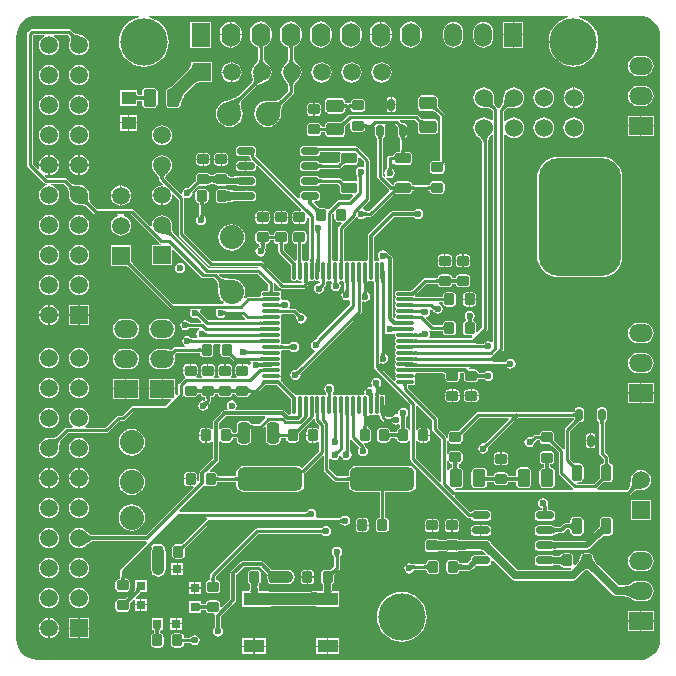
<source format=gtl>
G04*
G04 #@! TF.GenerationSoftware,Altium Limited,Altium Designer,20.2.5 (213)*
G04*
G04 Layer_Physical_Order=1*
G04 Layer_Color=255*
%FSLAX25Y25*%
%MOIN*%
G70*
G04*
G04 #@! TF.SameCoordinates,36CD812C-5D22-435A-9ACA-62E3915E2B62*
G04*
G04*
G04 #@! TF.FilePolarity,Positive*
G04*
G01*
G75*
%ADD14C,0.01000*%
G04:AMPARAMS|DCode=15|XSize=39.37mil|YSize=35.43mil|CornerRadius=8.86mil|HoleSize=0mil|Usage=FLASHONLY|Rotation=90.000|XOffset=0mil|YOffset=0mil|HoleType=Round|Shape=RoundedRectangle|*
%AMROUNDEDRECTD15*
21,1,0.03937,0.01772,0,0,90.0*
21,1,0.02165,0.03543,0,0,90.0*
1,1,0.01772,0.00886,0.01083*
1,1,0.01772,0.00886,-0.01083*
1,1,0.01772,-0.00886,-0.01083*
1,1,0.01772,-0.00886,0.01083*
%
%ADD15ROUNDEDRECTD15*%
G04:AMPARAMS|DCode=16|XSize=57.87mil|YSize=11.02mil|CornerRadius=1.38mil|HoleSize=0mil|Usage=FLASHONLY|Rotation=180.000|XOffset=0mil|YOffset=0mil|HoleType=Round|Shape=RoundedRectangle|*
%AMROUNDEDRECTD16*
21,1,0.05787,0.00827,0,0,180.0*
21,1,0.05512,0.01102,0,0,180.0*
1,1,0.00276,-0.02756,0.00413*
1,1,0.00276,0.02756,0.00413*
1,1,0.00276,0.02756,-0.00413*
1,1,0.00276,-0.02756,-0.00413*
%
%ADD16ROUNDEDRECTD16*%
G04:AMPARAMS|DCode=17|XSize=57.87mil|YSize=11.02mil|CornerRadius=1.38mil|HoleSize=0mil|Usage=FLASHONLY|Rotation=90.000|XOffset=0mil|YOffset=0mil|HoleType=Round|Shape=RoundedRectangle|*
%AMROUNDEDRECTD17*
21,1,0.05787,0.00827,0,0,90.0*
21,1,0.05512,0.01102,0,0,90.0*
1,1,0.00276,0.00413,0.02756*
1,1,0.00276,0.00413,-0.02756*
1,1,0.00276,-0.00413,-0.02756*
1,1,0.00276,-0.00413,0.02756*
%
%ADD17ROUNDEDRECTD17*%
G04:AMPARAMS|DCode=18|XSize=60.04mil|YSize=25.59mil|CornerRadius=6.4mil|HoleSize=0mil|Usage=FLASHONLY|Rotation=0.000|XOffset=0mil|YOffset=0mil|HoleType=Round|Shape=RoundedRectangle|*
%AMROUNDEDRECTD18*
21,1,0.06004,0.01280,0,0,0.0*
21,1,0.04724,0.02559,0,0,0.0*
1,1,0.01280,0.02362,-0.00640*
1,1,0.01280,-0.02362,-0.00640*
1,1,0.01280,-0.02362,0.00640*
1,1,0.01280,0.02362,0.00640*
%
%ADD18ROUNDEDRECTD18*%
G04:AMPARAMS|DCode=19|XSize=41.34mil|YSize=23.62mil|CornerRadius=5.91mil|HoleSize=0mil|Usage=FLASHONLY|Rotation=270.000|XOffset=0mil|YOffset=0mil|HoleType=Round|Shape=RoundedRectangle|*
%AMROUNDEDRECTD19*
21,1,0.04134,0.01181,0,0,270.0*
21,1,0.02953,0.02362,0,0,270.0*
1,1,0.01181,-0.00591,-0.01476*
1,1,0.01181,-0.00591,0.01476*
1,1,0.01181,0.00591,0.01476*
1,1,0.01181,0.00591,-0.01476*
%
%ADD19ROUNDEDRECTD19*%
G04:AMPARAMS|DCode=20|XSize=59.84mil|YSize=43.31mil|CornerRadius=10.83mil|HoleSize=0mil|Usage=FLASHONLY|Rotation=90.000|XOffset=0mil|YOffset=0mil|HoleType=Round|Shape=RoundedRectangle|*
%AMROUNDEDRECTD20*
21,1,0.05984,0.02165,0,0,90.0*
21,1,0.03819,0.04331,0,0,90.0*
1,1,0.02165,0.01083,0.01909*
1,1,0.02165,0.01083,-0.01909*
1,1,0.02165,-0.01083,-0.01909*
1,1,0.02165,-0.01083,0.01909*
%
%ADD20ROUNDEDRECTD20*%
G04:AMPARAMS|DCode=21|XSize=39.37mil|YSize=35.43mil|CornerRadius=8.86mil|HoleSize=0mil|Usage=FLASHONLY|Rotation=180.000|XOffset=0mil|YOffset=0mil|HoleType=Round|Shape=RoundedRectangle|*
%AMROUNDEDRECTD21*
21,1,0.03937,0.01772,0,0,180.0*
21,1,0.02165,0.03543,0,0,180.0*
1,1,0.01772,-0.01083,0.00886*
1,1,0.01772,0.01083,0.00886*
1,1,0.01772,0.01083,-0.00886*
1,1,0.01772,-0.01083,-0.00886*
%
%ADD21ROUNDEDRECTD21*%
G04:AMPARAMS|DCode=22|XSize=53.15mil|YSize=35.43mil|CornerRadius=8.86mil|HoleSize=0mil|Usage=FLASHONLY|Rotation=90.000|XOffset=0mil|YOffset=0mil|HoleType=Round|Shape=RoundedRectangle|*
%AMROUNDEDRECTD22*
21,1,0.05315,0.01772,0,0,90.0*
21,1,0.03543,0.03543,0,0,90.0*
1,1,0.01772,0.00886,0.01772*
1,1,0.01772,0.00886,-0.01772*
1,1,0.01772,-0.00886,-0.01772*
1,1,0.01772,-0.00886,0.01772*
%
%ADD22ROUNDEDRECTD22*%
G04:AMPARAMS|DCode=23|XSize=59.84mil|YSize=43.31mil|CornerRadius=10.83mil|HoleSize=0mil|Usage=FLASHONLY|Rotation=180.000|XOffset=0mil|YOffset=0mil|HoleType=Round|Shape=RoundedRectangle|*
%AMROUNDEDRECTD23*
21,1,0.05984,0.02165,0,0,180.0*
21,1,0.03819,0.04331,0,0,180.0*
1,1,0.02165,-0.01909,0.01083*
1,1,0.02165,0.01909,0.01083*
1,1,0.02165,0.01909,-0.01083*
1,1,0.02165,-0.01909,-0.01083*
%
%ADD23ROUNDEDRECTD23*%
G04:AMPARAMS|DCode=24|XSize=53.15mil|YSize=35.43mil|CornerRadius=8.86mil|HoleSize=0mil|Usage=FLASHONLY|Rotation=0.000|XOffset=0mil|YOffset=0mil|HoleType=Round|Shape=RoundedRectangle|*
%AMROUNDEDRECTD24*
21,1,0.05315,0.01772,0,0,0.0*
21,1,0.03543,0.03543,0,0,0.0*
1,1,0.01772,0.01772,-0.00886*
1,1,0.01772,-0.01772,-0.00886*
1,1,0.01772,-0.01772,0.00886*
1,1,0.01772,0.01772,0.00886*
%
%ADD24ROUNDEDRECTD24*%
%ADD25R,0.05118X0.04331*%
%ADD26R,0.07087X0.04331*%
%ADD27R,0.03150X0.03150*%
%ADD29R,0.03150X0.03150*%
G04:AMPARAMS|DCode=30|XSize=70.87mil|YSize=39.37mil|CornerRadius=9.84mil|HoleSize=0mil|Usage=FLASHONLY|Rotation=270.000|XOffset=0mil|YOffset=0mil|HoleType=Round|Shape=RoundedRectangle|*
%AMROUNDEDRECTD30*
21,1,0.07087,0.01968,0,0,270.0*
21,1,0.05118,0.03937,0,0,270.0*
1,1,0.01968,-0.00984,-0.02559*
1,1,0.01968,-0.00984,0.02559*
1,1,0.01968,0.00984,0.02559*
1,1,0.01968,0.00984,-0.02559*
%
%ADD30ROUNDEDRECTD30*%
G04:AMPARAMS|DCode=31|XSize=216.54mil|YSize=78.74mil|CornerRadius=19.68mil|HoleSize=0mil|Usage=FLASHONLY|Rotation=180.000|XOffset=0mil|YOffset=0mil|HoleType=Round|Shape=RoundedRectangle|*
%AMROUNDEDRECTD31*
21,1,0.21654,0.03937,0,0,180.0*
21,1,0.17717,0.07874,0,0,180.0*
1,1,0.03937,-0.08858,0.01968*
1,1,0.03937,0.08858,0.01968*
1,1,0.03937,0.08858,-0.01968*
1,1,0.03937,-0.08858,-0.01968*
%
%ADD31ROUNDEDRECTD31*%
G04:AMPARAMS|DCode=62|XSize=393.7mil|YSize=275.59mil|CornerRadius=68.9mil|HoleSize=0mil|Usage=FLASHONLY|Rotation=270.000|XOffset=0mil|YOffset=0mil|HoleType=Round|Shape=RoundedRectangle|*
%AMROUNDEDRECTD62*
21,1,0.39370,0.13780,0,0,270.0*
21,1,0.25591,0.27559,0,0,270.0*
1,1,0.13780,-0.06890,-0.12795*
1,1,0.13780,-0.06890,0.12795*
1,1,0.13780,0.06890,0.12795*
1,1,0.13780,0.06890,-0.12795*
%
%ADD62ROUNDEDRECTD62*%
%ADD63C,0.01181*%
%ADD64C,0.01968*%
%ADD65C,0.02756*%
%ADD66C,0.03937*%
%ADD67C,0.01575*%
%ADD68C,0.05906*%
%ADD69R,0.05906X0.05906*%
%ADD70C,0.06000*%
%ADD71R,0.06299X0.07874*%
%ADD72O,0.06299X0.07874*%
%ADD73C,0.08000*%
%ADD74R,0.07874X0.05906*%
%ADD75O,0.07874X0.05906*%
%ADD76R,0.05906X0.07874*%
%ADD77O,0.05906X0.07874*%
%ADD78C,0.15748*%
%ADD79R,0.05906X0.05906*%
%ADD80C,0.02362*%
%ADD81C,0.03150*%
G36*
X7874Y215618D02*
X41726D01*
X41801Y215118D01*
X40322Y214669D01*
X38885Y213901D01*
X37625Y212867D01*
X36591Y211607D01*
X35823Y210170D01*
X35350Y208610D01*
X35190Y206988D01*
X35350Y205366D01*
X35823Y203806D01*
X36591Y202369D01*
X37625Y201109D01*
X38885Y200075D01*
X40322Y199307D01*
X41882Y198834D01*
X43504Y198674D01*
X45126Y198834D01*
X46686Y199307D01*
X48123Y200075D01*
X49383Y201109D01*
X50417Y202369D01*
X51185Y203806D01*
X51658Y205366D01*
X51818Y206988D01*
X51658Y208610D01*
X51185Y210170D01*
X50417Y211607D01*
X49383Y212867D01*
X48123Y213901D01*
X46686Y214669D01*
X45207Y215118D01*
X45281Y215618D01*
X184935D01*
X185009Y215118D01*
X183531Y214669D01*
X182094Y213901D01*
X180834Y212867D01*
X179800Y211607D01*
X179031Y210170D01*
X178558Y208610D01*
X178399Y206988D01*
X178558Y205366D01*
X179031Y203806D01*
X179800Y202369D01*
X180834Y201109D01*
X182094Y200075D01*
X183531Y199307D01*
X185091Y198834D01*
X186713Y198674D01*
X188335Y198834D01*
X189894Y199307D01*
X191332Y200075D01*
X192592Y201109D01*
X193625Y202369D01*
X194394Y203806D01*
X194867Y205366D01*
X195027Y206988D01*
X194867Y208610D01*
X194394Y210170D01*
X193625Y211607D01*
X192592Y212867D01*
X191332Y213901D01*
X189894Y214669D01*
X188416Y215118D01*
X188490Y215618D01*
X208233D01*
X208712Y215618D01*
X208712Y215618D01*
X208712Y215618D01*
Y215618D01*
X209205Y215571D01*
X210064Y215486D01*
X211358Y215093D01*
X212551Y214456D01*
X213597Y213597D01*
X214456Y212551D01*
X215093Y211358D01*
X215486Y210064D01*
X215618Y208724D01*
X215618Y208723D01*
X215618Y8345D01*
X215601Y7846D01*
D01*
X215593Y7355D01*
X215492Y6330D01*
X215109Y5068D01*
X214487Y3904D01*
X213650Y2885D01*
X212631Y2048D01*
X211468Y1426D01*
X210205Y1043D01*
X209096Y934D01*
X209096Y934D01*
Y934D01*
X209080Y918D01*
X7874D01*
X7870Y917D01*
X6517Y1050D01*
X5212Y1446D01*
X4009Y2089D01*
X2954Y2954D01*
X2089Y4009D01*
X1446Y5212D01*
X1050Y6517D01*
X917Y7870D01*
X918Y7874D01*
X918Y208661D01*
X917Y208665D01*
X1050Y210019D01*
X1446Y211324D01*
X2089Y212527D01*
X2954Y213581D01*
X4009Y214446D01*
X5212Y215089D01*
X6517Y215485D01*
X7870Y215619D01*
X7874Y215618D01*
D02*
G37*
%LPC*%
G36*
X122680Y213692D02*
Y209550D01*
X126060D01*
Y210138D01*
X125939Y211064D01*
X125581Y211928D01*
X125012Y212669D01*
X124270Y213238D01*
X123407Y213596D01*
X122680Y213692D01*
D02*
G37*
G36*
X72680D02*
Y209550D01*
X76060D01*
Y210138D01*
X75938Y211064D01*
X75581Y211928D01*
X75012Y212669D01*
X74270Y213238D01*
X73407Y213596D01*
X72680Y213692D01*
D02*
G37*
G36*
X122280D02*
X121554Y213596D01*
X120690Y213238D01*
X119949Y212669D01*
X119380Y211928D01*
X119022Y211064D01*
X118900Y210138D01*
Y209550D01*
X122280D01*
Y213692D01*
D02*
G37*
G36*
X72280D02*
X71554Y213596D01*
X70690Y213238D01*
X69949Y212669D01*
X69380Y211928D01*
X69022Y211064D01*
X68900Y210138D01*
Y209550D01*
X72280D01*
Y213692D01*
D02*
G37*
G36*
X170016Y213648D02*
X166863D01*
Y209511D01*
X170016D01*
Y213648D01*
D02*
G37*
G36*
X166463D02*
X163311D01*
Y209511D01*
X166463D01*
Y213648D01*
D02*
G37*
G36*
X66030Y213687D02*
X58931D01*
Y205013D01*
X66030D01*
Y213687D01*
D02*
G37*
G36*
X126060Y209150D02*
X122680D01*
Y205009D01*
X123407Y205105D01*
X124270Y205462D01*
X125012Y206031D01*
X125581Y206773D01*
X125939Y207636D01*
X126060Y208563D01*
Y209150D01*
D02*
G37*
G36*
X76060D02*
X72680D01*
Y205009D01*
X73407Y205105D01*
X74270Y205462D01*
X75012Y206031D01*
X75581Y206773D01*
X75938Y207636D01*
X76060Y208563D01*
Y209150D01*
D02*
G37*
G36*
X122280D02*
X118900D01*
Y208563D01*
X119022Y207636D01*
X119380Y206773D01*
X119949Y206031D01*
X120690Y205462D01*
X121554Y205105D01*
X122280Y205009D01*
Y209150D01*
D02*
G37*
G36*
X72280D02*
X68900D01*
Y208563D01*
X69022Y207636D01*
X69380Y206773D01*
X69949Y206031D01*
X70690Y205462D01*
X71554Y205105D01*
X72280Y205009D01*
Y209150D01*
D02*
G37*
G36*
X132480Y213718D02*
X131554Y213596D01*
X130690Y213238D01*
X129949Y212669D01*
X129380Y211928D01*
X129022Y211064D01*
X128900Y210138D01*
Y208563D01*
X129022Y207636D01*
X129380Y206773D01*
X129949Y206031D01*
X130690Y205462D01*
X131554Y205105D01*
X132480Y204983D01*
X133407Y205105D01*
X134270Y205462D01*
X135012Y206031D01*
X135581Y206773D01*
X135939Y207636D01*
X136061Y208563D01*
Y210138D01*
X135939Y211064D01*
X135581Y211928D01*
X135012Y212669D01*
X134270Y213238D01*
X133407Y213596D01*
X132480Y213718D01*
D02*
G37*
G36*
X112480D02*
X111554Y213596D01*
X110690Y213238D01*
X109949Y212669D01*
X109380Y211928D01*
X109022Y211064D01*
X108900Y210138D01*
Y208563D01*
X109022Y207636D01*
X109380Y206773D01*
X109949Y206031D01*
X110690Y205462D01*
X111554Y205105D01*
X112480Y204983D01*
X113407Y205105D01*
X114270Y205462D01*
X115012Y206031D01*
X115581Y206773D01*
X115939Y207636D01*
X116060Y208563D01*
Y210138D01*
X115939Y211064D01*
X115581Y211928D01*
X115012Y212669D01*
X114270Y213238D01*
X113407Y213596D01*
X112480Y213718D01*
D02*
G37*
G36*
X102480D02*
X101554Y213596D01*
X100690Y213238D01*
X99949Y212669D01*
X99380Y211928D01*
X99022Y211064D01*
X98900Y210138D01*
Y208563D01*
X99022Y207636D01*
X99380Y206773D01*
X99949Y206031D01*
X100690Y205462D01*
X101554Y205105D01*
X102480Y204983D01*
X103407Y205105D01*
X104270Y205462D01*
X105012Y206031D01*
X105581Y206773D01*
X105939Y207636D01*
X106061Y208563D01*
Y210138D01*
X105939Y211064D01*
X105581Y211928D01*
X105012Y212669D01*
X104270Y213238D01*
X103407Y213596D01*
X102480Y213718D01*
D02*
G37*
G36*
X170016Y209111D02*
X166863D01*
Y204974D01*
X170016D01*
Y209111D01*
D02*
G37*
G36*
X166463D02*
X163311D01*
Y204974D01*
X166463D01*
Y209111D01*
D02*
G37*
G36*
X156663Y213677D02*
X155788Y213562D01*
X154973Y213224D01*
X154272Y212686D01*
X153735Y211986D01*
X153397Y211171D01*
X153282Y210295D01*
Y208327D01*
X153397Y207452D01*
X153735Y206636D01*
X154272Y205936D01*
X154973Y205398D01*
X155788Y205060D01*
X156663Y204945D01*
X157539Y205060D01*
X158354Y205398D01*
X159055Y205936D01*
X159592Y206636D01*
X159930Y207452D01*
X160045Y208327D01*
Y210295D01*
X159930Y211171D01*
X159592Y211986D01*
X159055Y212686D01*
X158354Y213224D01*
X157539Y213562D01*
X156663Y213677D01*
D02*
G37*
G36*
X146663D02*
X145788Y213562D01*
X144973Y213224D01*
X144272Y212686D01*
X143735Y211986D01*
X143397Y211171D01*
X143282Y210295D01*
Y208327D01*
X143397Y207452D01*
X143735Y206636D01*
X144272Y205936D01*
X144973Y205398D01*
X145788Y205060D01*
X146663Y204945D01*
X147539Y205060D01*
X148354Y205398D01*
X149055Y205936D01*
X149592Y206636D01*
X149930Y207452D01*
X150045Y208327D01*
Y210295D01*
X149930Y211171D01*
X149592Y211986D01*
X149055Y212686D01*
X148354Y213224D01*
X147539Y213562D01*
X146663Y213677D01*
D02*
G37*
G36*
X18431Y211214D02*
X6129D01*
X5778Y211144D01*
X5480Y210945D01*
X4894Y210359D01*
X4696Y210062D01*
X4626Y209711D01*
Y165860D01*
X4696Y165509D01*
X4894Y165211D01*
X10192Y159914D01*
X10489Y159715D01*
X10841Y159645D01*
X11248D01*
X11281Y159145D01*
X11034Y159113D01*
X10219Y158775D01*
X9518Y158238D01*
X8981Y157537D01*
X8643Y156722D01*
X8528Y155847D01*
X8643Y154971D01*
X8981Y154156D01*
X9518Y153455D01*
X10219Y152918D01*
X11034Y152580D01*
X11909Y152465D01*
X12785Y152580D01*
X13600Y152918D01*
X14301Y153455D01*
X14838Y154156D01*
X15176Y154971D01*
X15291Y155847D01*
X15176Y156722D01*
X14838Y157537D01*
X14301Y158238D01*
X13600Y158775D01*
X12785Y159113D01*
X12538Y159145D01*
X12571Y159645D01*
X16813D01*
X17908Y158551D01*
X17918Y158521D01*
X18038Y158381D01*
X18132Y158237D01*
X18220Y158059D01*
X18300Y157847D01*
X18369Y157602D01*
X18427Y157323D01*
X18471Y157015D01*
X18521Y156284D01*
X18524Y155873D01*
X18530Y155859D01*
X18528Y155847D01*
X18643Y154971D01*
X18981Y154156D01*
X19518Y153455D01*
X20219Y152918D01*
X21034Y152580D01*
X21910Y152465D01*
X21923Y152466D01*
X21936Y152461D01*
X22347Y152458D01*
X23078Y152408D01*
X23386Y152364D01*
X23665Y152306D01*
X23910Y152237D01*
X24122Y152157D01*
X24300Y152069D01*
X24444Y151975D01*
X24584Y151855D01*
X24613Y151845D01*
X26784Y149674D01*
X27082Y149475D01*
X27433Y149405D01*
X34644D01*
X34744Y148905D01*
X34097Y148637D01*
X33396Y148100D01*
X32859Y147399D01*
X32521Y146584D01*
X32406Y145709D01*
X32521Y144833D01*
X32859Y144018D01*
X33396Y143317D01*
X34097Y142780D01*
X34912Y142442D01*
X35787Y142327D01*
X36663Y142442D01*
X37478Y142780D01*
X38179Y143317D01*
X38716Y144018D01*
X39054Y144833D01*
X39169Y145709D01*
X39054Y146584D01*
X38716Y147399D01*
X38179Y148100D01*
X37478Y148637D01*
X36831Y148905D01*
X36930Y149405D01*
X39143D01*
X48699Y139850D01*
X48996Y139651D01*
X49151Y139620D01*
X49102Y139120D01*
X46175D01*
Y132415D01*
X52880D01*
Y137664D01*
X53342Y137856D01*
X62656Y128542D01*
X62954Y128343D01*
X63305Y128273D01*
X66819D01*
X67610Y127482D01*
X67618Y127454D01*
X67766Y127278D01*
X67885Y127082D01*
X67997Y126832D01*
X68098Y126528D01*
X68185Y126171D01*
X68256Y125772D01*
X68372Y124226D01*
X68374Y123622D01*
X68369Y123583D01*
X68520Y122434D01*
X68964Y121364D01*
X69669Y120445D01*
X70118Y120100D01*
X69948Y119600D01*
X53193D01*
X39765Y133029D01*
X39753Y133063D01*
X39396Y133447D01*
X39273Y133600D01*
X39179Y133735D01*
X39140Y133803D01*
Y134132D01*
X39161Y134182D01*
X39147Y134215D01*
X39156Y134250D01*
X39140Y134275D01*
Y139061D01*
X32435D01*
Y132356D01*
X37221D01*
X37246Y132340D01*
X37281Y132349D01*
X37314Y132335D01*
X37365Y132356D01*
X37693D01*
X37761Y132317D01*
X37891Y132226D01*
X38233Y131937D01*
X38427Y131749D01*
X38463Y131735D01*
X52165Y118034D01*
X52462Y117835D01*
X52813Y117765D01*
X58846D01*
X59114Y117265D01*
X59042Y117157D01*
X58911Y116502D01*
X59042Y115846D01*
X59413Y115290D01*
X59970Y114918D01*
X60625Y114788D01*
X61281Y114918D01*
X61459Y115037D01*
X61486Y115023D01*
X61539Y114987D01*
X61601Y114937D01*
X61679Y114863D01*
X61713Y114850D01*
X62710Y113854D01*
X62503Y113354D01*
X59171D01*
X59137Y113369D01*
X59029Y113372D01*
X58942Y113379D01*
X58862Y113391D01*
X58790Y113407D01*
X58727Y113427D01*
X58698Y113438D01*
X58558Y113648D01*
X58002Y114020D01*
X57346Y114150D01*
X56690Y114020D01*
X56134Y113648D01*
X55762Y113092D01*
X55632Y112436D01*
X55762Y111780D01*
X56134Y111224D01*
X56690Y110853D01*
X57346Y110722D01*
X58002Y110853D01*
X58558Y111224D01*
X58698Y111434D01*
X58727Y111445D01*
X58790Y111465D01*
X58862Y111481D01*
X58942Y111493D01*
X59029Y111500D01*
X59137Y111503D01*
X59171Y111518D01*
X61880D01*
X61988Y111018D01*
X61540Y110719D01*
X61168Y110163D01*
X61038Y109507D01*
X61168Y108851D01*
X61269Y108701D01*
X61001Y108201D01*
X59728D01*
X59693Y108216D01*
X59585Y108219D01*
X59493Y108226D01*
X59409Y108237D01*
X59331Y108252D01*
X59261Y108270D01*
X59248Y108274D01*
X59184Y108370D01*
X58628Y108742D01*
X57972Y108872D01*
X57316Y108742D01*
X56760Y108370D01*
X56389Y107814D01*
X56258Y107158D01*
X56389Y106502D01*
X56760Y105946D01*
X57204Y105650D01*
X57083Y105150D01*
X53935D01*
X53584Y105080D01*
X53286Y104881D01*
X52965Y104561D01*
X52938Y104552D01*
X52930Y104537D01*
X52915Y104531D01*
X52767Y104390D01*
X52641Y104282D01*
X52531Y104201D01*
X52443Y104146D01*
X52392Y104123D01*
X52281Y104208D01*
X51466Y104546D01*
X50591Y104661D01*
X48622D01*
X47747Y104546D01*
X46931Y104208D01*
X46231Y103671D01*
X45693Y102970D01*
X45356Y102155D01*
X45240Y101279D01*
X45356Y100404D01*
X45693Y99589D01*
X46231Y98888D01*
X46931Y98351D01*
X47747Y98013D01*
X48622Y97898D01*
X50591D01*
X51466Y98013D01*
X52281Y98351D01*
X52982Y98888D01*
X53519Y99589D01*
X53857Y100404D01*
X53972Y101279D01*
X53857Y102155D01*
X53723Y102478D01*
X53723Y102480D01*
X53721Y102483D01*
X53707Y102516D01*
X53708Y102523D01*
X53726Y102575D01*
X53763Y102652D01*
X53825Y102750D01*
X53912Y102865D01*
X54023Y102995D01*
X54166Y103145D01*
X54180Y103180D01*
X54315Y103315D01*
X61646D01*
X61681Y103299D01*
X61860Y103295D01*
X62002Y103282D01*
X62117Y103263D01*
X62202Y103241D01*
X62256Y103219D01*
X62271Y103210D01*
X62272Y103201D01*
Y103150D01*
X62371Y102648D01*
X62656Y102223D01*
X63081Y101938D01*
X63583Y101839D01*
X65354D01*
X65856Y101938D01*
X66281Y102223D01*
X66566Y102648D01*
X66665Y103150D01*
Y105315D01*
X66566Y105817D01*
X66533Y105866D01*
X66800Y106366D01*
X68830D01*
X69097Y105866D01*
X69064Y105817D01*
X68965Y105315D01*
Y103150D01*
X69064Y102648D01*
X69349Y102223D01*
X69774Y101938D01*
X70276Y101839D01*
X71522D01*
X71524Y101838D01*
X71526Y101839D01*
X71930D01*
X71958Y101823D01*
X72084Y101735D01*
X72417Y101454D01*
X72607Y101271D01*
X72643Y101257D01*
X73170Y100729D01*
X73468Y100530D01*
X73819Y100460D01*
X78969D01*
X79236Y99960D01*
X79164Y99853D01*
X79034Y99197D01*
X79065Y99042D01*
X78594Y98847D01*
X78388Y99155D01*
X77962Y99440D01*
X77461Y99539D01*
X76578D01*
Y97342D01*
X76378D01*
Y97142D01*
X73984D01*
Y96457D01*
X74084Y95955D01*
X74368Y95530D01*
X74453Y95473D01*
X74302Y94973D01*
X72647D01*
X72495Y95473D01*
X72581Y95530D01*
X72865Y95955D01*
X72965Y96457D01*
Y97142D01*
X68177D01*
Y96457D01*
X68277Y95955D01*
X68561Y95530D01*
X68646Y95473D01*
X68495Y94973D01*
X66903D01*
X66751Y95473D01*
X66836Y95530D01*
X67120Y95955D01*
X67220Y96457D01*
Y97142D01*
X62433D01*
Y96457D01*
X62533Y95955D01*
X62817Y95530D01*
X62902Y95473D01*
X62750Y94973D01*
X61131D01*
X60980Y95473D01*
X61065Y95530D01*
X61349Y95955D01*
X61449Y96457D01*
Y97142D01*
X56661D01*
Y96457D01*
X56761Y95955D01*
X57045Y95530D01*
X57196Y95429D01*
X57114Y94903D01*
X56817Y94704D01*
X55143Y93030D01*
X54944Y92732D01*
X54874Y92381D01*
Y89682D01*
X54405Y89214D01*
X53943Y89405D01*
Y91079D01*
X49806D01*
Y87927D01*
X52465D01*
X52656Y87465D01*
X50815Y85623D01*
X39764D01*
X39413Y85553D01*
X39116Y85354D01*
X36136Y82374D01*
X35063D01*
X34712Y82305D01*
X34414Y82106D01*
X30636Y78327D01*
X24160D01*
X23990Y78827D01*
X24301Y79066D01*
X24838Y79766D01*
X25176Y80581D01*
X25291Y81457D01*
X25176Y82332D01*
X24838Y83148D01*
X24301Y83848D01*
X23600Y84385D01*
X22785Y84723D01*
X21910Y84838D01*
X21034Y84723D01*
X20219Y84385D01*
X19518Y83848D01*
X18981Y83148D01*
X18643Y82332D01*
X18528Y81457D01*
X18643Y80581D01*
X18981Y79766D01*
X19518Y79066D01*
X19829Y78827D01*
X19659Y78327D01*
X17862D01*
X17511Y78257D01*
X17213Y78058D01*
X14614Y75459D01*
X14584Y75449D01*
X14444Y75328D01*
X14300Y75234D01*
X14122Y75146D01*
X13910Y75067D01*
X13665Y74997D01*
X13386Y74939D01*
X13078Y74895D01*
X12347Y74845D01*
X11936Y74842D01*
X11923Y74837D01*
X11909Y74838D01*
X11034Y74723D01*
X10219Y74385D01*
X9518Y73848D01*
X8981Y73147D01*
X8643Y72332D01*
X8528Y71457D01*
X8643Y70581D01*
X8981Y69766D01*
X9518Y69065D01*
X10219Y68528D01*
X11034Y68190D01*
X11909Y68075D01*
X12785Y68190D01*
X13600Y68528D01*
X14301Y69065D01*
X14838Y69766D01*
X15176Y70581D01*
X15291Y71457D01*
X15289Y71470D01*
X15295Y71483D01*
X15298Y71894D01*
X15348Y72626D01*
X15392Y72933D01*
X15450Y73212D01*
X15519Y73458D01*
X15599Y73669D01*
X15687Y73847D01*
X15781Y73992D01*
X15901Y74131D01*
X15911Y74161D01*
X18242Y76492D01*
X31016D01*
X31367Y76562D01*
X31665Y76761D01*
X35443Y80539D01*
X36516D01*
X36867Y80609D01*
X37165Y80808D01*
X40145Y83788D01*
X51195D01*
X51546Y83858D01*
X51844Y84057D01*
X56441Y88653D01*
X56503Y88748D01*
X56964Y88823D01*
X57063Y88814D01*
X57096Y88803D01*
X57471Y88552D01*
X57972Y88453D01*
X60138D01*
X60640Y88552D01*
X61065Y88837D01*
X61349Y89262D01*
X61413Y89583D01*
X61425Y89605D01*
X61427Y89625D01*
X61443Y89635D01*
X61501Y89657D01*
X61590Y89680D01*
X61709Y89700D01*
X61856Y89712D01*
X61941Y89714D01*
X62025Y89712D01*
X62173Y89700D01*
X62292Y89680D01*
X62381Y89657D01*
X62438Y89635D01*
X62455Y89625D01*
X62457Y89605D01*
X62469Y89583D01*
X62533Y89262D01*
X62817Y88837D01*
X63242Y88552D01*
X63744Y88453D01*
X63795D01*
X63804Y88452D01*
X63813Y88437D01*
X63835Y88383D01*
X63858Y88298D01*
X63876Y88183D01*
X63889Y88041D01*
X63894Y87862D01*
X63902Y87670D01*
X63515Y87369D01*
X63297Y87413D01*
X62641Y87282D01*
X62085Y86911D01*
X61714Y86355D01*
X61583Y85699D01*
X61714Y85043D01*
X62085Y84487D01*
X62641Y84115D01*
X63297Y83985D01*
X63953Y84115D01*
X64509Y84487D01*
X64881Y85043D01*
X65011Y85699D01*
X64962Y85947D01*
X64974Y85974D01*
X65005Y86033D01*
X65044Y86095D01*
X65092Y86160D01*
X65149Y86227D01*
X65223Y86305D01*
X65236Y86340D01*
X65475Y86579D01*
X65674Y86877D01*
X65744Y87228D01*
Y87827D01*
X65759Y87862D01*
X65764Y88041D01*
X65776Y88183D01*
X65795Y88298D01*
X65818Y88383D01*
X65840Y88437D01*
X65848Y88452D01*
X65858Y88453D01*
X65909D01*
X66411Y88552D01*
X66836Y88837D01*
X67120Y89262D01*
X67184Y89583D01*
X67196Y89605D01*
X67198Y89625D01*
X67214Y89635D01*
X67272Y89657D01*
X67361Y89680D01*
X67480Y89700D01*
X67627Y89712D01*
X67699Y89714D01*
X67770Y89712D01*
X67917Y89700D01*
X68036Y89680D01*
X68125Y89657D01*
X68183Y89635D01*
X68199Y89625D01*
X68201Y89605D01*
X68213Y89583D01*
X68277Y89262D01*
X68561Y88837D01*
X68986Y88552D01*
X69488Y88453D01*
X71653D01*
X72155Y88552D01*
X72581Y88837D01*
X72865Y89262D01*
X72929Y89583D01*
X72940Y89605D01*
X72943Y89625D01*
X72959Y89635D01*
X73017Y89657D01*
X73106Y89680D01*
X73225Y89700D01*
X73372Y89712D01*
X73474Y89715D01*
X73577Y89712D01*
X73724Y89700D01*
X73843Y89680D01*
X73932Y89657D01*
X73990Y89635D01*
X74006Y89625D01*
X74008Y89605D01*
X74020Y89583D01*
X74084Y89262D01*
X74368Y88837D01*
X74794Y88552D01*
X75295Y88453D01*
X77461D01*
X77962Y88552D01*
X78388Y88837D01*
X78672Y89262D01*
X78736Y89583D01*
X78747Y89605D01*
X78750Y89625D01*
X78766Y89635D01*
X78824Y89657D01*
X78913Y89680D01*
X79032Y89700D01*
X79179Y89712D01*
X79362Y89717D01*
X79397Y89732D01*
X80748D01*
X81099Y89802D01*
X81397Y90001D01*
X83318Y91922D01*
X83353Y91935D01*
X83539Y92115D01*
X83705Y92261D01*
X83855Y92380D01*
X83986Y92470D01*
X84054Y92509D01*
X87842D01*
X87900Y92475D01*
X88027Y92387D01*
X88353Y92112D01*
X88536Y91936D01*
X88572Y91922D01*
X91922Y88572D01*
X91935Y88537D01*
X92115Y88350D01*
X92261Y88185D01*
X92380Y88035D01*
X92470Y87904D01*
X92509Y87836D01*
Y83189D01*
X92510Y83184D01*
X92176Y82684D01*
X91691D01*
X90603Y83772D01*
X90276Y83991D01*
X89889Y84068D01*
X74253D01*
X74126Y84263D01*
X74034Y84568D01*
X74351Y85043D01*
X74481Y85699D01*
X74351Y86355D01*
X73979Y86911D01*
X73423Y87282D01*
X72767Y87413D01*
X72111Y87282D01*
X71555Y86911D01*
X71184Y86355D01*
X71053Y85699D01*
X71184Y85043D01*
X71501Y84568D01*
X71409Y84263D01*
X71281Y84068D01*
X70195D01*
X69808Y83991D01*
X69481Y83772D01*
X69262Y83445D01*
X69240Y83336D01*
X66815Y80911D01*
X66597Y80583D01*
X66520Y80197D01*
Y77884D01*
X66020Y77732D01*
X65996Y77768D01*
X65571Y78052D01*
X65069Y78152D01*
X64383D01*
Y75758D01*
Y73364D01*
X65069D01*
X65571Y73464D01*
X65996Y73748D01*
X66020Y73784D01*
X66520Y73632D01*
Y68082D01*
X62282Y63844D01*
X62063Y63516D01*
X61986Y63130D01*
Y60464D01*
X61755Y60270D01*
X61262Y60509D01*
Y61070D01*
X59265D01*
Y58876D01*
X59851D01*
X60011Y58636D01*
X60072Y58390D01*
X44149Y42467D01*
X26628D01*
X26603Y42479D01*
X26404Y42492D01*
X26222Y42527D01*
X26027Y42587D01*
X25818Y42675D01*
X25597Y42792D01*
X25364Y42938D01*
X25124Y43111D01*
X24597Y43562D01*
X24321Y43833D01*
X24308Y43838D01*
X24301Y43848D01*
X23600Y44385D01*
X22785Y44723D01*
X21910Y44838D01*
X21034Y44723D01*
X20219Y44385D01*
X19518Y43848D01*
X18981Y43148D01*
X18643Y42332D01*
X18528Y41457D01*
X18643Y40582D01*
X18981Y39766D01*
X19518Y39066D01*
X20219Y38528D01*
X21034Y38190D01*
X21910Y38075D01*
X22785Y38190D01*
X23600Y38528D01*
X24301Y39066D01*
X24305Y39070D01*
X24315Y39074D01*
X24869Y39595D01*
X25119Y39799D01*
X25364Y39975D01*
X25597Y40122D01*
X25818Y40238D01*
X26027Y40326D01*
X26222Y40386D01*
X26404Y40421D01*
X26603Y40434D01*
X26628Y40447D01*
X44204D01*
X44411Y39947D01*
X35768Y31304D01*
X35570Y31007D01*
X35500Y30656D01*
Y28609D01*
X35484Y28575D01*
X35480Y28396D01*
X35467Y28254D01*
X35449Y28139D01*
X35426Y28054D01*
X35404Y27999D01*
X35395Y27985D01*
X35386Y27984D01*
X35335D01*
X34833Y27884D01*
X34408Y27600D01*
X34123Y27175D01*
X34024Y26673D01*
Y24902D01*
X34123Y24400D01*
X34408Y23975D01*
X34833Y23690D01*
X35335Y23591D01*
X37500D01*
X38002Y23690D01*
X38427Y23975D01*
X38711Y24400D01*
X38811Y24902D01*
Y26673D01*
X38711Y27175D01*
X38427Y27600D01*
X38002Y27884D01*
X37500Y27984D01*
X37449D01*
X37439Y27985D01*
X37431Y27999D01*
X37409Y28054D01*
X37386Y28139D01*
X37367Y28254D01*
X37355Y28396D01*
X37350Y28575D01*
X37335Y28609D01*
Y30275D01*
X45737Y38677D01*
X46169Y38447D01*
X46139Y38138D01*
X46130Y38091D01*
Y38039D01*
X46124Y37974D01*
X46096Y37932D01*
X45912Y37008D01*
Y31102D01*
X46096Y30178D01*
X46352Y29795D01*
Y29128D01*
X47019D01*
X47403Y28871D01*
X48327Y28688D01*
X49251Y28871D01*
X49635Y29128D01*
X50302D01*
Y29795D01*
X50558Y30178D01*
X50742Y31102D01*
Y37008D01*
X50558Y37932D01*
X50524Y37983D01*
Y38091D01*
X50424Y38592D01*
X50140Y39018D01*
X49714Y39302D01*
X49213Y39402D01*
X48433D01*
X48327Y39423D01*
X48220Y39402D01*
X47441D01*
X47100Y39334D01*
X46854Y39795D01*
X55513Y48453D01*
X64306D01*
X64462Y48065D01*
X64471Y47953D01*
X56505Y39988D01*
X56471Y39975D01*
X56096Y39627D01*
X55947Y39508D01*
X55816Y39417D01*
X55789Y39402D01*
X55384D01*
X55382Y39402D01*
X55380Y39402D01*
X54134D01*
X53632Y39302D01*
X53207Y39018D01*
X52923Y38592D01*
X52823Y38091D01*
Y35925D01*
X52923Y35423D01*
X53207Y34998D01*
X53632Y34714D01*
X54134Y34614D01*
X55905D01*
X56407Y34714D01*
X56832Y34998D01*
X57117Y35423D01*
X57217Y35925D01*
Y37565D01*
X57217Y37567D01*
X57217Y37569D01*
Y37974D01*
X57232Y38001D01*
X57320Y38128D01*
X57601Y38460D01*
X57785Y38650D01*
X57799Y38686D01*
X65526Y46413D01*
X108761D01*
X108795Y46398D01*
X108903Y46395D01*
X108990Y46387D01*
X109070Y46376D01*
X109141Y46360D01*
X109205Y46340D01*
X109233Y46329D01*
X109374Y46119D01*
X109930Y45747D01*
X110586Y45617D01*
X111242Y45747D01*
X111798Y46119D01*
X112169Y46675D01*
X112300Y47331D01*
X112169Y47987D01*
X111798Y48543D01*
X111242Y48914D01*
X110586Y49045D01*
X109930Y48914D01*
X109374Y48543D01*
X109233Y48333D01*
X109205Y48321D01*
X109141Y48302D01*
X109070Y48286D01*
X108990Y48274D01*
X108903Y48267D01*
X108795Y48263D01*
X108761Y48248D01*
X101062D01*
X100795Y48748D01*
X100867Y48856D01*
X100997Y49512D01*
X100867Y50168D01*
X100496Y50724D01*
X99939Y51095D01*
X99283Y51226D01*
X98628Y51095D01*
X98071Y50724D01*
X97834Y50369D01*
X97822Y50363D01*
X97766Y50344D01*
X97702Y50328D01*
X97627Y50315D01*
X97543Y50307D01*
X97437Y50304D01*
X97415Y50294D01*
X97393Y50300D01*
X97373Y50289D01*
X55534D01*
X55327Y50789D01*
X63526Y58987D01*
X63785Y59156D01*
X64239Y59064D01*
X64370Y58976D01*
X64872Y58876D01*
X66644D01*
X67145Y58976D01*
X67571Y59260D01*
X67855Y59685D01*
X67955Y60187D01*
Y60238D01*
X67956Y60248D01*
X67970Y60256D01*
X68024Y60278D01*
X68110Y60301D01*
X68225Y60320D01*
X68367Y60332D01*
X68546Y60337D01*
X68580Y60352D01*
X73763D01*
X73797Y60337D01*
X73976Y60332D01*
X74118Y60320D01*
X74233Y60301D01*
X74318Y60278D01*
X74367Y60259D01*
Y59301D01*
X74550Y58377D01*
X75074Y57594D01*
X75857Y57070D01*
X76781Y56886D01*
X94498D01*
X95422Y57070D01*
X96206Y57594D01*
X96729Y58377D01*
X96913Y59301D01*
Y63048D01*
X97067Y63151D01*
X102961Y69045D01*
X103423Y68854D01*
Y64332D01*
X103493Y63981D01*
X103692Y63683D01*
X106754Y60621D01*
X107051Y60422D01*
X107403Y60352D01*
X111164D01*
X111198Y60337D01*
X111378Y60332D01*
X111520Y60320D01*
X111635Y60301D01*
X111720Y60278D01*
X111768Y60259D01*
Y59301D01*
X111952Y58377D01*
X112476Y57594D01*
X113259Y57070D01*
X114183Y56886D01*
X122030D01*
X122050Y56838D01*
X122073Y56753D01*
X122091Y56638D01*
X122104Y56496D01*
X122108Y56317D01*
X122124Y56282D01*
Y48809D01*
X122108Y48775D01*
X122104Y48593D01*
X122091Y48448D01*
X122073Y48331D01*
X122050Y48244D01*
X122028Y48189D01*
X122021Y48178D01*
X122004Y48177D01*
X121983Y48166D01*
X121574Y48084D01*
X121149Y47800D01*
X120865Y47375D01*
X120765Y46873D01*
Y44708D01*
X120865Y44206D01*
X121149Y43781D01*
X121574Y43496D01*
X122076Y43397D01*
X123847D01*
X124349Y43496D01*
X124775Y43781D01*
X125059Y44206D01*
X125158Y44708D01*
Y46873D01*
X125059Y47375D01*
X124775Y47800D01*
X124349Y48084D01*
X124115Y48131D01*
X124093Y48143D01*
X124070Y48146D01*
X124057Y48168D01*
X124034Y48228D01*
X124011Y48319D01*
X123991Y48441D01*
X123979Y48590D01*
X123974Y48775D01*
X123959Y48809D01*
Y56282D01*
X123974Y56317D01*
X123979Y56496D01*
X123991Y56638D01*
X124010Y56753D01*
X124033Y56838D01*
X124052Y56886D01*
X131900D01*
X132824Y57070D01*
X133607Y57594D01*
X134131Y58377D01*
X134315Y59301D01*
Y63238D01*
X134131Y64162D01*
X133607Y64946D01*
X132824Y65469D01*
X131900Y65653D01*
X114183D01*
X113259Y65469D01*
X112476Y64946D01*
X111952Y64162D01*
X111768Y63238D01*
Y62281D01*
X111720Y62261D01*
X111635Y62239D01*
X111520Y62220D01*
X111378Y62207D01*
X111198Y62203D01*
X111164Y62187D01*
X107783D01*
X105258Y64712D01*
Y68040D01*
X105758Y68192D01*
X105859Y68041D01*
X106415Y67669D01*
X107071Y67539D01*
X107727Y67669D01*
X108283Y68041D01*
X108654Y68597D01*
X108775Y69201D01*
X108904Y69272D01*
X109336Y69042D01*
X109424Y68597D01*
X109796Y68041D01*
X110352Y67669D01*
X111008Y67539D01*
X111664Y67669D01*
X112220Y68041D01*
X112592Y68597D01*
X112722Y69253D01*
X112592Y69909D01*
X112244Y70429D01*
X112230Y70495D01*
X112218Y70573D01*
X112202Y70769D01*
X112200Y70875D01*
X112184Y70910D01*
Y74204D01*
X112684Y74408D01*
X115294Y71798D01*
X115281Y71670D01*
X114910Y71114D01*
X114779Y70458D01*
X114910Y69802D01*
X115281Y69246D01*
X115837Y68874D01*
X116493Y68744D01*
X117149Y68874D01*
X117705Y69246D01*
X118077Y69802D01*
X118207Y70458D01*
X118077Y71114D01*
X117705Y71670D01*
X117411Y71866D01*
Y71897D01*
X117341Y72248D01*
X117142Y72546D01*
X116785Y72902D01*
X116977Y73364D01*
X118012D01*
X118514Y73464D01*
X118939Y73748D01*
X119223Y74173D01*
X119323Y74675D01*
Y76841D01*
X119223Y77342D01*
X118939Y77768D01*
X118514Y78052D01*
X118192Y78116D01*
X118171Y78127D01*
X118150Y78130D01*
X118141Y78146D01*
X118118Y78203D01*
X118095Y78293D01*
X118076Y78412D01*
X118063Y78559D01*
X118059Y78742D01*
X118044Y78777D01*
Y82050D01*
X118059Y82086D01*
X118061Y82333D01*
X118563Y82656D01*
X118681Y82607D01*
X119508D01*
X119920Y82777D01*
X120238Y82777D01*
X120650Y82607D01*
X121476D01*
X121623Y82668D01*
X122141Y82377D01*
X122149Y82244D01*
X122150Y82066D01*
X122165Y82029D01*
Y81971D01*
X122235Y81620D01*
X122434Y81322D01*
X123362Y80393D01*
X123660Y80194D01*
X124011Y80125D01*
X125849D01*
X125883Y80110D01*
X125990Y80107D01*
X126078Y80099D01*
X126158Y80087D01*
X126229Y80071D01*
X126293Y80052D01*
X126321Y80040D01*
X126461Y79830D01*
X127017Y79459D01*
X127673Y79328D01*
X128329Y79459D01*
X128441Y79533D01*
X128941Y79266D01*
Y78953D01*
X128928Y78923D01*
X128922Y78698D01*
X128907Y78514D01*
X128883Y78361D01*
X128853Y78243D01*
X128821Y78161D01*
X128795Y78115D01*
X128780Y78099D01*
X128724Y78092D01*
X128703Y78081D01*
X128558Y78052D01*
X128132Y77768D01*
X127848Y77342D01*
X127781Y77005D01*
X127769Y76983D01*
X127763Y76924D01*
X127763Y76924D01*
X127748Y76911D01*
X127705Y76885D01*
X127628Y76855D01*
X127516Y76825D01*
X127371Y76802D01*
X127194Y76787D01*
X126976Y76781D01*
X126946Y76768D01*
X126424D01*
X126394Y76781D01*
X126177Y76787D01*
X126000Y76802D01*
X125854Y76825D01*
X125742Y76855D01*
X125665Y76885D01*
X125622Y76911D01*
X125608Y76924D01*
X125608Y76924D01*
X125601Y76983D01*
X125589Y77005D01*
X125522Y77342D01*
X125238Y77768D01*
X124813Y78052D01*
X124311Y78152D01*
X122539D01*
X122038Y78052D01*
X121612Y77768D01*
X121328Y77342D01*
X121228Y76841D01*
Y74675D01*
X121328Y74173D01*
X121612Y73748D01*
X122038Y73464D01*
X122539Y73364D01*
X124311D01*
X124813Y73464D01*
X125238Y73748D01*
X125522Y74173D01*
X125589Y74511D01*
X125601Y74532D01*
X125608Y74591D01*
X125608Y74592D01*
X125622Y74605D01*
X125665Y74630D01*
X125742Y74661D01*
X125854Y74690D01*
X126000Y74714D01*
X126177Y74729D01*
X126394Y74734D01*
X126424Y74748D01*
X126946D01*
X126976Y74734D01*
X127194Y74729D01*
X127371Y74714D01*
X127516Y74690D01*
X127628Y74661D01*
X127705Y74630D01*
X127748Y74605D01*
X127763Y74592D01*
X127763Y74591D01*
X127769Y74532D01*
X127781Y74511D01*
X127848Y74173D01*
X128132Y73748D01*
X128558Y73464D01*
X129059Y73364D01*
X130831D01*
X131333Y73464D01*
X131758Y73748D01*
X131874Y73922D01*
X132374Y73770D01*
Y67781D01*
X132444Y67430D01*
X132643Y67133D01*
X151272Y48504D01*
X151569Y48305D01*
X151840Y48251D01*
X151911Y48220D01*
X152086Y48216D01*
X152227Y48205D01*
X152341Y48189D01*
X152427Y48170D01*
X152468Y48155D01*
X152495Y48019D01*
X152725Y47676D01*
X153069Y47446D01*
X153474Y47365D01*
X158199D01*
X158605Y47446D01*
X158949Y47676D01*
X159178Y48019D01*
X159259Y48425D01*
Y49705D01*
X159178Y50110D01*
X158949Y50454D01*
X158605Y50684D01*
X158199Y50765D01*
X153474D01*
X153069Y50684D01*
X152725Y50454D01*
X152660Y50358D01*
X152080Y50291D01*
X147094Y55276D01*
X147286Y55738D01*
X204914D01*
X205265Y55808D01*
X205563Y56007D01*
X206420Y56864D01*
X206450Y56874D01*
X206589Y56994D01*
X206734Y57089D01*
X206911Y57177D01*
X207123Y57256D01*
X207368Y57326D01*
X207648Y57384D01*
X207955Y57428D01*
X208687Y57477D01*
X209098Y57481D01*
X209111Y57486D01*
X209124Y57485D01*
X209999Y57600D01*
X210815Y57938D01*
X211515Y58475D01*
X212053Y59175D01*
X212390Y59991D01*
X212506Y60866D01*
X212390Y61741D01*
X212053Y62557D01*
X211515Y63257D01*
X210815Y63795D01*
X209999Y64133D01*
X209124Y64248D01*
X208249Y64133D01*
X207433Y63795D01*
X206733Y63257D01*
X206195Y62557D01*
X205858Y61741D01*
X205742Y60866D01*
X205744Y60853D01*
X205738Y60840D01*
X205735Y60429D01*
X205686Y59697D01*
X205641Y59390D01*
X205584Y59111D01*
X205514Y58865D01*
X205434Y58654D01*
X205346Y58476D01*
X205252Y58331D01*
X205132Y58192D01*
X205122Y58162D01*
X204534Y57573D01*
X194720D01*
X194568Y58074D01*
X194651Y58129D01*
X196211Y59689D01*
X196245Y59702D01*
X196620Y60050D01*
X196769Y60169D01*
X196900Y60260D01*
X196928Y60276D01*
X197332D01*
X197334Y60275D01*
X197336Y60276D01*
X198583D01*
X199084Y60375D01*
X199510Y60660D01*
X199794Y61085D01*
X199894Y61587D01*
Y65130D01*
X199794Y65632D01*
X199510Y66057D01*
X199084Y66341D01*
X198763Y66405D01*
X198742Y66417D01*
X198721Y66419D01*
X198712Y66435D01*
X198689Y66493D01*
X198666Y66582D01*
X198647Y66701D01*
X198634Y66848D01*
X198630Y67032D01*
X198615Y67066D01*
Y68356D01*
X198545Y68708D01*
X198346Y69005D01*
X197079Y70272D01*
Y79468D01*
X197094Y79503D01*
X197099Y79715D01*
X197112Y79890D01*
X197132Y80035D01*
X197158Y80148D01*
X197173Y80192D01*
X197458Y80383D01*
X197461Y80384D01*
X197461Y80385D01*
X197466Y80388D01*
X197486Y80419D01*
X197497Y80424D01*
X197501Y80440D01*
X197685Y80716D01*
X197762Y81102D01*
Y84055D01*
X197685Y84442D01*
X197466Y84769D01*
X197139Y84988D01*
X196752Y85065D01*
X195571D01*
X195184Y84988D01*
X194857Y84769D01*
X194638Y84442D01*
X194561Y84055D01*
Y81102D01*
X194638Y80716D01*
X194822Y80440D01*
X194826Y80424D01*
X194836Y80419D01*
X194857Y80388D01*
X194861Y80385D01*
X194862Y80384D01*
X194865Y80383D01*
X195150Y80192D01*
X195165Y80148D01*
X195189Y80043D01*
X195224Y79709D01*
X195229Y79503D01*
X195244Y79468D01*
Y69892D01*
X195314Y69541D01*
X195513Y69243D01*
X196779Y67976D01*
Y67066D01*
X196764Y67032D01*
X196759Y66848D01*
X196747Y66701D01*
X196728Y66582D01*
X196705Y66493D01*
X196682Y66435D01*
X196672Y66419D01*
X196652Y66417D01*
X196631Y66405D01*
X196309Y66341D01*
X195884Y66057D01*
X195600Y65632D01*
X195500Y65130D01*
Y62112D01*
X195499Y62110D01*
X195500Y62108D01*
Y61703D01*
X195484Y61676D01*
X195397Y61550D01*
X195115Y61217D01*
X194932Y61027D01*
X194918Y60991D01*
X193623Y59696D01*
X188006D01*
X187953Y59776D01*
X188220Y60276D01*
X188740D01*
X189242Y60375D01*
X189667Y60660D01*
X189951Y61085D01*
X190051Y61587D01*
Y65130D01*
X189951Y65632D01*
X189667Y66057D01*
X189242Y66341D01*
X188740Y66441D01*
X187494D01*
X187492Y66442D01*
X187490Y66441D01*
X187085D01*
X187058Y66457D01*
X186932Y66544D01*
X186599Y66826D01*
X186409Y67009D01*
X186373Y67023D01*
X185563Y67833D01*
Y77277D01*
X187762Y79476D01*
X187796Y79488D01*
X188182Y79848D01*
X188336Y79972D01*
X188472Y80067D01*
X188516Y80092D01*
X188913D01*
X188915Y80092D01*
X188917Y80092D01*
X189272D01*
X189658Y80169D01*
X189986Y80388D01*
X190205Y80716D01*
X190282Y81102D01*
Y84055D01*
X190205Y84442D01*
X189986Y84769D01*
X189658Y84988D01*
X189272Y85065D01*
X188091D01*
X187704Y84988D01*
X187376Y84769D01*
X187157Y84442D01*
X187081Y84055D01*
Y83610D01*
X187080Y83601D01*
X187065Y83592D01*
X187011Y83570D01*
X186926Y83548D01*
X186811Y83529D01*
X186669Y83516D01*
X186489Y83512D01*
X186455Y83496D01*
X167777D01*
X167733Y83510D01*
X167708Y83496D01*
X155000D01*
X154649Y83426D01*
X154351Y83228D01*
X149035Y77911D01*
X149001Y77899D01*
X148626Y77550D01*
X148477Y77431D01*
X148346Y77341D01*
X148318Y77325D01*
X147914D01*
X147912Y77326D01*
X147910Y77325D01*
X146270D01*
X145768Y77225D01*
X145343Y76941D01*
X145059Y76516D01*
X144959Y76014D01*
Y74242D01*
X145059Y73740D01*
X145343Y73315D01*
X145768Y73031D01*
X146270Y72931D01*
X148435D01*
X148937Y73031D01*
X149362Y73315D01*
X149646Y73740D01*
X149746Y74242D01*
Y75488D01*
X149747Y75490D01*
X149746Y75493D01*
Y75897D01*
X149762Y75924D01*
X149849Y76051D01*
X150131Y76384D01*
X150314Y76573D01*
X150328Y76609D01*
X155380Y81661D01*
X164851D01*
X165058Y81161D01*
X157234Y73337D01*
X157199Y73323D01*
X157121Y73249D01*
X157052Y73190D01*
X156986Y73140D01*
X156922Y73098D01*
X156861Y73064D01*
X156838Y73054D01*
X156666Y73088D01*
X156010Y72958D01*
X155454Y72586D01*
X155083Y72030D01*
X154952Y71374D01*
X155083Y70718D01*
X155454Y70162D01*
X156010Y69791D01*
X156666Y69660D01*
X157322Y69791D01*
X157878Y70162D01*
X158250Y70718D01*
X158380Y71374D01*
X158315Y71702D01*
X158325Y71728D01*
X158354Y71784D01*
X158390Y71843D01*
X158436Y71907D01*
X158491Y71973D01*
X158565Y72051D01*
X158568Y72058D01*
X158575Y72062D01*
X158586Y72093D01*
X167535Y81042D01*
X167569Y81055D01*
X167701Y81178D01*
X167825Y81278D01*
X167953Y81364D01*
X168085Y81439D01*
X168220Y81502D01*
X168360Y81553D01*
X168505Y81593D01*
X168657Y81622D01*
X168815Y81640D01*
X168996Y81646D01*
X169008Y81652D01*
X169021Y81648D01*
X169047Y81661D01*
X186455D01*
X186489Y81646D01*
X186555Y81644D01*
X186720Y81400D01*
X186774Y81149D01*
X186773Y81128D01*
X186672Y81010D01*
X186482Y80813D01*
X186468Y80778D01*
X183997Y78306D01*
X183798Y78009D01*
X183728Y77658D01*
Y71348D01*
X183518Y71220D01*
X183228Y71160D01*
X180825Y73564D01*
X180812Y73598D01*
X180464Y73973D01*
X180345Y74122D01*
X180254Y74253D01*
X180238Y74280D01*
Y74685D01*
X180239Y74687D01*
X180238Y74689D01*
Y75935D01*
X180138Y76437D01*
X179854Y76862D01*
X179429Y77146D01*
X178927Y77246D01*
X176762D01*
X176260Y77146D01*
X175835Y76862D01*
X175551Y76437D01*
X175487Y76115D01*
X175475Y76094D01*
X175473Y76074D01*
X175457Y76064D01*
X175399Y76041D01*
X175310Y76018D01*
X175191Y75999D01*
X175044Y75987D01*
X174860Y75982D01*
X174826Y75967D01*
X174007D01*
X173656Y75897D01*
X173359Y75698D01*
X172996Y75335D01*
X172992Y75335D01*
X172984Y75323D01*
X172952Y75292D01*
X172918Y75279D01*
X172840Y75206D01*
X172777Y75154D01*
X172718Y75113D01*
X172665Y75083D01*
X172644Y75073D01*
X172064Y75189D01*
X171408Y75058D01*
X170852Y74687D01*
X170481Y74131D01*
X170350Y73475D01*
X170481Y72819D01*
X170852Y72263D01*
X171408Y71891D01*
X172064Y71761D01*
X172720Y71891D01*
X173276Y72263D01*
X173648Y72819D01*
X173769Y73429D01*
X173807Y73486D01*
X173854Y73550D01*
X173980Y73700D01*
X174054Y73777D01*
X174068Y73812D01*
X174388Y74132D01*
X174826D01*
X174860Y74116D01*
X175044Y74112D01*
X175191Y74099D01*
X175310Y74080D01*
X175399Y74057D01*
X175457Y74034D01*
X175473Y74025D01*
X175475Y74004D01*
X175487Y73983D01*
X175551Y73662D01*
X175835Y73236D01*
X176260Y72952D01*
X176762Y72852D01*
X178402D01*
X178404Y72852D01*
X178406Y72852D01*
X178810D01*
X178838Y72837D01*
X178964Y72749D01*
X179297Y72468D01*
X179487Y72284D01*
X179523Y72270D01*
X181734Y70059D01*
Y63378D01*
X181804Y63027D01*
X182003Y62729D01*
X186602Y58129D01*
X186686Y58074D01*
X186535Y57573D01*
X147316D01*
X147315Y57575D01*
X147582Y58075D01*
X148484D01*
X149063Y58190D01*
X149553Y58518D01*
X149881Y59008D01*
X149996Y59587D01*
Y63406D01*
X149881Y63984D01*
X149553Y64474D01*
X149063Y64802D01*
X148603Y64894D01*
X148602Y64894D01*
X148596Y64895D01*
X148536Y64907D01*
X148529Y64915D01*
X148504Y64957D01*
X148474Y65032D01*
X148444Y65143D01*
X148421Y65286D01*
X148406Y65462D01*
X148403Y65573D01*
X148406Y65684D01*
X148421Y65862D01*
X148445Y66008D01*
X148474Y66120D01*
X148505Y66198D01*
X148530Y66242D01*
X148544Y66257D01*
X148545Y66258D01*
X148604Y66264D01*
X148626Y66276D01*
X148937Y66338D01*
X149362Y66622D01*
X149646Y67048D01*
X149746Y67549D01*
Y69321D01*
X149646Y69823D01*
X149362Y70248D01*
X148937Y70532D01*
X148435Y70632D01*
X146270D01*
X145768Y70532D01*
X145343Y70248D01*
X145059Y69823D01*
X144959Y69321D01*
Y67549D01*
X145059Y67048D01*
X145343Y66622D01*
X145768Y66338D01*
X146132Y66265D01*
X146153Y66254D01*
X146212Y66248D01*
X146225Y66234D01*
X146250Y66192D01*
X146280Y66116D01*
X146309Y66004D01*
X146333Y65859D01*
X146348Y65683D01*
X146351Y65572D01*
X146348Y65461D01*
X146333Y65285D01*
X146309Y65140D01*
X146280Y65029D01*
X146250Y64952D01*
X146224Y64910D01*
X146212Y64896D01*
X146196Y64893D01*
X146150Y64888D01*
X146138Y64881D01*
X145740Y64802D01*
X145250Y64474D01*
X144922Y63984D01*
X144896Y63850D01*
X144396Y63899D01*
Y74862D01*
X144326Y75213D01*
X144127Y75510D01*
X141477Y78161D01*
Y81359D01*
X141407Y81710D01*
X141208Y82008D01*
X131508Y91708D01*
Y91909D01*
X131523Y91943D01*
X131528Y92122D01*
X131540Y92265D01*
X131559Y92379D01*
X131582Y92465D01*
X131600Y92509D01*
X133346D01*
X133758Y92679D01*
X133929Y93091D01*
Y93917D01*
X133758Y94329D01*
X133758Y94648D01*
X133929Y95059D01*
Y95272D01*
X130591D01*
X127252D01*
Y95059D01*
X127423Y94648D01*
X127423Y94329D01*
X127338Y94124D01*
X126791Y93965D01*
X121981Y98775D01*
Y99599D01*
X122481Y99866D01*
X122588Y99794D01*
X123244Y99664D01*
X123900Y99794D01*
X124456Y100166D01*
X124828Y100722D01*
X124958Y101378D01*
X124828Y102034D01*
X124456Y102590D01*
X124078Y102842D01*
X124075Y102850D01*
X124056Y102904D01*
X124039Y102968D01*
X124027Y103041D01*
X124019Y103125D01*
X124015Y103231D01*
X124004Y103257D01*
X124011Y103284D01*
X124000Y103301D01*
Y109515D01*
X124500Y109783D01*
X124743Y109620D01*
X125399Y109490D01*
X126055Y109620D01*
X126611Y109992D01*
X126896Y109966D01*
X127252Y109665D01*
Y108839D01*
X127423Y108427D01*
X127423Y108108D01*
X127252Y107697D01*
Y106870D01*
X127423Y106458D01*
X127423Y106140D01*
X127252Y105728D01*
Y104902D01*
X127423Y104490D01*
X127423Y104171D01*
X127252Y103760D01*
Y102933D01*
X127423Y102522D01*
X127423Y102203D01*
X127252Y101791D01*
Y100965D01*
X127423Y100553D01*
X127423Y100234D01*
X127252Y99823D01*
Y98996D01*
X127423Y98585D01*
X127423Y98266D01*
X127252Y97854D01*
Y97028D01*
X127423Y96616D01*
X127423Y96297D01*
X127252Y95886D01*
Y95672D01*
X130591D01*
X133929D01*
Y95886D01*
X133910Y95931D01*
X134244Y96431D01*
X142679D01*
X142701Y96419D01*
X142714Y96423D01*
X142726Y96418D01*
X142943Y96410D01*
X143136Y96389D01*
X143321Y96353D01*
X143499Y96304D01*
X143670Y96241D01*
X143836Y96164D01*
X143965Y96092D01*
Y94721D01*
X144064Y94219D01*
X144349Y93794D01*
X144774Y93510D01*
X145276Y93410D01*
X147441D01*
X147943Y93510D01*
X148368Y93794D01*
X148652Y94219D01*
X148752Y94721D01*
Y96431D01*
X150048D01*
X150264Y96215D01*
Y94721D01*
X150364Y94219D01*
X150648Y93794D01*
X151073Y93510D01*
X151575Y93410D01*
X153740D01*
X154242Y93510D01*
X154667Y93794D01*
X154951Y94219D01*
X154979Y94358D01*
X154991Y94380D01*
X154997Y94436D01*
X155013Y94450D01*
X155060Y94477D01*
X155142Y94509D01*
X155261Y94539D01*
X155413Y94563D01*
X155598Y94578D01*
X155823Y94583D01*
X155853Y94597D01*
X156486D01*
X156515Y94583D01*
X156746Y94575D01*
X156829Y94566D01*
X156906Y94553D01*
X156952Y94543D01*
X157051Y94395D01*
X157607Y94023D01*
X158263Y93893D01*
X158919Y94023D01*
X159475Y94395D01*
X159847Y94951D01*
X159977Y95607D01*
X159847Y96263D01*
X159475Y96819D01*
X158919Y97190D01*
X158263Y97321D01*
X157607Y97190D01*
X157051Y96819D01*
X156952Y96671D01*
X156906Y96660D01*
X156835Y96649D01*
X156637Y96632D01*
X156524Y96630D01*
X156493Y96617D01*
X155853D01*
X155823Y96630D01*
X155598Y96636D01*
X155413Y96651D01*
X155261Y96675D01*
X155142Y96705D01*
X155060Y96736D01*
X155013Y96763D01*
X154997Y96777D01*
X154991Y96834D01*
X154979Y96855D01*
X154951Y96994D01*
X154667Y97420D01*
X154242Y97704D01*
X153740Y97804D01*
X151935D01*
X151870Y97901D01*
X152137Y98401D01*
X164415D01*
X164515Y98421D01*
X165026Y98080D01*
X165682Y97949D01*
X166338Y98080D01*
X166894Y98451D01*
X167266Y99007D01*
X167396Y99663D01*
X167266Y100319D01*
X166894Y100875D01*
X166338Y101247D01*
X165682Y101377D01*
X165026Y101247D01*
X164470Y100875D01*
X164099Y100319D01*
X164082Y100236D01*
X160104D01*
X159949Y100705D01*
X159948Y100736D01*
X163247Y104035D01*
X163446Y104333D01*
X163516Y104684D01*
Y176181D01*
X164016Y176351D01*
X164362Y175900D01*
X165072Y175355D01*
X165899Y175012D01*
X166787Y174896D01*
X167675Y175012D01*
X168502Y175355D01*
X169212Y175900D01*
X169757Y176610D01*
X170099Y177437D01*
X170216Y178325D01*
X170099Y179212D01*
X169757Y180040D01*
X169212Y180750D01*
X168502Y181295D01*
X167675Y181637D01*
X166787Y181754D01*
X165899Y181637D01*
X165072Y181295D01*
X164362Y180750D01*
X164016Y180299D01*
X163516Y180468D01*
Y183970D01*
X163906Y184361D01*
X163936Y184370D01*
X164080Y184495D01*
X164228Y184590D01*
X164407Y184676D01*
X164620Y184752D01*
X164865Y184815D01*
X165144Y184864D01*
X165449Y184896D01*
X166178Y184914D01*
X166587Y184897D01*
X166636Y184915D01*
X166787Y184895D01*
X167675Y185012D01*
X168502Y185354D01*
X169212Y185899D01*
X169757Y186610D01*
X170099Y187437D01*
X170216Y188324D01*
X170099Y189212D01*
X169757Y190039D01*
X169212Y190749D01*
X168502Y191294D01*
X167675Y191637D01*
X166787Y191754D01*
X165899Y191637D01*
X165072Y191294D01*
X164362Y190749D01*
X163817Y190039D01*
X163475Y189212D01*
X163384Y188527D01*
X163357Y188470D01*
X163333Y188040D01*
X163249Y187275D01*
X163192Y186954D01*
X163123Y186663D01*
X163045Y186408D01*
X162959Y186189D01*
X162868Y186007D01*
X162773Y185861D01*
X162655Y185724D01*
X162645Y185695D01*
X161950Y184999D01*
X161367Y185027D01*
X161336Y185073D01*
X160843Y185566D01*
X160833Y185596D01*
X160712Y185737D01*
X160616Y185884D01*
X160527Y186065D01*
X160447Y186281D01*
X160376Y186531D01*
X160318Y186816D01*
X160273Y187130D01*
X160223Y187877D01*
X160220Y188298D01*
X160214Y188310D01*
X160216Y188324D01*
X160099Y189212D01*
X159757Y190039D01*
X159212Y190749D01*
X158502Y191294D01*
X157675Y191637D01*
X156787Y191754D01*
X155899Y191637D01*
X155072Y191294D01*
X154362Y190749D01*
X153817Y190039D01*
X153474Y189212D01*
X153358Y188324D01*
X153474Y187437D01*
X153817Y186610D01*
X154362Y185899D01*
X155072Y185354D01*
X155899Y185012D01*
X156787Y184895D01*
X156801Y184897D01*
X156814Y184892D01*
X157234Y184889D01*
X157981Y184838D01*
X158295Y184794D01*
X158580Y184735D01*
X158831Y184665D01*
X159046Y184584D01*
X159228Y184495D01*
X159375Y184400D01*
X159515Y184278D01*
X159545Y184268D01*
X159769Y184044D01*
Y180845D01*
X159269Y180675D01*
X159212Y180750D01*
X158502Y181295D01*
X157675Y181637D01*
X156787Y181754D01*
X155899Y181637D01*
X155072Y181295D01*
X154362Y180750D01*
X153817Y180040D01*
X153474Y179212D01*
X153358Y178325D01*
X153474Y177437D01*
X153817Y176610D01*
X154362Y175900D01*
X154644Y175684D01*
X154683Y175613D01*
X154995Y175361D01*
X155265Y175121D01*
X155499Y174888D01*
X155699Y174663D01*
X155863Y174447D01*
X155993Y174241D01*
X156090Y174046D01*
X156157Y173863D01*
X156194Y173691D01*
X156209Y173496D01*
X156214Y173487D01*
X156211Y173477D01*
X156223Y173455D01*
Y111753D01*
X154741Y110271D01*
X154424Y110379D01*
X154264Y110501D01*
Y112598D01*
X154164Y113100D01*
X153880Y113525D01*
X153454Y113810D01*
X153431Y113814D01*
X153411Y113830D01*
X153308Y114349D01*
X153323Y114359D01*
X153695Y114915D01*
X153825Y115571D01*
X153695Y116227D01*
X153323Y116783D01*
X152767Y117154D01*
X152111Y117285D01*
X151455Y117154D01*
X150899Y116783D01*
X150528Y116227D01*
X150397Y115571D01*
X150528Y114915D01*
X150899Y114359D01*
X150794Y113859D01*
X150755Y113825D01*
X150679Y113810D01*
X150254Y113525D01*
X149970Y113100D01*
X149870Y112598D01*
Y110433D01*
X149970Y109931D01*
X150254Y109506D01*
X150679Y109222D01*
X151181Y109122D01*
X152885D01*
X153007Y108962D01*
X153114Y108644D01*
X152671Y108201D01*
X138925D01*
X138657Y108701D01*
X138729Y108809D01*
X138860Y109465D01*
X138729Y110120D01*
X138500Y110463D01*
X138471Y110507D01*
X138810Y110867D01*
X138842Y110845D01*
X139108Y110668D01*
X139459Y110598D01*
X142552D01*
X142586Y110583D01*
X142765Y110578D01*
X142907Y110566D01*
X143022Y110547D01*
X143108Y110524D01*
X143162Y110502D01*
X143176Y110494D01*
X143177Y110484D01*
Y110433D01*
X143277Y109931D01*
X143561Y109506D01*
X143986Y109222D01*
X144488Y109122D01*
X146260D01*
X146762Y109222D01*
X147187Y109506D01*
X147471Y109931D01*
X147571Y110433D01*
Y112598D01*
X147471Y113100D01*
X147187Y113525D01*
X146762Y113810D01*
X146260Y113909D01*
X144488D01*
X143986Y113810D01*
X143561Y113525D01*
X143277Y113100D01*
X143177Y112598D01*
Y112547D01*
X143176Y112538D01*
X143162Y112529D01*
X143108Y112507D01*
X143022Y112485D01*
X142907Y112466D01*
X142765Y112453D01*
X142586Y112449D01*
X142552Y112433D01*
X139839D01*
X137510Y114762D01*
X137675Y115305D01*
X137802Y115330D01*
X138358Y115701D01*
X138729Y116258D01*
X138860Y116913D01*
X138791Y117259D01*
X139110Y117794D01*
X139151Y117818D01*
X139313Y117842D01*
X139533Y117622D01*
X139830Y117423D01*
X139856Y117418D01*
X139869Y117354D01*
X140241Y116798D01*
X140797Y116427D01*
X141453Y116296D01*
X142109Y116427D01*
X142665Y116798D01*
X143036Y117354D01*
X143167Y118010D01*
X143036Y118666D01*
X142665Y119222D01*
X142109Y119594D01*
X141849Y119645D01*
X141898Y120145D01*
X142552D01*
X142586Y120130D01*
X142765Y120125D01*
X142907Y120113D01*
X143022Y120094D01*
X143108Y120071D01*
X143162Y120050D01*
X143176Y120041D01*
X143177Y120032D01*
Y119980D01*
X143277Y119479D01*
X143561Y119053D01*
X143986Y118769D01*
X144488Y118669D01*
X146260D01*
X146762Y118769D01*
X147187Y119053D01*
X147471Y119479D01*
X147571Y119980D01*
Y122146D01*
X147471Y122647D01*
X147187Y123073D01*
X146762Y123357D01*
X146260Y123457D01*
X144488D01*
X143986Y123357D01*
X143561Y123073D01*
X143277Y122647D01*
X143177Y122146D01*
Y122094D01*
X143176Y122085D01*
X143162Y122076D01*
X143108Y122055D01*
X143022Y122032D01*
X142907Y122013D01*
X142765Y122001D01*
X142586Y121996D01*
X142552Y121981D01*
X134486D01*
X134450Y121996D01*
X134202Y121997D01*
X134044Y122151D01*
X133964Y122272D01*
X133879Y122500D01*
X133890Y122524D01*
X133892Y122528D01*
X133901Y122539D01*
X133905Y122552D01*
X133912Y122564D01*
X133914Y122578D01*
X133928Y122607D01*
X133960Y122660D01*
X134002Y122721D01*
X134374Y123151D01*
X134499Y123278D01*
X134513Y123314D01*
X137526Y126327D01*
X140780D01*
X140815Y126311D01*
X140998Y126307D01*
X141145Y126294D01*
X141264Y126275D01*
X141354Y126252D01*
X141411Y126229D01*
X141428Y126220D01*
X141430Y126199D01*
X141441Y126178D01*
X141505Y125857D01*
X141789Y125431D01*
X142215Y125147D01*
X142717Y125047D01*
X144882D01*
X145384Y125147D01*
X145809Y125431D01*
X146093Y125857D01*
X146157Y126178D01*
X146169Y126199D01*
X146171Y126220D01*
X146187Y126229D01*
X146245Y126252D01*
X146334Y126275D01*
X146453Y126294D01*
X146600Y126307D01*
X146784Y126311D01*
X146818Y126327D01*
X146883D01*
X146917Y126311D01*
X147101Y126307D01*
X147248Y126294D01*
X147367Y126275D01*
X147456Y126252D01*
X147514Y126229D01*
X147530Y126220D01*
X147532Y126199D01*
X147544Y126178D01*
X147608Y125857D01*
X147892Y125431D01*
X148317Y125147D01*
X148819Y125047D01*
X150984D01*
X151486Y125147D01*
X151911Y125431D01*
X152196Y125857D01*
X152295Y126358D01*
Y128130D01*
X152196Y128632D01*
X151911Y129057D01*
X151486Y129341D01*
X150984Y129441D01*
X148819D01*
X148317Y129341D01*
X147892Y129057D01*
X147608Y128632D01*
X147544Y128310D01*
X147532Y128289D01*
X147530Y128269D01*
X147514Y128259D01*
X147456Y128236D01*
X147367Y128213D01*
X147248Y128194D01*
X147101Y128182D01*
X146917Y128177D01*
X146883Y128162D01*
X146818D01*
X146784Y128177D01*
X146600Y128182D01*
X146453Y128194D01*
X146334Y128213D01*
X146245Y128236D01*
X146187Y128259D01*
X146171Y128269D01*
X146169Y128289D01*
X146157Y128310D01*
X146093Y128632D01*
X145809Y129057D01*
X145384Y129341D01*
X144882Y129441D01*
X142717D01*
X142215Y129341D01*
X141789Y129057D01*
X141505Y128632D01*
X141441Y128310D01*
X141430Y128289D01*
X141428Y128269D01*
X141411Y128259D01*
X141354Y128236D01*
X141264Y128213D01*
X141145Y128194D01*
X140998Y128182D01*
X140815Y128177D01*
X140780Y128162D01*
X137146D01*
X136794Y128092D01*
X136497Y127893D01*
X133222Y124618D01*
X133188Y124606D01*
X132824Y124268D01*
X132677Y124152D01*
X132545Y124060D01*
X132488Y124027D01*
X127835D01*
X127423Y123856D01*
X127252Y123445D01*
Y122618D01*
X127423Y122206D01*
X127423Y121888D01*
X127252Y121476D01*
Y120650D01*
X127423Y120238D01*
X127423Y119920D01*
X127252Y119508D01*
Y118681D01*
X127423Y118270D01*
X127423Y117951D01*
X127252Y117539D01*
Y116713D01*
X127423Y116301D01*
X127423Y115982D01*
X127252Y115571D01*
Y115049D01*
X126808Y114865D01*
X126432Y115174D01*
Y134738D01*
X126355Y135124D01*
X126136Y135452D01*
X125808Y135671D01*
X125806Y135671D01*
X125551Y135926D01*
X125534Y135953D01*
X125501Y135976D01*
X124967Y136510D01*
X124639Y136729D01*
X124509Y136755D01*
X124398Y136921D01*
X123842Y137292D01*
X123186Y137423D01*
X122530Y137292D01*
X121974Y136921D01*
X121603Y136364D01*
X121472Y135709D01*
X121603Y135053D01*
X121974Y134497D01*
X121923Y133930D01*
X121710Y133832D01*
X121476Y133929D01*
X120650D01*
X120605Y133910D01*
X120104Y134244D01*
Y141691D01*
X126911Y148498D01*
X133164D01*
X133193Y148485D01*
X133423Y148476D01*
X133507Y148467D01*
X133584Y148454D01*
X133630Y148444D01*
X133729Y148296D01*
X134285Y147924D01*
X134941Y147794D01*
X135597Y147924D01*
X136153Y148296D01*
X136524Y148852D01*
X136655Y149508D01*
X136524Y150164D01*
X136153Y150720D01*
X135597Y151091D01*
X134941Y151222D01*
X134285Y151091D01*
X133729Y150720D01*
X133630Y150572D01*
X133584Y150561D01*
X133512Y150550D01*
X133315Y150533D01*
X133201Y150531D01*
X133170Y150518D01*
X126493D01*
X126106Y150441D01*
X125778Y150222D01*
X118380Y142824D01*
X118161Y142496D01*
X118085Y142110D01*
Y134244D01*
X117585Y133910D01*
X117539Y133929D01*
X116713D01*
X116301Y133758D01*
X115982Y133758D01*
X115571Y133929D01*
X114744D01*
X114332Y133758D01*
X114014Y133758D01*
X113602Y133929D01*
X112776D01*
X112364Y133758D01*
X112046Y133758D01*
X111634Y133929D01*
X110807D01*
X110675Y133874D01*
X110160Y134176D01*
X110145Y134484D01*
X110141Y134493D01*
X110144Y134503D01*
X110130Y134528D01*
Y144437D01*
X114120Y148426D01*
X114550Y148451D01*
X114740Y148398D01*
X114812Y148290D01*
X115368Y147918D01*
X116024Y147788D01*
X116680Y147918D01*
X117236Y148290D01*
X117457Y148620D01*
X117474Y148628D01*
X117532Y148648D01*
X117597Y148664D01*
X117672Y148677D01*
X117757Y148685D01*
X117864Y148688D01*
X117881Y148695D01*
X117899Y148690D01*
X117922Y148703D01*
X119007D01*
X119358Y148773D01*
X119655Y148972D01*
X127128Y156444D01*
X127191D01*
X127601Y156171D01*
X128102Y156071D01*
X131646D01*
X132147Y156171D01*
X132573Y156455D01*
X132857Y156880D01*
X132932Y157256D01*
X132943Y157277D01*
X132945Y157295D01*
X132957Y157303D01*
X133013Y157325D01*
X133101Y157348D01*
X133219Y157367D01*
X133365Y157379D01*
X133548Y157384D01*
X133582Y157399D01*
X138320D01*
X138354Y157384D01*
X138539Y157379D01*
X138687Y157367D01*
X138807Y157348D01*
X138898Y157325D01*
X138957Y157301D01*
X138977Y157290D01*
X138979Y157268D01*
X138991Y157246D01*
X139045Y156979D01*
X139329Y156553D01*
X139754Y156269D01*
X140256Y156169D01*
X142421D01*
X142923Y156269D01*
X143348Y156553D01*
X143632Y156979D01*
X143732Y157480D01*
Y159252D01*
X143632Y159754D01*
X143348Y160179D01*
X142923Y160463D01*
X142421Y160563D01*
X140256D01*
X139754Y160463D01*
X139329Y160179D01*
X139045Y159754D01*
X138970Y159378D01*
X138959Y159357D01*
X138957Y159339D01*
X138944Y159331D01*
X138888Y159309D01*
X138800Y159286D01*
X138682Y159267D01*
X138537Y159254D01*
X138354Y159250D01*
X138320Y159235D01*
X133582D01*
X133547Y159250D01*
X133363Y159254D01*
X133215Y159267D01*
X133094Y159286D01*
X133004Y159309D01*
X132945Y159333D01*
X132925Y159344D01*
X132922Y159366D01*
X132910Y159388D01*
X132857Y159655D01*
X132573Y160081D01*
X132147Y160365D01*
X131646Y160465D01*
X128102D01*
X127601Y160365D01*
X127175Y160081D01*
X126891Y159655D01*
X126849Y159441D01*
X126836Y159420D01*
X126833Y159396D01*
X126810Y159382D01*
X126749Y159359D01*
X126657Y159335D01*
X126536Y159316D01*
X126386Y159304D01*
X126250Y159300D01*
X124159Y161391D01*
X124477Y161779D01*
X124738Y161605D01*
X125394Y161475D01*
X126050Y161605D01*
X126606Y161977D01*
X126977Y162533D01*
X127108Y163189D01*
X126977Y163845D01*
X126606Y164401D01*
X126396Y164541D01*
X126384Y164570D01*
X126365Y164633D01*
X126349Y164705D01*
X126337Y164784D01*
X126329Y164872D01*
X126327Y164980D01*
X126311Y165013D01*
Y166340D01*
X126742Y166729D01*
X126824Y166737D01*
X126917Y166685D01*
X127175Y166297D01*
X127601Y166013D01*
X128102Y165913D01*
X131646D01*
X132147Y166013D01*
X132573Y166297D01*
X132857Y166723D01*
X132957Y167224D01*
Y168996D01*
X132857Y169498D01*
X132573Y169923D01*
X132147Y170207D01*
X131646Y170307D01*
X130756D01*
X130746Y170308D01*
X130738Y170322D01*
X130716Y170377D01*
X130693Y170462D01*
X130674Y170577D01*
X130662Y170719D01*
X130657Y170898D01*
X130642Y170932D01*
Y174252D01*
X130657Y174286D01*
X130662Y174499D01*
X130675Y174674D01*
X130695Y174819D01*
X130720Y174932D01*
X130736Y174976D01*
X131021Y175166D01*
X131024Y175167D01*
X131024Y175169D01*
X131029Y175172D01*
X131050Y175202D01*
X131060Y175208D01*
X131064Y175224D01*
X131248Y175499D01*
X131325Y175886D01*
Y178839D01*
X131248Y179225D01*
X131029Y179553D01*
X130701Y179772D01*
X130315Y179849D01*
X129960D01*
X129958Y179849D01*
X129956Y179849D01*
X129559D01*
X129516Y179874D01*
X129384Y179966D01*
X129041Y180257D01*
X128921Y180374D01*
X128993Y180730D01*
X129068Y180874D01*
X133833D01*
X134220Y180486D01*
X134234Y180450D01*
X134417Y180261D01*
X134565Y180094D01*
X134683Y179945D01*
X134771Y179818D01*
X134782Y179797D01*
X134768Y179724D01*
Y177559D01*
X134883Y176980D01*
X135211Y176490D01*
X135701Y176162D01*
X136279Y176047D01*
X140098D01*
X140677Y176162D01*
X141167Y176490D01*
X141495Y176980D01*
X141610Y177559D01*
Y179724D01*
X141495Y180303D01*
X141167Y180793D01*
X140677Y181121D01*
X140098Y181236D01*
X136279D01*
X136207Y181222D01*
X136186Y181233D01*
X136064Y181317D01*
X135739Y181591D01*
X135554Y181770D01*
X135518Y181784D01*
X134861Y182440D01*
X134564Y182639D01*
X134213Y182709D01*
X112146D01*
X111794Y182639D01*
X111497Y182440D01*
X109955Y180898D01*
X109919Y180884D01*
X109730Y180701D01*
X109562Y180553D01*
X109414Y180435D01*
X109286Y180347D01*
X109266Y180336D01*
X109193Y180350D01*
X105374D01*
X104796Y180235D01*
X104305Y179908D01*
X103977Y179417D01*
X103862Y178839D01*
Y178771D01*
X103859Y178769D01*
X103805Y178747D01*
X103719Y178725D01*
X103604Y178706D01*
X103462Y178693D01*
X103283Y178689D01*
X103249Y178674D01*
X103216D01*
X103181Y178689D01*
X102998Y178693D01*
X102851Y178706D01*
X102732Y178725D01*
X102643Y178748D01*
X102585Y178771D01*
X102569Y178780D01*
X102566Y178801D01*
X102555Y178822D01*
X102491Y179143D01*
X102207Y179569D01*
X101781Y179853D01*
X101279Y179953D01*
X99114D01*
X98612Y179853D01*
X98187Y179569D01*
X97903Y179143D01*
X97803Y178642D01*
Y176870D01*
X97903Y176368D01*
X98187Y175943D01*
X98612Y175659D01*
X99114Y175559D01*
X101279D01*
X101781Y175659D01*
X102207Y175943D01*
X102491Y176368D01*
X102555Y176690D01*
X102566Y176711D01*
X102569Y176732D01*
X102585Y176741D01*
X102643Y176764D01*
X102732Y176787D01*
X102851Y176806D01*
X102998Y176818D01*
X103181Y176823D01*
X103216Y176838D01*
X103249D01*
X103283Y176823D01*
X103462Y176818D01*
X103604Y176806D01*
X103719Y176787D01*
X103805Y176764D01*
X103859Y176742D01*
X103862Y176740D01*
Y176673D01*
X103977Y176095D01*
X104305Y175604D01*
X104796Y175277D01*
X105374Y175162D01*
X109193D01*
X109771Y175277D01*
X110262Y175604D01*
X110590Y176095D01*
X110705Y176673D01*
Y178839D01*
X110690Y178911D01*
X110702Y178932D01*
X110786Y179054D01*
X111059Y179379D01*
X111238Y179565D01*
X111252Y179600D01*
X111932Y180280D01*
X112392Y180033D01*
X112370Y179921D01*
Y178150D01*
X112470Y177648D01*
X112754Y177223D01*
X113179Y176938D01*
X113681Y176839D01*
X115847D01*
X116348Y176938D01*
X116773Y177223D01*
X117058Y177648D01*
X117122Y177969D01*
X117133Y177991D01*
X117136Y178011D01*
X117152Y178021D01*
X117209Y178043D01*
X117298Y178066D01*
X117418Y178085D01*
X117565Y178098D01*
X117748Y178103D01*
X117783Y178118D01*
X119181D01*
X119532Y178188D01*
X119829Y178387D01*
X120144Y178701D01*
X120644Y178493D01*
Y175886D01*
X120721Y175499D01*
X120904Y175224D01*
X120909Y175208D01*
X120919Y175202D01*
X120939Y175172D01*
X120944Y175169D01*
X120945Y175167D01*
X120948Y175166D01*
X121233Y174976D01*
X121248Y174932D01*
X121272Y174826D01*
X121307Y174492D01*
X121311Y174286D01*
X121326Y174252D01*
Y162008D01*
X121396Y161657D01*
X121595Y161359D01*
X125237Y157717D01*
X125217Y157129D01*
X118626Y150538D01*
X117784D01*
X117749Y150553D01*
X117641Y150556D01*
X117549Y150563D01*
X117465Y150574D01*
X117388Y150589D01*
X117318Y150607D01*
X117304Y150612D01*
X117236Y150714D01*
X116680Y151085D01*
X116553Y151110D01*
X116389Y151653D01*
X118602Y153866D01*
X118801Y154164D01*
X118871Y154515D01*
Y167301D01*
X118801Y167652D01*
X118602Y167950D01*
X114762Y171790D01*
X114464Y171989D01*
X114113Y172058D01*
X102749D01*
X102713Y172074D01*
X102535Y172076D01*
X102225Y172089D01*
X101977Y172115D01*
X101886Y172131D01*
X101810Y172148D01*
X101755Y172165D01*
X101723Y172178D01*
X101686Y172199D01*
X101642Y172204D01*
X101634Y172210D01*
X101228Y172291D01*
X96504D01*
X96098Y172210D01*
X95754Y171980D01*
X95525Y171636D01*
X95444Y171230D01*
Y169951D01*
X95525Y169545D01*
X95754Y169201D01*
X96098Y168971D01*
X96504Y168891D01*
X101228D01*
X101634Y168971D01*
X101978Y169201D01*
X102208Y169545D01*
X102288Y169951D01*
Y170144D01*
X102299Y170148D01*
X102391Y170171D01*
X102518Y170191D01*
X102678Y170203D01*
X102879Y170208D01*
X102907Y170220D01*
X102937Y170213D01*
X102953Y170223D01*
X108880D01*
X109128Y169723D01*
X108978Y169498D01*
X108878Y168996D01*
Y167462D01*
X108844Y167402D01*
X108755Y167274D01*
X108474Y166942D01*
X108292Y166753D01*
X108278Y166718D01*
X108069Y166508D01*
X102913D01*
X102878Y166523D01*
X102674Y166528D01*
X102507Y166541D01*
X102370Y166561D01*
X102264Y166586D01*
X102214Y166603D01*
X102208Y166636D01*
X102040Y166887D01*
X102039Y166890D01*
X102038Y166891D01*
X101978Y166980D01*
X101634Y167210D01*
X101228Y167290D01*
X96504D01*
X96098Y167210D01*
X95754Y166980D01*
X95525Y166636D01*
X95444Y166230D01*
Y164951D01*
X95525Y164545D01*
X95754Y164201D01*
X96098Y163971D01*
X96504Y163891D01*
X101228D01*
X101634Y163971D01*
X101978Y164201D01*
X102038Y164291D01*
X102039Y164291D01*
X102040Y164294D01*
X102208Y164545D01*
X102214Y164578D01*
X102264Y164596D01*
X102370Y164620D01*
X102507Y164640D01*
X102674Y164653D01*
X102878Y164658D01*
X102913Y164673D01*
X108449D01*
X108800Y164743D01*
X109098Y164942D01*
X109487Y165331D01*
X109514Y165339D01*
X109523Y165356D01*
X109541Y165363D01*
X109736Y165551D01*
X109908Y165704D01*
X110060Y165826D01*
X110187Y165914D01*
X110189Y165913D01*
X113732D01*
X114234Y166013D01*
X114659Y166297D01*
X114944Y166723D01*
X115043Y167224D01*
Y168260D01*
X115505Y168451D01*
X117035Y166921D01*
Y165332D01*
X116535Y165065D01*
X116428Y165137D01*
X115772Y165268D01*
X115116Y165137D01*
X114560Y164766D01*
X114188Y164209D01*
X114058Y163554D01*
X114188Y162898D01*
X114541Y162369D01*
X114555Y162306D01*
X114567Y162228D01*
X114583Y162033D01*
X114585Y161927D01*
X114601Y161892D01*
Y160676D01*
X114101Y160391D01*
X113732Y160465D01*
X110510D01*
X110508Y160465D01*
X110506Y160465D01*
X110189D01*
X110101Y160447D01*
X109982Y160529D01*
X109648Y160812D01*
X109455Y160998D01*
X109420Y161012D01*
X109413Y161019D01*
X109393Y161047D01*
X109382Y161050D01*
X109192Y161239D01*
X108894Y161438D01*
X108543Y161508D01*
X102913D01*
X102878Y161523D01*
X102674Y161528D01*
X102507Y161541D01*
X102370Y161561D01*
X102264Y161585D01*
X102214Y161603D01*
X102208Y161636D01*
X102040Y161887D01*
X102039Y161890D01*
X102038Y161890D01*
X101978Y161980D01*
X101634Y162210D01*
X101228Y162291D01*
X96504D01*
X96098Y162210D01*
X95754Y161980D01*
X95525Y161636D01*
X95444Y161230D01*
Y159951D01*
X95525Y159545D01*
X95754Y159201D01*
X96098Y158971D01*
X96504Y158891D01*
X101228D01*
X101634Y158971D01*
X101978Y159201D01*
X102038Y159291D01*
X102039Y159291D01*
X102040Y159294D01*
X102208Y159545D01*
X102214Y159578D01*
X102264Y159596D01*
X102370Y159620D01*
X102507Y159640D01*
X102674Y159653D01*
X102878Y159658D01*
X102913Y159673D01*
X108163D01*
X108261Y159575D01*
X108273Y159541D01*
X108616Y159172D01*
X108735Y159023D01*
X108827Y158890D01*
X108878Y158802D01*
Y157382D01*
X108978Y156880D01*
X109262Y156455D01*
X109687Y156171D01*
X110189Y156071D01*
X112996D01*
X113187Y155609D01*
X111771Y154192D01*
X108682D01*
X108331Y154123D01*
X108034Y153924D01*
X105074Y150964D01*
X104489Y151086D01*
X104332Y151321D01*
X103907Y151605D01*
X103405Y151705D01*
X102092D01*
X101987Y151765D01*
X101829Y151875D01*
X101429Y152213D01*
X101203Y152431D01*
X101172Y152444D01*
X100225Y153391D01*
X100432Y153891D01*
X101228D01*
X101634Y153971D01*
X101978Y154201D01*
X102208Y154545D01*
X102288Y154951D01*
Y156230D01*
X102208Y156636D01*
X101978Y156980D01*
X101634Y157210D01*
X101228Y157290D01*
X96504D01*
X96098Y157210D01*
X95754Y156980D01*
X95525Y156636D01*
X95444Y156230D01*
Y154951D01*
X95468Y154830D01*
X95007Y154584D01*
X80839Y168752D01*
X80624Y169201D01*
X80853Y169545D01*
X80934Y169951D01*
Y171230D01*
X80853Y171636D01*
X80624Y171980D01*
X80280Y172210D01*
X79874Y172291D01*
X75150D01*
X74744Y172210D01*
X74400Y171980D01*
X74170Y171636D01*
X74089Y171230D01*
Y169951D01*
X74170Y169545D01*
X74400Y169201D01*
X74744Y168971D01*
X75150Y168891D01*
X78679D01*
X78687Y168781D01*
X78688Y168667D01*
X78719Y168596D01*
X78773Y168321D01*
X78972Y168023D01*
X79243Y167752D01*
X79052Y167290D01*
X77712D01*
Y165591D01*
Y163891D01*
X79874D01*
X80280Y163971D01*
X80624Y164201D01*
X80853Y164545D01*
X80934Y164951D01*
Y165408D01*
X81396Y165599D01*
X95912Y151084D01*
X95720Y150622D01*
X95574D01*
Y148425D01*
Y146228D01*
X96457D01*
X96958Y146328D01*
X97384Y146612D01*
X97668Y147038D01*
X97768Y147539D01*
Y148306D01*
X98268Y148550D01*
X98492Y148375D01*
Y134486D01*
X98476Y134450D01*
X98475Y134202D01*
X97973Y133879D01*
X97854Y133929D01*
X97028D01*
X96841Y133851D01*
X96321Y134117D01*
X96308Y134309D01*
X96307Y134485D01*
X96292Y134521D01*
Y138910D01*
X96307Y138944D01*
X96311Y139123D01*
X96324Y139266D01*
X96343Y139381D01*
X96365Y139466D01*
X96387Y139520D01*
X96396Y139534D01*
X96405Y139535D01*
X96457D01*
X96958Y139635D01*
X97384Y139919D01*
X97668Y140345D01*
X97768Y140847D01*
Y142618D01*
X97668Y143120D01*
X97384Y143545D01*
X96958Y143829D01*
X96457Y143929D01*
X94291D01*
X93790Y143829D01*
X93364Y143545D01*
X93080Y143120D01*
X92980Y142618D01*
Y140847D01*
X93080Y140345D01*
X93364Y139919D01*
X93790Y139635D01*
X94291Y139535D01*
X94343D01*
X94352Y139534D01*
X94361Y139520D01*
X94383Y139466D01*
X94405Y139381D01*
X94424Y139266D01*
X94437Y139123D01*
X94441Y138944D01*
X94456Y138910D01*
Y134520D01*
X94441Y134483D01*
X94442Y134481D01*
X94441Y134480D01*
X94443Y134252D01*
X94362Y134125D01*
X94328Y134090D01*
X94168Y133989D01*
X94068Y133944D01*
X93980Y133915D01*
X93958Y133914D01*
X93928Y133928D01*
X93875Y133960D01*
X93814Y134002D01*
X93385Y134374D01*
X93258Y134499D01*
X93221Y134513D01*
X90195Y137539D01*
Y138910D01*
X90211Y138944D01*
X90215Y139123D01*
X90228Y139266D01*
X90247Y139381D01*
X90269Y139466D01*
X90291Y139520D01*
X90300Y139534D01*
X90309Y139535D01*
X90354D01*
X90856Y139635D01*
X91281Y139919D01*
X91566Y140345D01*
X91665Y140847D01*
Y142618D01*
X91566Y143120D01*
X91281Y143545D01*
X90856Y143829D01*
X90354Y143929D01*
X88189D01*
X87687Y143829D01*
X87262Y143545D01*
X86978Y143120D01*
X86914Y142798D01*
X86902Y142777D01*
X86900Y142757D01*
X86884Y142747D01*
X86826Y142724D01*
X86737Y142701D01*
X86618Y142682D01*
X86471Y142670D01*
X86287Y142665D01*
X86253Y142650D01*
X86090D01*
X86055Y142665D01*
X85872Y142670D01*
X85725Y142682D01*
X85606Y142701D01*
X85517Y142724D01*
X85459Y142747D01*
X85443Y142757D01*
X85440Y142777D01*
X85429Y142798D01*
X85365Y143120D01*
X85081Y143545D01*
X84655Y143829D01*
X84153Y143929D01*
X81988D01*
X81486Y143829D01*
X81061Y143545D01*
X80777Y143120D01*
X80677Y142618D01*
Y140847D01*
X80777Y140345D01*
X81061Y139919D01*
X81486Y139635D01*
X81824Y139568D01*
X81845Y139556D01*
X81905Y139550D01*
X81905Y139550D01*
X81918Y139535D01*
X81943Y139492D01*
X81974Y139415D01*
X82003Y139303D01*
X82027Y139158D01*
X82042Y138981D01*
X82047Y138763D01*
X81735Y138663D01*
X81179Y138291D01*
X80808Y137735D01*
X80677Y137079D01*
X80808Y136423D01*
X81179Y135867D01*
X81735Y135495D01*
X82391Y135365D01*
X83047Y135495D01*
X83603Y135867D01*
X83975Y136423D01*
X84105Y137079D01*
X83988Y137668D01*
X84004Y137692D01*
X84081Y138078D01*
Y138733D01*
X84094Y138763D01*
X84100Y138981D01*
X84115Y139158D01*
X84139Y139303D01*
X84168Y139415D01*
X84198Y139492D01*
X84224Y139535D01*
X84237Y139550D01*
X84237Y139550D01*
X84296Y139556D01*
X84318Y139568D01*
X84655Y139635D01*
X85081Y139919D01*
X85365Y140345D01*
X85429Y140666D01*
X85440Y140688D01*
X85443Y140708D01*
X85459Y140717D01*
X85517Y140740D01*
X85606Y140763D01*
X85725Y140782D01*
X85872Y140795D01*
X86055Y140799D01*
X86090Y140815D01*
X86253D01*
X86287Y140799D01*
X86471Y140795D01*
X86618Y140782D01*
X86737Y140763D01*
X86826Y140740D01*
X86884Y140717D01*
X86900Y140708D01*
X86902Y140688D01*
X86914Y140666D01*
X86978Y140345D01*
X87262Y139919D01*
X87687Y139635D01*
X88189Y139535D01*
X88247D01*
X88256Y139534D01*
X88264Y139520D01*
X88286Y139466D01*
X88309Y139381D01*
X88328Y139266D01*
X88340Y139123D01*
X88345Y138944D01*
X88360Y138910D01*
Y137159D01*
X88430Y136808D01*
X88629Y136510D01*
X91922Y133218D01*
X91935Y133182D01*
X92115Y132996D01*
X92261Y132830D01*
X92380Y132681D01*
X92470Y132549D01*
X92509Y132482D01*
Y127835D01*
X92679Y127423D01*
X93091Y127252D01*
X93917D01*
X94329Y127423D01*
X94648Y127423D01*
X95059Y127252D01*
X95757D01*
X96143Y126933D01*
X96200Y126863D01*
X96159Y126576D01*
X96108Y126552D01*
X95998Y126508D01*
X90039D01*
X83911Y132636D01*
X83899Y132698D01*
X83700Y132996D01*
X83114Y133582D01*
X82817Y133781D01*
X82465Y133851D01*
X66266D01*
X56922Y143195D01*
Y154711D01*
X56995Y154784D01*
X57373Y155011D01*
X58029Y154880D01*
X58685Y155011D01*
X59241Y155383D01*
X59613Y155939D01*
X59743Y156595D01*
X59694Y156842D01*
X59706Y156870D01*
X59737Y156929D01*
X59777Y156991D01*
X59824Y157056D01*
X59881Y157123D01*
X59955Y157201D01*
X59968Y157236D01*
X61254Y158522D01*
X61290Y158536D01*
X61478Y158717D01*
X61640Y158860D01*
X61780Y158971D01*
X61860Y159024D01*
X62077Y158981D01*
X62078Y158980D01*
X62080Y158980D01*
X62125Y158971D01*
X62137Y158963D01*
X62151Y158966D01*
X62205Y158955D01*
X64370D01*
X64872Y159055D01*
X65246Y159305D01*
X65306Y159330D01*
X65313Y159347D01*
X65330Y159355D01*
X65387Y159423D01*
X65440Y159464D01*
X65532Y159514D01*
X65663Y159566D01*
X65832Y159614D01*
X66039Y159656D01*
X66277Y159689D01*
X66289Y159690D01*
X66302Y159689D01*
X66540Y159656D01*
X66746Y159614D01*
X66916Y159566D01*
X67047Y159514D01*
X67138Y159464D01*
X67192Y159423D01*
X67249Y159355D01*
X67265Y159347D01*
X67273Y159330D01*
X67332Y159305D01*
X67707Y159055D01*
X68209Y158955D01*
X70374D01*
X70666Y159013D01*
X70666Y159013D01*
X70672Y159014D01*
X70843Y159048D01*
X70899Y159051D01*
X70932Y159066D01*
X70953Y159072D01*
X72566Y159172D01*
X72717Y159172D01*
X73333Y159164D01*
X73883Y159135D01*
X74306Y159089D01*
X74457Y159062D01*
X74572Y159033D01*
X74642Y159009D01*
X74703Y158976D01*
X74742Y158973D01*
X74744Y158971D01*
X74845Y158951D01*
X74905Y158926D01*
X74926Y158935D01*
X75150Y158891D01*
X79874D01*
X80280Y158971D01*
X80624Y159201D01*
X80853Y159545D01*
X80934Y159951D01*
Y161230D01*
X80853Y161636D01*
X80624Y161980D01*
X80280Y162210D01*
X79874Y162291D01*
X75150D01*
X74926Y162246D01*
X74905Y162255D01*
X74845Y162230D01*
X74744Y162210D01*
X74742Y162208D01*
X74703Y162205D01*
X74642Y162173D01*
X74572Y162148D01*
X74457Y162119D01*
X74316Y162094D01*
X73036Y162012D01*
X72823Y162017D01*
X72466Y162045D01*
X72163Y162089D01*
X71918Y162147D01*
X71734Y162214D01*
X71640Y162267D01*
X71585Y162540D01*
X71412Y162799D01*
X71405Y162822D01*
X71391Y162830D01*
X71301Y162965D01*
X70876Y163249D01*
X70374Y163349D01*
X68209D01*
X67707Y163249D01*
X67332Y162999D01*
X67273Y162974D01*
X67265Y162957D01*
X67249Y162949D01*
X67192Y162881D01*
X67138Y162840D01*
X67047Y162790D01*
X66916Y162738D01*
X66746Y162690D01*
X66540Y162648D01*
X66302Y162615D01*
X66289Y162614D01*
X66277Y162615D01*
X66039Y162648D01*
X65832Y162690D01*
X65663Y162738D01*
X65532Y162790D01*
X65440Y162840D01*
X65387Y162881D01*
X65330Y162949D01*
X65313Y162957D01*
X65306Y162974D01*
X65246Y162999D01*
X64872Y163249D01*
X64370Y163349D01*
X62205D01*
X61703Y163249D01*
X61278Y162965D01*
X60993Y162540D01*
X60894Y162038D01*
Y160952D01*
X60870Y160899D01*
X60807Y160788D01*
X60722Y160664D01*
X60461Y160352D01*
X60295Y160179D01*
X60281Y160144D01*
X58671Y158534D01*
X58636Y158520D01*
X58558Y158446D01*
X58491Y158390D01*
X58426Y158342D01*
X58364Y158303D01*
X58305Y158271D01*
X58277Y158259D01*
X58029Y158308D01*
X57373Y158178D01*
X56817Y157807D01*
X56446Y157250D01*
X56315Y156595D01*
X56355Y156394D01*
X55894Y156147D01*
X50498Y161543D01*
X50504Y161574D01*
X50559Y161757D01*
X50637Y161943D01*
X50740Y162133D01*
X50870Y162329D01*
X51027Y162528D01*
X51212Y162730D01*
X51425Y162935D01*
X51675Y163150D01*
X51683Y163166D01*
X51699Y163172D01*
X51720Y163224D01*
X51919Y163376D01*
X52456Y164077D01*
X52794Y164892D01*
X52909Y165768D01*
X52794Y166643D01*
X52456Y167459D01*
X51919Y168159D01*
X51218Y168696D01*
X50403Y169034D01*
X49528Y169149D01*
X48652Y169034D01*
X47837Y168696D01*
X47136Y168159D01*
X46599Y167459D01*
X46261Y166643D01*
X46146Y165768D01*
X46261Y164892D01*
X46599Y164077D01*
X47136Y163376D01*
X47335Y163224D01*
X47356Y163172D01*
X47372Y163166D01*
X47380Y163150D01*
X47630Y162935D01*
X47844Y162730D01*
X48028Y162528D01*
X48185Y162329D01*
X48315Y162133D01*
X48418Y161943D01*
X48496Y161757D01*
X48551Y161574D01*
X48583Y161395D01*
X48595Y161191D01*
X48629Y161122D01*
X48680Y160865D01*
X48879Y160567D01*
X49833Y159614D01*
X49599Y159140D01*
X49528Y159149D01*
X48652Y159034D01*
X47837Y158696D01*
X47136Y158159D01*
X46599Y157459D01*
X46261Y156643D01*
X46172Y155968D01*
X49528D01*
Y155768D01*
X49728D01*
Y152412D01*
X50403Y152501D01*
X51218Y152839D01*
X51919Y153376D01*
X52456Y154077D01*
X52794Y154893D01*
X52909Y155768D01*
X52900Y155839D01*
X53373Y156073D01*
X55086Y154360D01*
Y142815D01*
X55156Y142464D01*
X55355Y142166D01*
X65237Y132284D01*
X65535Y132085D01*
X65886Y132015D01*
X81597D01*
X81608Y132008D01*
X81611Y131908D01*
X81304Y131508D01*
X65085D01*
X53529Y143064D01*
X53519Y143094D01*
X53399Y143233D01*
X53305Y143377D01*
X53217Y143555D01*
X53137Y143767D01*
X53068Y144012D01*
X53010Y144291D01*
X52966Y144599D01*
X52916Y145330D01*
X52913Y145741D01*
X52908Y145755D01*
X52909Y145768D01*
X52794Y146643D01*
X52456Y147459D01*
X51919Y148159D01*
X51218Y148696D01*
X50403Y149034D01*
X49528Y149149D01*
X48652Y149034D01*
X47837Y148696D01*
X47136Y148159D01*
X46599Y147459D01*
X46261Y146643D01*
X46146Y145768D01*
X46155Y145696D01*
X45682Y145463D01*
X40172Y150972D01*
X39875Y151171D01*
X39524Y151241D01*
X27813D01*
X25911Y153142D01*
X25901Y153172D01*
X25781Y153312D01*
X25687Y153456D01*
X25599Y153634D01*
X25519Y153846D01*
X25450Y154091D01*
X25392Y154370D01*
X25348Y154678D01*
X25298Y155409D01*
X25295Y155820D01*
X25289Y155833D01*
X25291Y155847D01*
X25176Y156722D01*
X24838Y157537D01*
X24301Y158238D01*
X23600Y158775D01*
X22785Y159113D01*
X21910Y159228D01*
X21896Y159226D01*
X21883Y159232D01*
X21472Y159235D01*
X20741Y159285D01*
X20433Y159329D01*
X20154Y159387D01*
X19908Y159456D01*
X19697Y159536D01*
X19519Y159624D01*
X19375Y159718D01*
X19235Y159838D01*
X19205Y159848D01*
X17842Y161212D01*
X17544Y161411D01*
X17193Y161481D01*
X11221D01*
X10400Y162302D01*
X10683Y162726D01*
X11034Y162580D01*
X11709Y162491D01*
Y165647D01*
X8554D01*
X8643Y164971D01*
X8789Y164620D01*
X8365Y164337D01*
X6461Y166240D01*
Y209330D01*
X6509Y209379D01*
X10369D01*
X10469Y208879D01*
X10219Y208775D01*
X9518Y208238D01*
X8981Y207537D01*
X8643Y206722D01*
X8528Y205847D01*
X8643Y204971D01*
X8981Y204156D01*
X9518Y203455D01*
X10219Y202918D01*
X11034Y202580D01*
X11909Y202465D01*
X12785Y202580D01*
X13600Y202918D01*
X14301Y203455D01*
X14838Y204156D01*
X15176Y204971D01*
X15291Y205847D01*
X15176Y206722D01*
X14838Y207537D01*
X14301Y208238D01*
X13600Y208775D01*
X13350Y208879D01*
X13450Y209379D01*
X18051D01*
X18335Y209095D01*
X18335Y209090D01*
X18352Y209078D01*
X18367Y209062D01*
X18377Y209032D01*
X18508Y208881D01*
X18600Y208736D01*
X18675Y208570D01*
X18732Y208379D01*
X18771Y208162D01*
X18789Y207917D01*
X18784Y207645D01*
X18756Y207345D01*
X18703Y207019D01*
X18622Y206656D01*
X18629Y206616D01*
X18528Y205847D01*
X18643Y204971D01*
X18981Y204156D01*
X19518Y203455D01*
X20219Y202918D01*
X21034Y202580D01*
X21910Y202465D01*
X22785Y202580D01*
X23600Y202918D01*
X24301Y203455D01*
X24838Y204156D01*
X25176Y204971D01*
X25291Y205847D01*
X25176Y206722D01*
X24838Y207537D01*
X24301Y208238D01*
X23600Y208775D01*
X22785Y209113D01*
X22698Y209124D01*
X22668Y209146D01*
X22668Y209146D01*
X22668Y209146D01*
X22211Y209255D01*
X21413Y209472D01*
X20767Y209688D01*
X20510Y209792D01*
X20290Y209894D01*
X20113Y209992D01*
X19980Y210081D01*
X19867Y210178D01*
X19837Y210188D01*
X19080Y210945D01*
X18782Y211144D01*
X18431Y211214D01*
D02*
G37*
G36*
X59835Y200122D02*
X59834Y200121D01*
X59619Y200105D01*
X59364Y200105D01*
X59352Y199782D01*
X59355Y199766D01*
X59347Y199752D01*
X59311Y199494D01*
X59210Y199204D01*
X59022Y198833D01*
X58747Y198391D01*
X58392Y197894D01*
X56115Y195298D01*
X54652Y193835D01*
X53508Y192807D01*
X53140Y192512D01*
X52439Y192011D01*
X52126Y191818D01*
X51831Y191658D01*
X51696Y191596D01*
X51685Y191594D01*
X51673Y191585D01*
X51543Y191525D01*
X51511Y191491D01*
X51465Y191479D01*
X51433Y191425D01*
X51195Y191266D01*
X50867Y190775D01*
X50752Y190197D01*
Y186378D01*
X50867Y185800D01*
X51195Y185309D01*
X51685Y184981D01*
X52264Y184866D01*
X54429D01*
X55008Y184981D01*
X55498Y185309D01*
X55826Y185800D01*
X55858Y185960D01*
X55899Y186025D01*
X55989Y186549D01*
X56115Y187053D01*
X56282Y187553D01*
X56489Y188050D01*
X56737Y188543D01*
X57025Y189034D01*
X57353Y189518D01*
X58147Y190495D01*
X58223Y190576D01*
X58628Y190980D01*
X59982Y192243D01*
X60684Y192812D01*
X61315Y193256D01*
X61482Y193353D01*
X61732D01*
X61966Y193399D01*
X63575D01*
X63594Y193391D01*
X63617Y193399D01*
X66069D01*
Y200105D01*
X59882D01*
X59865Y200116D01*
X59849Y200114D01*
X59835Y200122D01*
D02*
G37*
G36*
X72917Y200107D02*
Y196952D01*
X76072D01*
X75983Y197627D01*
X75645Y198443D01*
X75108Y199143D01*
X74407Y199681D01*
X73592Y200018D01*
X72917Y200107D01*
D02*
G37*
G36*
X72517D02*
X71841Y200018D01*
X71026Y199681D01*
X70325Y199143D01*
X69788Y198443D01*
X69450Y197627D01*
X69361Y196952D01*
X72517D01*
Y200107D01*
D02*
G37*
G36*
X210108Y202358D02*
X208140D01*
X207264Y202243D01*
X206449Y201905D01*
X205749Y201368D01*
X205211Y200667D01*
X204873Y199852D01*
X204758Y198976D01*
X204873Y198101D01*
X205211Y197285D01*
X205749Y196585D01*
X206449Y196048D01*
X207264Y195710D01*
X208140Y195595D01*
X210108D01*
X210983Y195710D01*
X211799Y196048D01*
X212499Y196585D01*
X213037Y197285D01*
X213375Y198101D01*
X213490Y198976D01*
X213375Y199852D01*
X213037Y200667D01*
X212499Y201368D01*
X211799Y201905D01*
X210983Y202243D01*
X210108Y202358D01*
D02*
G37*
G36*
X82480Y213718D02*
X81554Y213596D01*
X80690Y213238D01*
X79949Y212669D01*
X79380Y211928D01*
X79022Y211064D01*
X78900Y210138D01*
Y208563D01*
X79022Y207636D01*
X79380Y206773D01*
X79949Y206031D01*
X80690Y205462D01*
X81554Y205105D01*
X81584Y205101D01*
X81603Y205046D01*
X81628Y204942D01*
X81648Y204807D01*
X81661Y204641D01*
X81666Y204438D01*
X81666Y204438D01*
X81666Y204437D01*
X81681Y204403D01*
Y201471D01*
X81667Y201443D01*
X81653Y201263D01*
X81618Y201095D01*
X81556Y200905D01*
X81464Y200695D01*
X81341Y200465D01*
X81186Y200218D01*
X81003Y199958D01*
X80530Y199378D01*
X80247Y199068D01*
X80229Y199017D01*
X79788Y198443D01*
X79450Y197627D01*
X79335Y196752D01*
X79450Y195877D01*
X79518Y195712D01*
X79513Y195656D01*
X79620Y195316D01*
X79694Y195011D01*
X79741Y194732D01*
X79760Y194477D01*
X79754Y194249D01*
X79725Y194045D01*
X79675Y193865D01*
X79605Y193705D01*
X79515Y193562D01*
X79382Y193407D01*
X79372Y193377D01*
X74730Y188735D01*
X74704Y188728D01*
X74598Y188643D01*
X74462Y188561D01*
X71331Y187365D01*
X70627Y187139D01*
X70626Y187138D01*
X70625Y187138D01*
X70583Y187102D01*
X69749Y186757D01*
X68830Y186051D01*
X68125Y185132D01*
X67682Y184062D01*
X67531Y182913D01*
X67682Y181765D01*
X68125Y180694D01*
X68830Y179775D01*
X69749Y179070D01*
X70820Y178627D01*
X71969Y178475D01*
X73117Y178627D01*
X74187Y179070D01*
X75107Y179775D01*
X75812Y180694D01*
X76255Y181765D01*
X76407Y182913D01*
X76255Y184062D01*
X76166Y184279D01*
X76170Y184327D01*
X76013Y184831D01*
X75898Y185289D01*
X75821Y185710D01*
X75782Y186093D01*
X75779Y186437D01*
X75810Y186742D01*
X75871Y187009D01*
X75961Y187239D01*
X76078Y187438D01*
X76247Y187638D01*
X76256Y187666D01*
X80910Y192320D01*
X80939Y192329D01*
X81036Y192412D01*
X81158Y192494D01*
X81314Y192583D01*
X83297Y193378D01*
X83763Y193532D01*
X83764Y193533D01*
X83765Y193533D01*
X83819Y193579D01*
X84407Y193823D01*
X85108Y194361D01*
X85645Y195061D01*
X85983Y195877D01*
X86098Y196752D01*
X85983Y197627D01*
X85645Y198443D01*
X85108Y199143D01*
X85016Y199213D01*
X85000Y199251D01*
X84435Y199804D01*
X84214Y200053D01*
X84022Y200295D01*
X83864Y200525D01*
X83738Y200741D01*
X83644Y200942D01*
X83580Y201127D01*
X83544Y201297D01*
X83530Y201483D01*
X83516Y201512D01*
Y204427D01*
X83531Y204462D01*
X83536Y204668D01*
X83549Y204837D01*
X83569Y204978D01*
X83594Y205087D01*
X83621Y205163D01*
X83641Y205202D01*
X83649Y205205D01*
X83662Y205207D01*
X83679Y205218D01*
X84270Y205462D01*
X85012Y206031D01*
X85581Y206773D01*
X85939Y207636D01*
X86061Y208563D01*
Y210138D01*
X85939Y211064D01*
X85581Y211928D01*
X85012Y212669D01*
X84270Y213238D01*
X83407Y213596D01*
X82480Y213718D01*
D02*
G37*
G36*
X76072Y196552D02*
X72917D01*
Y193397D01*
X73592Y193485D01*
X74407Y193823D01*
X75108Y194361D01*
X75645Y195061D01*
X75983Y195877D01*
X76072Y196552D01*
D02*
G37*
G36*
X72517D02*
X69361D01*
X69450Y195877D01*
X69788Y195061D01*
X70325Y194361D01*
X71026Y193823D01*
X71841Y193485D01*
X72517Y193397D01*
Y196552D01*
D02*
G37*
G36*
X122716Y200134D02*
X121841Y200018D01*
X121026Y199681D01*
X120325Y199143D01*
X119788Y198443D01*
X119450Y197627D01*
X119335Y196752D01*
X119450Y195877D01*
X119788Y195061D01*
X120325Y194361D01*
X121026Y193823D01*
X121841Y193485D01*
X122716Y193370D01*
X123592Y193485D01*
X124407Y193823D01*
X125108Y194361D01*
X125645Y195061D01*
X125983Y195877D01*
X126098Y196752D01*
X125983Y197627D01*
X125645Y198443D01*
X125108Y199143D01*
X124407Y199681D01*
X123592Y200018D01*
X122716Y200134D01*
D02*
G37*
G36*
X112716D02*
X111841Y200018D01*
X111026Y199681D01*
X110325Y199143D01*
X109788Y198443D01*
X109450Y197627D01*
X109335Y196752D01*
X109450Y195877D01*
X109788Y195061D01*
X110325Y194361D01*
X111026Y193823D01*
X111841Y193485D01*
X112716Y193370D01*
X113592Y193485D01*
X114407Y193823D01*
X115108Y194361D01*
X115645Y195061D01*
X115983Y195877D01*
X116098Y196752D01*
X115983Y197627D01*
X115645Y198443D01*
X115108Y199143D01*
X114407Y199681D01*
X113592Y200018D01*
X112716Y200134D01*
D02*
G37*
G36*
X102717D02*
X101841Y200018D01*
X101026Y199681D01*
X100325Y199143D01*
X99788Y198443D01*
X99450Y197627D01*
X99335Y196752D01*
X99450Y195877D01*
X99788Y195061D01*
X100325Y194361D01*
X101026Y193823D01*
X101841Y193485D01*
X102717Y193370D01*
X103592Y193485D01*
X104407Y193823D01*
X105108Y194361D01*
X105645Y195061D01*
X105983Y195877D01*
X106098Y196752D01*
X105983Y197627D01*
X105645Y198443D01*
X105108Y199143D01*
X104407Y199681D01*
X103592Y200018D01*
X102717Y200134D01*
D02*
G37*
G36*
X21910Y199228D02*
X21034Y199113D01*
X20219Y198775D01*
X19518Y198238D01*
X18981Y197537D01*
X18643Y196722D01*
X18528Y195846D01*
X18643Y194971D01*
X18981Y194156D01*
X19518Y193455D01*
X20219Y192918D01*
X21034Y192580D01*
X21910Y192465D01*
X22785Y192580D01*
X23600Y192918D01*
X24301Y193455D01*
X24838Y194156D01*
X25176Y194971D01*
X25291Y195846D01*
X25176Y196722D01*
X24838Y197537D01*
X24301Y198238D01*
X23600Y198775D01*
X22785Y199113D01*
X21910Y199228D01*
D02*
G37*
G36*
X11909D02*
X11034Y199113D01*
X10219Y198775D01*
X9518Y198238D01*
X8981Y197537D01*
X8643Y196722D01*
X8528Y195846D01*
X8643Y194971D01*
X8981Y194156D01*
X9518Y193455D01*
X10219Y192918D01*
X11034Y192580D01*
X11909Y192465D01*
X12785Y192580D01*
X13600Y192918D01*
X14301Y193455D01*
X14838Y194156D01*
X15176Y194971D01*
X15291Y195846D01*
X15176Y196722D01*
X14838Y197537D01*
X14301Y198238D01*
X13600Y198775D01*
X12785Y199113D01*
X11909Y199228D01*
D02*
G37*
G36*
X46555Y191709D02*
X44390D01*
X43811Y191594D01*
X43321Y191266D01*
X42993Y190775D01*
X42878Y190197D01*
Y189446D01*
X42870Y189439D01*
X42829Y189414D01*
X42755Y189384D01*
X42646Y189355D01*
X42504Y189331D01*
X42331Y189316D01*
X42121Y189311D01*
X41912Y189316D01*
X41739Y189331D01*
X41597Y189355D01*
X41488Y189384D01*
X41414Y189414D01*
X41373Y189439D01*
X41359Y189452D01*
X41358Y189453D01*
X41358Y189453D01*
X41351Y189514D01*
X41345Y189526D01*
Y190754D01*
X35427D01*
Y185624D01*
X41345D01*
Y187048D01*
X41351Y187060D01*
X41358Y187122D01*
X41358Y187122D01*
X41359Y187123D01*
X41373Y187136D01*
X41414Y187161D01*
X41488Y187191D01*
X41597Y187220D01*
X41739Y187243D01*
X41912Y187259D01*
X42121Y187264D01*
X42331Y187259D01*
X42504Y187243D01*
X42646Y187220D01*
X42755Y187191D01*
X42829Y187161D01*
X42870Y187136D01*
X42878Y187129D01*
Y186378D01*
X42993Y185800D01*
X43321Y185309D01*
X43811Y184981D01*
X44390Y184866D01*
X46555D01*
X47134Y184981D01*
X47624Y185309D01*
X47952Y185800D01*
X48067Y186378D01*
Y190197D01*
X47952Y190775D01*
X47624Y191266D01*
X47134Y191594D01*
X46555Y191709D01*
D02*
G37*
G36*
X186987Y191727D02*
Y188524D01*
X190190D01*
X190100Y189212D01*
X189757Y190039D01*
X189212Y190749D01*
X188502Y191294D01*
X187675Y191637D01*
X186987Y191727D01*
D02*
G37*
G36*
X186587D02*
X185899Y191637D01*
X185072Y191294D01*
X184362Y190749D01*
X183817Y190039D01*
X183475Y189212D01*
X183384Y188524D01*
X186587D01*
Y191727D01*
D02*
G37*
G36*
X92480Y213718D02*
X91554Y213596D01*
X90690Y213238D01*
X89949Y212669D01*
X89380Y211928D01*
X89022Y211064D01*
X88900Y210138D01*
Y208563D01*
X89022Y207636D01*
X89380Y206773D01*
X89949Y206031D01*
X90690Y205462D01*
X91554Y205105D01*
X91584Y205101D01*
X91603Y205046D01*
X91628Y204942D01*
X91648Y204807D01*
X91661Y204641D01*
X91666Y204438D01*
X91666Y204438D01*
X91666Y204437D01*
X91681Y204403D01*
Y201471D01*
X91667Y201443D01*
X91653Y201263D01*
X91618Y201095D01*
X91556Y200905D01*
X91464Y200695D01*
X91341Y200465D01*
X91186Y200218D01*
X91003Y199958D01*
X90530Y199378D01*
X90247Y199068D01*
X90229Y199017D01*
X89788Y198443D01*
X89450Y197627D01*
X89335Y196752D01*
X89450Y195877D01*
X89788Y195061D01*
X90229Y194487D01*
X90247Y194436D01*
X90530Y194126D01*
X91003Y193545D01*
X91186Y193286D01*
X91341Y193039D01*
X91464Y192809D01*
X91556Y192599D01*
X91618Y192409D01*
X91653Y192240D01*
X91667Y192061D01*
X91681Y192033D01*
Y190636D01*
X88961Y187916D01*
X88933Y187907D01*
X88932Y187907D01*
X88932Y187907D01*
X88932Y187907D01*
X88748Y187752D01*
X88549Y187633D01*
X88302Y187526D01*
X88005Y187436D01*
X87659Y187365D01*
X87265Y187316D01*
X86828Y187289D01*
X85796Y187306D01*
X85213Y187351D01*
X85148Y187329D01*
X84804Y187375D01*
X83656Y187223D01*
X82586Y186780D01*
X81666Y186075D01*
X80961Y185156D01*
X80518Y184085D01*
X80366Y182937D01*
X80518Y181788D01*
X80961Y180718D01*
X81666Y179798D01*
X82586Y179093D01*
X83656Y178650D01*
X84804Y178499D01*
X85953Y178650D01*
X87023Y179093D01*
X87943Y179798D01*
X88648Y180718D01*
X89091Y181788D01*
X89189Y182533D01*
X89224Y182598D01*
X89345Y183824D01*
X89508Y184834D01*
X89604Y185251D01*
X89708Y185617D01*
X89820Y185925D01*
X89937Y186176D01*
X90054Y186367D01*
X90191Y186531D01*
X90199Y186559D01*
X93247Y189607D01*
X93446Y189905D01*
X93516Y190256D01*
Y191992D01*
X93530Y192020D01*
X93544Y192207D01*
X93580Y192377D01*
X93644Y192562D01*
X93738Y192763D01*
X93864Y192979D01*
X94022Y193209D01*
X94210Y193446D01*
X94700Y193971D01*
X94994Y194247D01*
X95012Y194288D01*
X95108Y194361D01*
X95645Y195061D01*
X95983Y195877D01*
X96098Y196752D01*
X95983Y197627D01*
X95645Y198443D01*
X95108Y199143D01*
X95016Y199213D01*
X95000Y199251D01*
X94436Y199804D01*
X94214Y200053D01*
X94022Y200295D01*
X93864Y200525D01*
X93738Y200741D01*
X93644Y200942D01*
X93580Y201127D01*
X93544Y201297D01*
X93530Y201483D01*
X93516Y201512D01*
Y204427D01*
X93531Y204462D01*
X93536Y204668D01*
X93549Y204837D01*
X93569Y204978D01*
X93594Y205087D01*
X93621Y205163D01*
X93641Y205202D01*
X93649Y205205D01*
X93662Y205207D01*
X93679Y205218D01*
X94270Y205462D01*
X95012Y206031D01*
X95581Y206773D01*
X95938Y207636D01*
X96061Y208563D01*
Y210138D01*
X95938Y211064D01*
X95581Y211928D01*
X95012Y212669D01*
X94270Y213238D01*
X93407Y213596D01*
X92480Y213718D01*
D02*
G37*
G36*
X126575Y188510D02*
X126184D01*
Y186224D01*
X127585D01*
Y187500D01*
X127508Y187887D01*
X127289Y188214D01*
X126961Y188433D01*
X126575Y188510D01*
D02*
G37*
G36*
X125784D02*
X125394D01*
X125007Y188433D01*
X124680Y188214D01*
X124461Y187887D01*
X124384Y187500D01*
Y186224D01*
X125784D01*
Y188510D01*
D02*
G37*
G36*
X210108Y192358D02*
X208140D01*
X207264Y192243D01*
X206449Y191905D01*
X205749Y191368D01*
X205211Y190667D01*
X204873Y189852D01*
X204758Y188976D01*
X204873Y188101D01*
X205211Y187285D01*
X205749Y186585D01*
X206449Y186048D01*
X207264Y185710D01*
X208140Y185595D01*
X210108D01*
X210983Y185710D01*
X211799Y186048D01*
X212499Y186585D01*
X213037Y187285D01*
X213375Y188101D01*
X213490Y188976D01*
X213375Y189852D01*
X213037Y190667D01*
X212499Y191368D01*
X211799Y191905D01*
X210983Y192243D01*
X210108Y192358D01*
D02*
G37*
G36*
X190190Y188124D02*
X186987D01*
Y184921D01*
X187675Y185012D01*
X188502Y185354D01*
X189212Y185899D01*
X189757Y186610D01*
X190100Y187437D01*
X190190Y188124D01*
D02*
G37*
G36*
X186587D02*
X183384D01*
X183475Y187437D01*
X183817Y186610D01*
X184362Y185899D01*
X185072Y185354D01*
X185899Y185012D01*
X186587Y184921D01*
Y188124D01*
D02*
G37*
G36*
X176787Y191754D02*
X175899Y191637D01*
X175072Y191294D01*
X174362Y190749D01*
X173817Y190039D01*
X173475Y189212D01*
X173358Y188324D01*
X173475Y187437D01*
X173817Y186610D01*
X174362Y185899D01*
X175072Y185354D01*
X175899Y185012D01*
X176787Y184895D01*
X177675Y185012D01*
X178502Y185354D01*
X179212Y185899D01*
X179757Y186610D01*
X180099Y187437D01*
X180216Y188324D01*
X180099Y189212D01*
X179757Y190039D01*
X179212Y190749D01*
X178502Y191294D01*
X177675Y191637D01*
X176787Y191754D01*
D02*
G37*
G36*
X101279Y186646D02*
X100397D01*
Y184649D01*
X102591D01*
Y185335D01*
X102491Y185836D01*
X102207Y186262D01*
X101781Y186546D01*
X101279Y186646D01*
D02*
G37*
G36*
X99997D02*
X99114D01*
X98612Y186546D01*
X98187Y186262D01*
X97903Y185836D01*
X97803Y185335D01*
Y184649D01*
X99997D01*
Y186646D01*
D02*
G37*
G36*
X127585Y185824D02*
X126184D01*
Y183537D01*
X126575D01*
X126961Y183614D01*
X127289Y183833D01*
X127508Y184161D01*
X127585Y184547D01*
Y185824D01*
D02*
G37*
G36*
X125784D02*
X124384D01*
Y184547D01*
X124461Y184161D01*
X124680Y183833D01*
X125007Y183614D01*
X125394Y183537D01*
X125784D01*
Y185824D01*
D02*
G37*
G36*
X109193Y188224D02*
X105374D01*
X104796Y188109D01*
X104305Y187782D01*
X103977Y187291D01*
X103862Y186713D01*
Y184547D01*
X103977Y183969D01*
X104305Y183478D01*
X104796Y183151D01*
X105374Y183036D01*
X109193D01*
X109771Y183151D01*
X110262Y183478D01*
X110590Y183969D01*
X110705Y184547D01*
Y184664D01*
X110708Y184666D01*
X110762Y184688D01*
X110848Y184710D01*
X110963Y184729D01*
X111105Y184742D01*
X111284Y184746D01*
X111318Y184762D01*
X111745D01*
X111779Y184746D01*
X111964Y184742D01*
X112112Y184729D01*
X112233Y184710D01*
X112323Y184687D01*
X112382Y184664D01*
X112402Y184652D01*
X112405Y184630D01*
X112417Y184608D01*
X112470Y184341D01*
X112754Y183915D01*
X113179Y183631D01*
X113681Y183531D01*
X115847D01*
X116348Y183631D01*
X116773Y183915D01*
X117058Y184341D01*
X117157Y184843D01*
Y186614D01*
X117058Y187116D01*
X116773Y187541D01*
X116348Y187825D01*
X115847Y187925D01*
X113681D01*
X113179Y187825D01*
X112754Y187541D01*
X112470Y187116D01*
X112395Y186740D01*
X112384Y186720D01*
X112382Y186701D01*
X112369Y186693D01*
X112313Y186671D01*
X112225Y186648D01*
X112108Y186629D01*
X111962Y186617D01*
X111779Y186612D01*
X111745Y186597D01*
X111318D01*
X111284Y186612D01*
X111105Y186617D01*
X110963Y186629D01*
X110848Y186648D01*
X110762Y186671D01*
X110708Y186693D01*
X110705Y186695D01*
Y186713D01*
X110590Y187291D01*
X110262Y187782D01*
X109771Y188109D01*
X109193Y188224D01*
D02*
G37*
G36*
X21910Y189228D02*
X21034Y189113D01*
X20219Y188775D01*
X19518Y188238D01*
X18981Y187537D01*
X18643Y186722D01*
X18528Y185846D01*
X18643Y184971D01*
X18981Y184156D01*
X19518Y183455D01*
X20219Y182918D01*
X21034Y182580D01*
X21910Y182465D01*
X22785Y182580D01*
X23600Y182918D01*
X24301Y183455D01*
X24838Y184156D01*
X25176Y184971D01*
X25291Y185846D01*
X25176Y186722D01*
X24838Y187537D01*
X24301Y188238D01*
X23600Y188775D01*
X22785Y189113D01*
X21910Y189228D01*
D02*
G37*
G36*
X11909D02*
X11034Y189113D01*
X10219Y188775D01*
X9518Y188238D01*
X8981Y187537D01*
X8643Y186722D01*
X8528Y185846D01*
X8643Y184971D01*
X8981Y184156D01*
X9518Y183455D01*
X10219Y182918D01*
X11034Y182580D01*
X11909Y182465D01*
X12785Y182580D01*
X13600Y182918D01*
X14301Y183455D01*
X14838Y184156D01*
X15176Y184971D01*
X15291Y185846D01*
X15176Y186722D01*
X14838Y187537D01*
X14301Y188238D01*
X13600Y188775D01*
X12785Y189113D01*
X11909Y189228D01*
D02*
G37*
G36*
X102591Y184249D02*
X100397D01*
Y182252D01*
X101279D01*
X101781Y182352D01*
X102207Y182636D01*
X102491Y183061D01*
X102591Y183563D01*
Y184249D01*
D02*
G37*
G36*
X99997D02*
X97803D01*
Y183563D01*
X97903Y183061D01*
X98187Y182636D01*
X98612Y182352D01*
X99114Y182252D01*
X99997D01*
Y184249D01*
D02*
G37*
G36*
X41345Y182487D02*
X38586D01*
Y180121D01*
X41345D01*
Y182487D01*
D02*
G37*
G36*
X38186D02*
X35427D01*
Y180121D01*
X38186D01*
Y182487D01*
D02*
G37*
G36*
X213461Y182329D02*
X209324D01*
Y179176D01*
X213461D01*
Y182329D01*
D02*
G37*
G36*
X208924D02*
X204787D01*
Y179176D01*
X208924D01*
Y182329D01*
D02*
G37*
G36*
X209124Y178976D02*
D01*
D01*
D01*
D02*
G37*
G36*
X41345Y179721D02*
X38586D01*
Y177356D01*
X41345D01*
Y179721D01*
D02*
G37*
G36*
X38186D02*
X35427D01*
Y177356D01*
X38186D01*
Y179721D01*
D02*
G37*
G36*
X213461Y178776D02*
X209324D01*
Y175624D01*
X213461D01*
Y178776D01*
D02*
G37*
G36*
X208924D02*
X204787D01*
Y175624D01*
X208924D01*
Y178776D01*
D02*
G37*
G36*
X186787Y181754D02*
X185899Y181637D01*
X185072Y181295D01*
X184362Y180750D01*
X183817Y180040D01*
X183475Y179212D01*
X183358Y178325D01*
X183475Y177437D01*
X183817Y176610D01*
X184362Y175900D01*
X185072Y175355D01*
X185899Y175012D01*
X186787Y174896D01*
X187675Y175012D01*
X188502Y175355D01*
X189212Y175900D01*
X189757Y176610D01*
X190100Y177437D01*
X190216Y178325D01*
X190100Y179212D01*
X189757Y180040D01*
X189212Y180750D01*
X188502Y181295D01*
X187675Y181637D01*
X186787Y181754D01*
D02*
G37*
G36*
X176787D02*
X175899Y181637D01*
X175072Y181295D01*
X174362Y180750D01*
X173817Y180040D01*
X173475Y179212D01*
X173358Y178325D01*
X173475Y177437D01*
X173817Y176610D01*
X174362Y175900D01*
X175072Y175355D01*
X175899Y175012D01*
X176787Y174896D01*
X177675Y175012D01*
X178502Y175355D01*
X179212Y175900D01*
X179757Y176610D01*
X180099Y177437D01*
X180216Y178325D01*
X180099Y179212D01*
X179757Y180040D01*
X179212Y180750D01*
X178502Y181295D01*
X177675Y181637D01*
X176787Y181754D01*
D02*
G37*
G36*
X21910Y179228D02*
X21034Y179113D01*
X20219Y178775D01*
X19518Y178238D01*
X18981Y177537D01*
X18643Y176722D01*
X18528Y175847D01*
X18643Y174971D01*
X18981Y174156D01*
X19518Y173455D01*
X20219Y172918D01*
X21034Y172580D01*
X21910Y172465D01*
X22785Y172580D01*
X23600Y172918D01*
X24301Y173455D01*
X24838Y174156D01*
X25176Y174971D01*
X25291Y175847D01*
X25176Y176722D01*
X24838Y177537D01*
X24301Y178238D01*
X23600Y178775D01*
X22785Y179113D01*
X21910Y179228D01*
D02*
G37*
G36*
X11909D02*
X11034Y179113D01*
X10219Y178775D01*
X9518Y178238D01*
X8981Y177537D01*
X8643Y176722D01*
X8528Y175847D01*
X8643Y174971D01*
X8981Y174156D01*
X9518Y173455D01*
X10219Y172918D01*
X11034Y172580D01*
X11909Y172465D01*
X12785Y172580D01*
X13600Y172918D01*
X14301Y173455D01*
X14838Y174156D01*
X15176Y174971D01*
X15291Y175847D01*
X15176Y176722D01*
X14838Y177537D01*
X14301Y178238D01*
X13600Y178775D01*
X12785Y179113D01*
X11909Y179228D01*
D02*
G37*
G36*
X49528Y179149D02*
X48652Y179034D01*
X47837Y178696D01*
X47136Y178159D01*
X46599Y177459D01*
X46261Y176643D01*
X46146Y175768D01*
X46261Y174892D01*
X46599Y174077D01*
X47136Y173377D01*
X47837Y172839D01*
X48652Y172501D01*
X49528Y172386D01*
X50403Y172501D01*
X51218Y172839D01*
X51919Y173377D01*
X52456Y174077D01*
X52794Y174892D01*
X52909Y175768D01*
X52794Y176643D01*
X52456Y177459D01*
X51919Y178159D01*
X51218Y178696D01*
X50403Y179034D01*
X49528Y179149D01*
D02*
G37*
G36*
X70374Y170042D02*
X69491D01*
Y168045D01*
X71685D01*
Y168731D01*
X71585Y169232D01*
X71301Y169658D01*
X70876Y169942D01*
X70374Y170042D01*
D02*
G37*
G36*
X69091D02*
X68209D01*
X67707Y169942D01*
X67282Y169658D01*
X66997Y169232D01*
X66898Y168731D01*
Y168045D01*
X69091D01*
Y170042D01*
D02*
G37*
G36*
X64370D02*
X63487D01*
Y168045D01*
X65681D01*
Y168731D01*
X65581Y169232D01*
X65297Y169658D01*
X64872Y169942D01*
X64370Y170042D01*
D02*
G37*
G36*
X63087D02*
X62205D01*
X61703Y169942D01*
X61278Y169658D01*
X60993Y169232D01*
X60894Y168731D01*
Y168045D01*
X63087D01*
Y170042D01*
D02*
G37*
G36*
X22109Y169202D02*
Y166047D01*
X25265D01*
X25176Y166722D01*
X24838Y167537D01*
X24301Y168238D01*
X23600Y168775D01*
X22785Y169113D01*
X22109Y169202D01*
D02*
G37*
G36*
X12109D02*
Y166047D01*
X15265D01*
X15176Y166722D01*
X14838Y167537D01*
X14301Y168238D01*
X13600Y168775D01*
X12785Y169113D01*
X12109Y169202D01*
D02*
G37*
G36*
X21710D02*
X21034Y169113D01*
X20219Y168775D01*
X19518Y168238D01*
X18981Y167537D01*
X18643Y166722D01*
X18554Y166047D01*
X21710D01*
Y169202D01*
D02*
G37*
G36*
X11709D02*
X11034Y169113D01*
X10219Y168775D01*
X9518Y168238D01*
X8981Y167537D01*
X8643Y166722D01*
X8554Y166047D01*
X11709D01*
Y169202D01*
D02*
G37*
G36*
X77312Y167290D02*
X75150D01*
X74744Y167210D01*
X74400Y166980D01*
X74170Y166636D01*
X74089Y166230D01*
Y165791D01*
X77312D01*
Y167290D01*
D02*
G37*
G36*
X71685Y167645D02*
X69491D01*
Y165648D01*
X70374D01*
X70876Y165748D01*
X71301Y166032D01*
X71585Y166457D01*
X71685Y166959D01*
Y167645D01*
D02*
G37*
G36*
X69091D02*
X66898D01*
Y166959D01*
X66997Y166457D01*
X67282Y166032D01*
X67707Y165748D01*
X68209Y165648D01*
X69091D01*
Y167645D01*
D02*
G37*
G36*
X65681D02*
X63487D01*
Y165648D01*
X64370D01*
X64872Y165748D01*
X65297Y166032D01*
X65581Y166457D01*
X65681Y166959D01*
Y167645D01*
D02*
G37*
G36*
X63087D02*
X60894D01*
Y166959D01*
X60993Y166457D01*
X61278Y166032D01*
X61703Y165748D01*
X62205Y165648D01*
X63087D01*
Y167645D01*
D02*
G37*
G36*
X77312Y165391D02*
X74089D01*
Y164951D01*
X74170Y164545D01*
X74400Y164201D01*
X74744Y163971D01*
X75150Y163891D01*
X77312D01*
Y165391D01*
D02*
G37*
G36*
X140098Y189110D02*
X136279D01*
X135701Y188995D01*
X135211Y188667D01*
X134883Y188177D01*
X134768Y187598D01*
Y185433D01*
X134883Y184855D01*
X135211Y184364D01*
X135701Y184036D01*
X136279Y183921D01*
X140098D01*
X140171Y183936D01*
X140192Y183924D01*
X140314Y183840D01*
X140639Y183567D01*
X140824Y183388D01*
X140860Y183374D01*
X142130Y182104D01*
Y167256D01*
X140256D01*
X139754Y167156D01*
X139329Y166872D01*
X139045Y166447D01*
X138945Y165945D01*
Y164173D01*
X139045Y163672D01*
X139329Y163246D01*
X139754Y162962D01*
X140256Y162862D01*
X142421D01*
X142923Y162962D01*
X143348Y163246D01*
X143632Y163672D01*
X143732Y164173D01*
Y165945D01*
X143695Y166130D01*
X143696Y166131D01*
X143895Y166429D01*
X143965Y166780D01*
Y182484D01*
X143895Y182835D01*
X143696Y183133D01*
X142158Y184671D01*
X142144Y184707D01*
X141961Y184896D01*
X141813Y185064D01*
X141695Y185212D01*
X141607Y185340D01*
X141596Y185360D01*
X141610Y185433D01*
Y187598D01*
X141495Y188177D01*
X141167Y188667D01*
X140677Y188995D01*
X140098Y189110D01*
D02*
G37*
G36*
X25265Y165647D02*
X22109D01*
Y162491D01*
X22785Y162580D01*
X23600Y162918D01*
X24301Y163455D01*
X24838Y164156D01*
X25176Y164971D01*
X25265Y165647D01*
D02*
G37*
G36*
X15265D02*
X12109D01*
Y162491D01*
X12785Y162580D01*
X13600Y162918D01*
X14301Y163455D01*
X14838Y164156D01*
X15176Y164971D01*
X15265Y165647D01*
D02*
G37*
G36*
X21710D02*
X18554D01*
X18643Y164971D01*
X18981Y164156D01*
X19518Y163455D01*
X20219Y162918D01*
X21034Y162580D01*
X21710Y162491D01*
Y165647D01*
D02*
G37*
G36*
X35987Y159064D02*
Y155909D01*
X39143D01*
X39054Y156584D01*
X38716Y157399D01*
X38179Y158100D01*
X37478Y158637D01*
X36663Y158975D01*
X35987Y159064D01*
D02*
G37*
G36*
X35587D02*
X34912Y158975D01*
X34097Y158637D01*
X33396Y158100D01*
X32859Y157399D01*
X32521Y156584D01*
X32432Y155909D01*
X35587D01*
Y159064D01*
D02*
G37*
G36*
X70472Y157905D02*
X68701D01*
X68199Y157806D01*
X67774Y157521D01*
X67490Y157096D01*
X67390Y156595D01*
Y154429D01*
X67490Y153927D01*
X67774Y153502D01*
X68199Y153218D01*
X68701Y153118D01*
X70472D01*
X70792Y153182D01*
X70813Y153173D01*
X70873Y153198D01*
X70974Y153218D01*
X70986Y153226D01*
X71031Y153232D01*
X71196Y153328D01*
X71374Y153407D01*
X71582Y153479D01*
X72132Y153606D01*
X72440Y153652D01*
X73620Y153735D01*
X73918Y153738D01*
X77473D01*
X78166Y153876D01*
X78188Y153891D01*
X79874D01*
X80280Y153971D01*
X80624Y154201D01*
X80853Y154545D01*
X80934Y154951D01*
Y156230D01*
X80853Y156636D01*
X80624Y156980D01*
X80280Y157210D01*
X79874Y157290D01*
X78079D01*
X77512Y157403D01*
X77314Y157364D01*
X73870D01*
X73581Y157367D01*
X72741Y157405D01*
X72050Y157480D01*
X71769Y157529D01*
X71526Y157587D01*
X71325Y157649D01*
X71168Y157714D01*
X71027Y157794D01*
X70983Y157800D01*
X70974Y157806D01*
X70873Y157826D01*
X70813Y157851D01*
X70792Y157842D01*
X70472Y157905D01*
D02*
G37*
G36*
X49328Y155568D02*
X46172D01*
X46261Y154893D01*
X46599Y154077D01*
X47136Y153376D01*
X47837Y152839D01*
X48652Y152501D01*
X49328Y152412D01*
Y155568D01*
D02*
G37*
G36*
X39143Y155509D02*
X35987D01*
Y152353D01*
X36663Y152442D01*
X37478Y152780D01*
X38179Y153317D01*
X38716Y154018D01*
X39054Y154833D01*
X39143Y155509D01*
D02*
G37*
G36*
X35587D02*
X32432D01*
X32521Y154833D01*
X32859Y154018D01*
X33396Y153317D01*
X34097Y152780D01*
X34912Y152442D01*
X35587Y152353D01*
Y155509D01*
D02*
G37*
G36*
X95174Y150622D02*
X94291D01*
X93790Y150522D01*
X93364Y150238D01*
X93080Y149813D01*
X92980Y149311D01*
Y148625D01*
X95174D01*
Y150622D01*
D02*
G37*
G36*
X90354D02*
X89472D01*
Y148625D01*
X91665D01*
Y149311D01*
X91566Y149813D01*
X91281Y150238D01*
X90856Y150522D01*
X90354Y150622D01*
D02*
G37*
G36*
X89072D02*
X88189D01*
X87687Y150522D01*
X87262Y150238D01*
X86978Y149813D01*
X86878Y149311D01*
Y148625D01*
X89072D01*
Y150622D01*
D02*
G37*
G36*
X84153D02*
X83271D01*
Y148625D01*
X85465D01*
Y149311D01*
X85365Y149813D01*
X85081Y150238D01*
X84655Y150522D01*
X84153Y150622D01*
D02*
G37*
G36*
X82871D02*
X81988D01*
X81486Y150522D01*
X81061Y150238D01*
X80777Y149813D01*
X80677Y149311D01*
Y148625D01*
X82871D01*
Y150622D01*
D02*
G37*
G36*
X95174Y148225D02*
X92980D01*
Y147539D01*
X93080Y147038D01*
X93364Y146612D01*
X93790Y146328D01*
X94291Y146228D01*
X95174D01*
Y148225D01*
D02*
G37*
G36*
X91665D02*
X89472D01*
Y146228D01*
X90354D01*
X90856Y146328D01*
X91281Y146612D01*
X91566Y147038D01*
X91665Y147539D01*
Y148225D01*
D02*
G37*
G36*
X89072D02*
X86878D01*
Y147539D01*
X86978Y147038D01*
X87262Y146612D01*
X87687Y146328D01*
X88189Y146228D01*
X89072D01*
Y148225D01*
D02*
G37*
G36*
X85465D02*
X83271D01*
Y146228D01*
X84153D01*
X84655Y146328D01*
X85081Y146612D01*
X85365Y147038D01*
X85465Y147539D01*
Y148225D01*
D02*
G37*
G36*
X82871D02*
X80677D01*
Y147539D01*
X80777Y147038D01*
X81061Y146612D01*
X81486Y146328D01*
X81988Y146228D01*
X82871D01*
Y148225D01*
D02*
G37*
G36*
X63779Y157905D02*
X62008D01*
X61506Y157806D01*
X61081Y157521D01*
X60797Y157096D01*
X60697Y156595D01*
Y154429D01*
X60797Y153927D01*
X61081Y153502D01*
X61506Y153218D01*
X61668Y153186D01*
X61690Y153173D01*
X61714Y153170D01*
X61729Y153144D01*
X61753Y153082D01*
X61777Y152988D01*
X61796Y152865D01*
X61809Y152715D01*
X61813Y152527D01*
X61828Y152493D01*
Y149354D01*
X61817Y149335D01*
X61823Y149311D01*
X61813Y149288D01*
X61810Y149182D01*
X61802Y149098D01*
X61790Y149024D01*
X61773Y148960D01*
X61754Y148904D01*
X61749Y148893D01*
X61386Y148651D01*
X61015Y148095D01*
X60884Y147439D01*
X61015Y146783D01*
X61386Y146227D01*
X61942Y145856D01*
X62598Y145725D01*
X63254Y145856D01*
X63810Y146227D01*
X64182Y146783D01*
X64312Y147439D01*
X64182Y148095D01*
X63810Y148651D01*
X63734Y148702D01*
X63732Y148709D01*
X63714Y148781D01*
X63700Y148853D01*
X63681Y149042D01*
X63679Y149146D01*
X63664Y149180D01*
Y152493D01*
X63679Y152527D01*
X63684Y152709D01*
X63696Y152853D01*
X63715Y152969D01*
X63738Y153055D01*
X63759Y153109D01*
X63764Y153117D01*
X63775Y153118D01*
X63779D01*
X64281Y153218D01*
X64707Y153502D01*
X64991Y153927D01*
X65091Y154429D01*
Y156595D01*
X64991Y157096D01*
X64707Y157521D01*
X64281Y157806D01*
X63779Y157905D01*
D02*
G37*
G36*
X21910Y149228D02*
X21034Y149113D01*
X20219Y148775D01*
X19518Y148238D01*
X18981Y147537D01*
X18643Y146722D01*
X18528Y145846D01*
X18643Y144971D01*
X18981Y144156D01*
X19518Y143455D01*
X20219Y142918D01*
X21034Y142580D01*
X21910Y142465D01*
X22785Y142580D01*
X23600Y142918D01*
X24301Y143455D01*
X24838Y144156D01*
X25176Y144971D01*
X25291Y145846D01*
X25176Y146722D01*
X24838Y147537D01*
X24301Y148238D01*
X23600Y148775D01*
X22785Y149113D01*
X21910Y149228D01*
D02*
G37*
G36*
X11909D02*
X11034Y149113D01*
X10219Y148775D01*
X9518Y148238D01*
X8981Y147537D01*
X8643Y146722D01*
X8528Y145846D01*
X8643Y144971D01*
X8981Y144156D01*
X9518Y143455D01*
X10219Y142918D01*
X11034Y142580D01*
X11909Y142465D01*
X12785Y142580D01*
X13600Y142918D01*
X14301Y143455D01*
X14838Y144156D01*
X15176Y144971D01*
X15291Y145846D01*
X15176Y146722D01*
X14838Y147537D01*
X14301Y148238D01*
X13600Y148775D01*
X12785Y149113D01*
X11909Y149228D01*
D02*
G37*
G36*
X72807Y146170D02*
X71658Y146019D01*
X70588Y145576D01*
X69669Y144870D01*
X68964Y143951D01*
X68520Y142881D01*
X68369Y141732D01*
X68520Y140584D01*
X68964Y139513D01*
X69669Y138594D01*
X70588Y137889D01*
X71658Y137445D01*
X72807Y137294D01*
X73956Y137445D01*
X75026Y137889D01*
X75945Y138594D01*
X76651Y139513D01*
X77094Y140584D01*
X77245Y141732D01*
X77094Y142881D01*
X76651Y143951D01*
X75945Y144870D01*
X75026Y145576D01*
X73956Y146019D01*
X72807Y146170D01*
D02*
G37*
G36*
X150984Y136134D02*
X150102D01*
Y134137D01*
X152295D01*
Y134823D01*
X152196Y135325D01*
X151911Y135750D01*
X151486Y136034D01*
X150984Y136134D01*
D02*
G37*
G36*
X149702D02*
X148819D01*
X148317Y136034D01*
X147892Y135750D01*
X147608Y135325D01*
X147508Y134823D01*
Y134137D01*
X149702D01*
Y136134D01*
D02*
G37*
G36*
X144882D02*
X143999D01*
Y134137D01*
X146193D01*
Y134823D01*
X146093Y135325D01*
X145809Y135750D01*
X145384Y136034D01*
X144882Y136134D01*
D02*
G37*
G36*
X143599D02*
X142717D01*
X142215Y136034D01*
X141789Y135750D01*
X141505Y135325D01*
X141405Y134823D01*
Y134137D01*
X143599D01*
Y136134D01*
D02*
G37*
G36*
X21910Y139228D02*
X21034Y139113D01*
X20219Y138775D01*
X19518Y138238D01*
X18981Y137537D01*
X18643Y136722D01*
X18528Y135846D01*
X18643Y134971D01*
X18981Y134156D01*
X19518Y133455D01*
X20219Y132918D01*
X21034Y132580D01*
X21910Y132465D01*
X22785Y132580D01*
X23600Y132918D01*
X24301Y133455D01*
X24838Y134156D01*
X25176Y134971D01*
X25291Y135846D01*
X25176Y136722D01*
X24838Y137537D01*
X24301Y138238D01*
X23600Y138775D01*
X22785Y139113D01*
X21910Y139228D01*
D02*
G37*
G36*
X11909D02*
X11034Y139113D01*
X10219Y138775D01*
X9518Y138238D01*
X8981Y137537D01*
X8643Y136722D01*
X8528Y135846D01*
X8643Y134971D01*
X8981Y134156D01*
X9518Y133455D01*
X10219Y132918D01*
X11034Y132580D01*
X11909Y132465D01*
X12785Y132580D01*
X13600Y132918D01*
X14301Y133455D01*
X14838Y134156D01*
X15176Y134971D01*
X15291Y135846D01*
X15176Y136722D01*
X14838Y137537D01*
X14301Y138238D01*
X13600Y138775D01*
X12785Y139113D01*
X11909Y139228D01*
D02*
G37*
G36*
X152295Y133737D02*
X150102D01*
Y131740D01*
X150984D01*
X151486Y131840D01*
X151911Y132124D01*
X152196Y132550D01*
X152295Y133051D01*
Y133737D01*
D02*
G37*
G36*
X149702D02*
X147508D01*
Y133051D01*
X147608Y132550D01*
X147892Y132124D01*
X148317Y131840D01*
X148819Y131740D01*
X149702D01*
Y133737D01*
D02*
G37*
G36*
X146193D02*
X143999D01*
Y131740D01*
X144882D01*
X145384Y131840D01*
X145809Y132124D01*
X146093Y132550D01*
X146193Y133051D01*
Y133737D01*
D02*
G37*
G36*
X143599D02*
X141405D01*
Y133051D01*
X141505Y132550D01*
X141789Y132124D01*
X142215Y131840D01*
X142717Y131740D01*
X143599D01*
Y133737D01*
D02*
G37*
G36*
X55603Y133259D02*
X54947Y133129D01*
X54391Y132757D01*
X54020Y132201D01*
X53889Y131545D01*
X54020Y130889D01*
X54391Y130333D01*
X54947Y129962D01*
X55603Y129831D01*
X56259Y129962D01*
X56815Y130333D01*
X57187Y130889D01*
X57317Y131545D01*
X57187Y132201D01*
X56815Y132757D01*
X56259Y133129D01*
X55603Y133259D01*
D02*
G37*
G36*
X195669Y168644D02*
X181890D01*
X180461Y168503D01*
X179087Y168086D01*
X177820Y167409D01*
X176710Y166498D01*
X175799Y165389D01*
X175122Y164122D01*
X174706Y162748D01*
X174565Y161319D01*
Y135728D01*
X174706Y134299D01*
X175122Y132925D01*
X175799Y131659D01*
X176710Y130549D01*
X177820Y129638D01*
X179087Y128961D01*
X180461Y128544D01*
X181890Y128403D01*
X195669D01*
X197098Y128544D01*
X198472Y128961D01*
X199739Y129638D01*
X200849Y130549D01*
X201760Y131659D01*
X202437Y132925D01*
X202854Y134299D01*
X202994Y135728D01*
Y161319D01*
X202854Y162748D01*
X202437Y164122D01*
X201760Y165389D01*
X200849Y166498D01*
X199739Y167409D01*
X198472Y168086D01*
X197098Y168503D01*
X195669Y168644D01*
D02*
G37*
G36*
X21910Y129228D02*
X21034Y129113D01*
X20219Y128775D01*
X19518Y128238D01*
X18981Y127537D01*
X18643Y126722D01*
X18528Y125847D01*
X18643Y124971D01*
X18981Y124156D01*
X19518Y123455D01*
X20219Y122918D01*
X21034Y122580D01*
X21910Y122465D01*
X22785Y122580D01*
X23600Y122918D01*
X24301Y123455D01*
X24838Y124156D01*
X25176Y124971D01*
X25291Y125847D01*
X25176Y126722D01*
X24838Y127537D01*
X24301Y128238D01*
X23600Y128775D01*
X22785Y129113D01*
X21910Y129228D01*
D02*
G37*
G36*
X11909D02*
X11034Y129113D01*
X10219Y128775D01*
X9518Y128238D01*
X8981Y127537D01*
X8643Y126722D01*
X8528Y125847D01*
X8643Y124971D01*
X8981Y124156D01*
X9518Y123455D01*
X10219Y122918D01*
X11034Y122580D01*
X11909Y122465D01*
X12785Y122580D01*
X13600Y122918D01*
X14301Y123455D01*
X14838Y124156D01*
X15176Y124971D01*
X15291Y125847D01*
X15176Y126722D01*
X14838Y127537D01*
X14301Y128238D01*
X13600Y128775D01*
X12785Y129113D01*
X11909Y129228D01*
D02*
G37*
G36*
X152953Y123457D02*
X152267D01*
Y121263D01*
X154264D01*
Y122146D01*
X154164Y122647D01*
X153880Y123073D01*
X153454Y123357D01*
X152953Y123457D01*
D02*
G37*
G36*
X151867D02*
X151181D01*
X150679Y123357D01*
X150254Y123073D01*
X149970Y122647D01*
X149870Y122146D01*
Y121263D01*
X151867D01*
Y123457D01*
D02*
G37*
G36*
X154264Y120863D02*
X152267D01*
Y118669D01*
X152953D01*
X153454Y118769D01*
X153880Y119053D01*
X154164Y119479D01*
X154264Y119980D01*
Y120863D01*
D02*
G37*
G36*
X151867D02*
X149870D01*
Y119980D01*
X149970Y119479D01*
X150254Y119053D01*
X150679Y118769D01*
X151181Y118669D01*
X151867D01*
Y120863D01*
D02*
G37*
G36*
X25262Y119199D02*
X22109D01*
Y116047D01*
X25262D01*
Y119199D01*
D02*
G37*
G36*
X12109Y119202D02*
Y116047D01*
X15265D01*
X15176Y116722D01*
X14838Y117537D01*
X14301Y118238D01*
X13600Y118775D01*
X12785Y119113D01*
X12109Y119202D01*
D02*
G37*
G36*
X21710Y119199D02*
X18557D01*
Y116047D01*
X21710D01*
Y119199D01*
D02*
G37*
G36*
X11709Y119202D02*
X11034Y119113D01*
X10219Y118775D01*
X9518Y118238D01*
X8981Y117537D01*
X8643Y116722D01*
X8554Y116047D01*
X11709D01*
Y119202D01*
D02*
G37*
G36*
X25262Y115647D02*
X22109D01*
Y112494D01*
X25262D01*
Y115647D01*
D02*
G37*
G36*
X21710D02*
X18557D01*
Y112494D01*
X21710D01*
Y115647D01*
D02*
G37*
G36*
X15265D02*
X12109D01*
Y112491D01*
X12785Y112580D01*
X13600Y112918D01*
X14301Y113455D01*
X14838Y114156D01*
X15176Y114971D01*
X15265Y115647D01*
D02*
G37*
G36*
X11709D02*
X8554D01*
X8643Y114971D01*
X8981Y114156D01*
X9518Y113455D01*
X10219Y112918D01*
X11034Y112580D01*
X11709Y112491D01*
Y115647D01*
D02*
G37*
G36*
X50591Y114661D02*
X48622D01*
X47747Y114546D01*
X46931Y114208D01*
X46231Y113671D01*
X45693Y112970D01*
X45356Y112155D01*
X45240Y111279D01*
X45356Y110404D01*
X45693Y109589D01*
X46231Y108888D01*
X46931Y108351D01*
X47747Y108013D01*
X48622Y107898D01*
X50591D01*
X51466Y108013D01*
X52281Y108351D01*
X52982Y108888D01*
X53519Y109589D01*
X53857Y110404D01*
X53972Y111279D01*
X53857Y112155D01*
X53519Y112970D01*
X52982Y113671D01*
X52281Y114208D01*
X51466Y114546D01*
X50591Y114661D01*
D02*
G37*
G36*
X38484Y114661D02*
X36516D01*
X35640Y114546D01*
X34825Y114208D01*
X34124Y113671D01*
X33587Y112970D01*
X33249Y112155D01*
X33134Y111279D01*
X33249Y110404D01*
X33587Y109589D01*
X34124Y108888D01*
X34825Y108351D01*
X35640Y108013D01*
X36516Y107898D01*
X38484D01*
X39360Y108013D01*
X40175Y108351D01*
X40876Y108888D01*
X41413Y109589D01*
X41751Y110404D01*
X41866Y111279D01*
X41751Y112155D01*
X41413Y112970D01*
X40876Y113671D01*
X40175Y114208D01*
X39360Y114546D01*
X38484Y114661D01*
D02*
G37*
G36*
X210108Y113254D02*
X208140D01*
X207264Y113138D01*
X206449Y112801D01*
X205749Y112263D01*
X205211Y111563D01*
X204873Y110747D01*
X204758Y109872D01*
X204873Y108997D01*
X205211Y108181D01*
X205749Y107481D01*
X206449Y106943D01*
X207264Y106606D01*
X208140Y106490D01*
X210108D01*
X210983Y106606D01*
X211799Y106943D01*
X212499Y107481D01*
X213037Y108181D01*
X213375Y108997D01*
X213490Y109872D01*
X213375Y110747D01*
X213037Y111563D01*
X212499Y112263D01*
X211799Y112801D01*
X210983Y113138D01*
X210108Y113254D01*
D02*
G37*
G36*
X21910Y104838D02*
X21034Y104723D01*
X20219Y104385D01*
X19518Y103848D01*
X18981Y103147D01*
X18643Y102332D01*
X18528Y101457D01*
X18643Y100581D01*
X18981Y99766D01*
X19518Y99066D01*
X20219Y98528D01*
X21034Y98190D01*
X21910Y98075D01*
X22785Y98190D01*
X23600Y98528D01*
X24301Y99066D01*
X24838Y99766D01*
X25176Y100581D01*
X25291Y101457D01*
X25176Y102332D01*
X24838Y103147D01*
X24301Y103848D01*
X23600Y104385D01*
X22785Y104723D01*
X21910Y104838D01*
D02*
G37*
G36*
X11909D02*
X11034Y104723D01*
X10219Y104385D01*
X9518Y103848D01*
X8981Y103147D01*
X8643Y102332D01*
X8528Y101457D01*
X8643Y100581D01*
X8981Y99766D01*
X9518Y99066D01*
X10219Y98528D01*
X11034Y98190D01*
X11909Y98075D01*
X12785Y98190D01*
X13600Y98528D01*
X14301Y99066D01*
X14838Y99766D01*
X15176Y100581D01*
X15291Y101457D01*
X15176Y102332D01*
X14838Y103147D01*
X14301Y103848D01*
X13600Y104385D01*
X12785Y104723D01*
X11909Y104838D01*
D02*
G37*
G36*
X38484Y104661D02*
X36516D01*
X35640Y104546D01*
X34825Y104208D01*
X34124Y103671D01*
X33587Y102970D01*
X33249Y102155D01*
X33134Y101279D01*
X33249Y100404D01*
X33587Y99589D01*
X34124Y98888D01*
X34825Y98351D01*
X35640Y98013D01*
X36516Y97898D01*
X38484D01*
X39360Y98013D01*
X40175Y98351D01*
X40876Y98888D01*
X41413Y99589D01*
X41751Y100404D01*
X41866Y101279D01*
X41751Y102155D01*
X41413Y102970D01*
X40876Y103671D01*
X40175Y104208D01*
X39360Y104546D01*
X38484Y104661D01*
D02*
G37*
G36*
X76178Y99539D02*
X75295D01*
X74794Y99440D01*
X74368Y99155D01*
X74084Y98730D01*
X73984Y98228D01*
Y97543D01*
X76178D01*
Y99539D01*
D02*
G37*
G36*
X71653D02*
X70771D01*
Y97543D01*
X72965D01*
Y98228D01*
X72865Y98730D01*
X72581Y99155D01*
X72155Y99440D01*
X71653Y99539D01*
D02*
G37*
G36*
X70371D02*
X69488D01*
X68986Y99440D01*
X68561Y99155D01*
X68277Y98730D01*
X68177Y98228D01*
Y97543D01*
X70371D01*
Y99539D01*
D02*
G37*
G36*
X65909D02*
X65026D01*
Y97543D01*
X67220D01*
Y98228D01*
X67120Y98730D01*
X66836Y99155D01*
X66411Y99440D01*
X65909Y99539D01*
D02*
G37*
G36*
X64626D02*
X63744D01*
X63242Y99440D01*
X62817Y99155D01*
X62533Y98730D01*
X62433Y98228D01*
Y97543D01*
X64626D01*
Y99539D01*
D02*
G37*
G36*
X60138D02*
X59255D01*
Y97543D01*
X61449D01*
Y98228D01*
X61349Y98730D01*
X61065Y99155D01*
X60640Y99440D01*
X60138Y99539D01*
D02*
G37*
G36*
X58855D02*
X57972D01*
X57471Y99440D01*
X57045Y99155D01*
X56761Y98730D01*
X56661Y98228D01*
Y97543D01*
X58855D01*
Y99539D01*
D02*
G37*
G36*
X210108Y103254D02*
X208140D01*
X207264Y103138D01*
X206449Y102801D01*
X205749Y102263D01*
X205211Y101563D01*
X204873Y100747D01*
X204758Y99872D01*
X204873Y98997D01*
X205211Y98181D01*
X205749Y97481D01*
X206449Y96943D01*
X207264Y96606D01*
X208140Y96490D01*
X210108D01*
X210983Y96606D01*
X211799Y96943D01*
X212499Y97481D01*
X213037Y98181D01*
X213375Y98997D01*
X213490Y99872D01*
X213375Y100747D01*
X213037Y101563D01*
X212499Y102263D01*
X211799Y102801D01*
X210983Y103138D01*
X210108Y103254D01*
D02*
G37*
G36*
X53943Y94632D02*
X49806D01*
Y91479D01*
X53943D01*
Y94632D01*
D02*
G37*
G36*
X49406D02*
X45269D01*
Y91479D01*
X49406D01*
Y94632D01*
D02*
G37*
G36*
X41837Y94632D02*
X37700D01*
Y91479D01*
X41837D01*
Y94632D01*
D02*
G37*
G36*
X37300D02*
X33163D01*
Y91479D01*
X37300D01*
Y94632D01*
D02*
G37*
G36*
X213461Y93225D02*
X209324D01*
Y90072D01*
X213461D01*
Y93225D01*
D02*
G37*
G36*
X208924D02*
X204787D01*
Y90072D01*
X208924D01*
Y93225D01*
D02*
G37*
G36*
X153740Y91111D02*
X152857D01*
Y89114D01*
X155051D01*
Y89800D01*
X154951Y90301D01*
X154667Y90727D01*
X154242Y91011D01*
X153740Y91111D01*
D02*
G37*
G36*
X147441D02*
X146558D01*
Y89114D01*
X148752D01*
Y89800D01*
X148652Y90301D01*
X148368Y90727D01*
X147943Y91011D01*
X147441Y91111D01*
D02*
G37*
G36*
X152457D02*
X151575D01*
X151073Y91011D01*
X150648Y90727D01*
X150364Y90301D01*
X150264Y89800D01*
Y89114D01*
X152457D01*
Y91111D01*
D02*
G37*
G36*
X146158D02*
X145276D01*
X144774Y91011D01*
X144349Y90727D01*
X144064Y90301D01*
X143965Y89800D01*
Y89114D01*
X146158D01*
Y91111D01*
D02*
G37*
G36*
X21910Y94838D02*
X21034Y94723D01*
X20219Y94385D01*
X19518Y93848D01*
X18981Y93147D01*
X18643Y92332D01*
X18528Y91457D01*
X18643Y90581D01*
X18981Y89766D01*
X19518Y89065D01*
X20219Y88528D01*
X21034Y88190D01*
X21910Y88075D01*
X22785Y88190D01*
X23600Y88528D01*
X24301Y89065D01*
X24838Y89766D01*
X25176Y90581D01*
X25291Y91457D01*
X25176Y92332D01*
X24838Y93147D01*
X24301Y93848D01*
X23600Y94385D01*
X22785Y94723D01*
X21910Y94838D01*
D02*
G37*
G36*
X11909D02*
X11034Y94723D01*
X10219Y94385D01*
X9518Y93848D01*
X8981Y93147D01*
X8643Y92332D01*
X8528Y91457D01*
X8643Y90581D01*
X8981Y89766D01*
X9518Y89065D01*
X10219Y88528D01*
X11034Y88190D01*
X11909Y88075D01*
X12785Y88190D01*
X13600Y88528D01*
X14301Y89065D01*
X14838Y89766D01*
X15176Y90581D01*
X15291Y91457D01*
X15176Y92332D01*
X14838Y93147D01*
X14301Y93848D01*
X13600Y94385D01*
X12785Y94723D01*
X11909Y94838D01*
D02*
G37*
G36*
X49406Y91079D02*
X45269D01*
Y87927D01*
X49406D01*
Y91079D01*
D02*
G37*
G36*
X41837Y91079D02*
X37700D01*
Y87927D01*
X41837D01*
Y91079D01*
D02*
G37*
G36*
X37300D02*
X33163D01*
Y87927D01*
X37300D01*
Y91079D01*
D02*
G37*
G36*
X155051Y88714D02*
X152857D01*
Y86717D01*
X153740D01*
X154242Y86817D01*
X154667Y87101D01*
X154951Y87526D01*
X155051Y88028D01*
Y88714D01*
D02*
G37*
G36*
X152457D02*
X150264D01*
Y88028D01*
X150364Y87526D01*
X150648Y87101D01*
X151073Y86817D01*
X151575Y86717D01*
X152457D01*
Y88714D01*
D02*
G37*
G36*
X148752D02*
X146558D01*
Y86717D01*
X147441D01*
X147943Y86817D01*
X148368Y87101D01*
X148652Y87526D01*
X148752Y88028D01*
Y88714D01*
D02*
G37*
G36*
X146158D02*
X143965D01*
Y88028D01*
X144064Y87526D01*
X144349Y87101D01*
X144774Y86817D01*
X145276Y86717D01*
X146158D01*
Y88714D01*
D02*
G37*
G36*
X213461Y89672D02*
X209324D01*
Y86519D01*
X213461D01*
Y89672D01*
D02*
G37*
G36*
X208924D02*
X204787D01*
Y86519D01*
X208924D01*
Y89672D01*
D02*
G37*
G36*
X11909Y84838D02*
X11034Y84723D01*
X10219Y84385D01*
X9518Y83848D01*
X8981Y83148D01*
X8643Y82332D01*
X8528Y81457D01*
X8643Y80581D01*
X8981Y79766D01*
X9518Y79066D01*
X10219Y78528D01*
X11034Y78190D01*
X11909Y78075D01*
X12785Y78190D01*
X13600Y78528D01*
X14301Y79066D01*
X14838Y79766D01*
X15176Y80581D01*
X15291Y81457D01*
X15176Y82332D01*
X14838Y83148D01*
X14301Y83848D01*
X13600Y84385D01*
X12785Y84723D01*
X11909Y84838D01*
D02*
G37*
G36*
X63983Y78152D02*
X63297D01*
X62796Y78052D01*
X62370Y77768D01*
X62086Y77342D01*
X61986Y76841D01*
Y75958D01*
X63983D01*
Y78152D01*
D02*
G37*
G36*
X193012Y76404D02*
X192621D01*
Y74117D01*
X194022D01*
Y75394D01*
X193945Y75780D01*
X193726Y76108D01*
X193398Y76327D01*
X193012Y76404D01*
D02*
G37*
G36*
X192221D02*
X191831D01*
X191444Y76327D01*
X191117Y76108D01*
X190898Y75780D01*
X190821Y75394D01*
Y74117D01*
X192221D01*
Y76404D01*
D02*
G37*
G36*
X63983Y75558D02*
X61986D01*
Y74675D01*
X62086Y74173D01*
X62370Y73748D01*
X62796Y73464D01*
X63297Y73364D01*
X63983D01*
Y75558D01*
D02*
G37*
G36*
X194022Y73717D02*
X192621D01*
Y71431D01*
X193012D01*
X193398Y71508D01*
X193726Y71727D01*
X193945Y72054D01*
X194022Y72441D01*
Y73717D01*
D02*
G37*
G36*
X192221D02*
X190821D01*
Y72441D01*
X190898Y72054D01*
X191117Y71727D01*
X191444Y71508D01*
X191831Y71431D01*
X192221D01*
Y73717D01*
D02*
G37*
G36*
X39488Y77922D02*
X38340Y77771D01*
X37269Y77328D01*
X36350Y76622D01*
X35645Y75703D01*
X35201Y74633D01*
X35050Y73484D01*
X35201Y72336D01*
X35645Y71265D01*
X36350Y70346D01*
X37269Y69641D01*
X38340Y69197D01*
X39488Y69046D01*
X40637Y69197D01*
X41707Y69641D01*
X42626Y70346D01*
X43332Y71265D01*
X43775Y72336D01*
X43926Y73484D01*
X43775Y74633D01*
X43332Y75703D01*
X42626Y76622D01*
X41707Y77328D01*
X40637Y77771D01*
X39488Y77922D01*
D02*
G37*
G36*
X163632Y70140D02*
X162749D01*
Y68143D01*
X164943D01*
Y68829D01*
X164843Y69331D01*
X164559Y69756D01*
X164134Y70040D01*
X163632Y70140D01*
D02*
G37*
G36*
X162349D02*
X161467D01*
X160965Y70040D01*
X160539Y69756D01*
X160255Y69331D01*
X160155Y68829D01*
Y68143D01*
X162349D01*
Y70140D01*
D02*
G37*
G36*
X21910Y74838D02*
X21034Y74723D01*
X20219Y74385D01*
X19518Y73848D01*
X18981Y73147D01*
X18643Y72332D01*
X18528Y71457D01*
X18643Y70581D01*
X18981Y69766D01*
X19518Y69065D01*
X20219Y68528D01*
X21034Y68190D01*
X21910Y68075D01*
X22785Y68190D01*
X23600Y68528D01*
X24301Y69065D01*
X24838Y69766D01*
X25176Y70581D01*
X25291Y71457D01*
X25176Y72332D01*
X24838Y73147D01*
X24301Y73848D01*
X23600Y74385D01*
X22785Y74723D01*
X21910Y74838D01*
D02*
G37*
G36*
X164943Y67743D02*
X162749D01*
Y65746D01*
X163632D01*
X164134Y65846D01*
X164559Y66130D01*
X164843Y66555D01*
X164943Y67057D01*
Y67743D01*
D02*
G37*
G36*
X162349D02*
X160155D01*
Y67057D01*
X160255Y66555D01*
X160539Y66130D01*
X160965Y65846D01*
X161467Y65746D01*
X162349D01*
Y67743D01*
D02*
G37*
G36*
X171152Y65065D02*
X168986D01*
X168408Y64950D01*
X167917Y64622D01*
X167590Y64132D01*
X167474Y63553D01*
Y62409D01*
X167466Y62401D01*
X167426Y62376D01*
X167351Y62347D01*
X167243Y62318D01*
X167101Y62294D01*
X166927Y62279D01*
X166714Y62273D01*
X166684Y62260D01*
X165745D01*
X165715Y62273D01*
X165489Y62279D01*
X165305Y62294D01*
X165152Y62318D01*
X165034Y62348D01*
X164952Y62380D01*
X164905Y62407D01*
X164889Y62421D01*
X164883Y62477D01*
X164871Y62498D01*
X164843Y62638D01*
X164559Y63063D01*
X164134Y63347D01*
X163632Y63447D01*
X161467D01*
X160965Y63347D01*
X160539Y63063D01*
X160255Y62638D01*
X160228Y62498D01*
X160216Y62477D01*
X160210Y62421D01*
X160193Y62407D01*
X160146Y62380D01*
X160064Y62348D01*
X159946Y62318D01*
X159794Y62294D01*
X159609Y62279D01*
X159384Y62273D01*
X159353Y62260D01*
X158661D01*
X158631Y62273D01*
X158417Y62279D01*
X158244Y62294D01*
X158102Y62318D01*
X157993Y62347D01*
X157919Y62376D01*
X157878Y62401D01*
X157870Y62409D01*
Y63406D01*
X157755Y63984D01*
X157427Y64474D01*
X156937Y64802D01*
X156358Y64917D01*
X154193D01*
X153614Y64802D01*
X153124Y64474D01*
X152796Y63984D01*
X152681Y63406D01*
Y59587D01*
X152796Y59008D01*
X153124Y58518D01*
X153614Y58190D01*
X154193Y58075D01*
X156358D01*
X156937Y58190D01*
X157427Y58518D01*
X157755Y59008D01*
X157870Y59587D01*
Y60091D01*
X157878Y60099D01*
X157919Y60123D01*
X157993Y60154D01*
X158102Y60183D01*
X158244Y60206D01*
X158417Y60221D01*
X158631Y60227D01*
X158661Y60240D01*
X159353D01*
X159384Y60227D01*
X159609Y60221D01*
X159794Y60206D01*
X159946Y60182D01*
X160064Y60152D01*
X160146Y60120D01*
X160193Y60093D01*
X160210Y60079D01*
X160216Y60023D01*
X160228Y60002D01*
X160255Y59863D01*
X160539Y59437D01*
X160965Y59153D01*
X161467Y59053D01*
X163632D01*
X164134Y59153D01*
X164559Y59437D01*
X164843Y59863D01*
X164871Y60002D01*
X164883Y60023D01*
X164889Y60079D01*
X164905Y60093D01*
X164952Y60120D01*
X165034Y60152D01*
X165152Y60182D01*
X165305Y60206D01*
X165489Y60221D01*
X165715Y60227D01*
X165745Y60240D01*
X166684D01*
X166714Y60227D01*
X166927Y60221D01*
X167101Y60206D01*
X167242Y60183D01*
X167351Y60154D01*
X167426Y60123D01*
X167466Y60099D01*
X167474Y60091D01*
Y59734D01*
X167590Y59156D01*
X167917Y58665D01*
X168408Y58338D01*
X168986Y58223D01*
X171152D01*
X171730Y58338D01*
X172221Y58665D01*
X172548Y59156D01*
X172663Y59734D01*
Y63553D01*
X172548Y64132D01*
X172221Y64622D01*
X171730Y64950D01*
X171152Y65065D01*
D02*
G37*
G36*
X22109Y64812D02*
Y61657D01*
X25265D01*
X25176Y62332D01*
X24838Y63147D01*
X24301Y63848D01*
X23600Y64385D01*
X22785Y64723D01*
X22109Y64812D01*
D02*
G37*
G36*
X12109D02*
Y61657D01*
X15265D01*
X15176Y62332D01*
X14838Y63147D01*
X14301Y63848D01*
X13600Y64385D01*
X12785Y64723D01*
X12109Y64812D01*
D02*
G37*
G36*
X21710D02*
X21034Y64723D01*
X20219Y64385D01*
X19518Y63848D01*
X18981Y63147D01*
X18643Y62332D01*
X18554Y61657D01*
X21710D01*
Y64812D01*
D02*
G37*
G36*
X11709D02*
X11034Y64723D01*
X10219Y64385D01*
X9518Y63848D01*
X8981Y63147D01*
X8643Y62332D01*
X8554Y61657D01*
X11709D01*
Y64812D01*
D02*
G37*
G36*
X59951Y63663D02*
X59265D01*
Y61470D01*
X61262D01*
Y62352D01*
X61162Y62854D01*
X60878Y63279D01*
X60453Y63564D01*
X59951Y63663D01*
D02*
G37*
G36*
X58865D02*
X58179D01*
X57677Y63564D01*
X57252Y63279D01*
X56968Y62854D01*
X56868Y62352D01*
Y61470D01*
X58865D01*
Y63663D01*
D02*
G37*
G36*
Y61070D02*
X56868D01*
Y60187D01*
X56968Y59685D01*
X57252Y59260D01*
X57677Y58976D01*
X58179Y58876D01*
X58865D01*
Y61070D01*
D02*
G37*
G36*
X178927Y70553D02*
X176762D01*
X176260Y70453D01*
X175835Y70169D01*
X175551Y69744D01*
X175451Y69242D01*
Y67471D01*
X175551Y66969D01*
X175835Y66544D01*
X176260Y66259D01*
X176651Y66181D01*
X176672Y66170D01*
X176730Y66164D01*
X176742Y66151D01*
X176767Y66110D01*
X176797Y66035D01*
X176826Y65924D01*
X176850Y65780D01*
X176865Y65606D01*
X176850Y65432D01*
X176826Y65287D01*
X176797Y65175D01*
X176766Y65098D01*
X176741Y65055D01*
X176727Y65040D01*
X176725Y65039D01*
X176665Y65032D01*
X176649Y65023D01*
X176282Y64950D01*
X175791Y64622D01*
X175464Y64132D01*
X175348Y63553D01*
Y59734D01*
X175464Y59156D01*
X175791Y58665D01*
X176282Y58338D01*
X176860Y58223D01*
X179026D01*
X179604Y58338D01*
X180095Y58665D01*
X180422Y59156D01*
X180537Y59734D01*
Y63553D01*
X180422Y64132D01*
X180095Y64622D01*
X179604Y64950D01*
X179050Y65060D01*
X179045Y65065D01*
X179021Y65106D01*
X178990Y65181D01*
X178961Y65292D01*
X178938Y65435D01*
X178923Y65608D01*
X178938Y65784D01*
X178961Y65931D01*
X178991Y66044D01*
X179022Y66123D01*
X179048Y66167D01*
X179062Y66183D01*
X179063Y66184D01*
X179123Y66191D01*
X179144Y66203D01*
X179429Y66259D01*
X179854Y66544D01*
X180138Y66969D01*
X180238Y67471D01*
Y69242D01*
X180138Y69744D01*
X179854Y70169D01*
X179429Y70453D01*
X178927Y70553D01*
D02*
G37*
G36*
X15265Y61257D02*
X12109D01*
Y58101D01*
X12785Y58190D01*
X13600Y58528D01*
X14301Y59066D01*
X14838Y59766D01*
X15176Y60581D01*
X15265Y61257D01*
D02*
G37*
G36*
X25265D02*
X22109D01*
Y58101D01*
X22785Y58190D01*
X23600Y58528D01*
X24301Y59066D01*
X24838Y59766D01*
X25176Y60581D01*
X25265Y61257D01*
D02*
G37*
G36*
X21710D02*
X18554D01*
X18643Y60581D01*
X18981Y59766D01*
X19518Y59066D01*
X20219Y58528D01*
X21034Y58190D01*
X21710Y58101D01*
Y61257D01*
D02*
G37*
G36*
X11709D02*
X8554D01*
X8643Y60581D01*
X8981Y59766D01*
X9518Y59066D01*
X10219Y58528D01*
X11034Y58190D01*
X11709Y58101D01*
Y61257D01*
D02*
G37*
G36*
X39488Y64664D02*
X38340Y64513D01*
X37269Y64070D01*
X36350Y63364D01*
X35645Y62445D01*
X35201Y61375D01*
X35050Y60226D01*
X35201Y59078D01*
X35645Y58007D01*
X36350Y57088D01*
X37269Y56383D01*
X38340Y55940D01*
X39488Y55788D01*
X40637Y55940D01*
X41707Y56383D01*
X42626Y57088D01*
X43332Y58007D01*
X43775Y59078D01*
X43926Y60226D01*
X43775Y61375D01*
X43332Y62445D01*
X42626Y63364D01*
X41707Y64070D01*
X40637Y64513D01*
X39488Y64664D01*
D02*
G37*
G36*
X21910Y54838D02*
X21034Y54723D01*
X20219Y54385D01*
X19518Y53848D01*
X18981Y53148D01*
X18643Y52332D01*
X18528Y51457D01*
X18643Y50582D01*
X18981Y49766D01*
X19518Y49066D01*
X20219Y48528D01*
X21034Y48190D01*
X21910Y48075D01*
X22785Y48190D01*
X23600Y48528D01*
X24301Y49066D01*
X24838Y49766D01*
X25176Y50582D01*
X25291Y51457D01*
X25176Y52332D01*
X24838Y53148D01*
X24301Y53848D01*
X23600Y54385D01*
X22785Y54723D01*
X21910Y54838D01*
D02*
G37*
G36*
X11909D02*
X11034Y54723D01*
X10219Y54385D01*
X9518Y53848D01*
X8981Y53148D01*
X8643Y52332D01*
X8528Y51457D01*
X8643Y50582D01*
X8981Y49766D01*
X9518Y49066D01*
X10219Y48528D01*
X11034Y48190D01*
X11909Y48075D01*
X12785Y48190D01*
X13600Y48528D01*
X14301Y49066D01*
X14838Y49766D01*
X15176Y50582D01*
X15291Y51457D01*
X15176Y52332D01*
X14838Y53148D01*
X14301Y53848D01*
X13600Y54385D01*
X12785Y54723D01*
X11909Y54838D01*
D02*
G37*
G36*
X212477Y54219D02*
X205771D01*
Y47513D01*
X212477D01*
Y54219D01*
D02*
G37*
G36*
X176575Y54765D02*
X175919Y54635D01*
X175363Y54263D01*
X174991Y53707D01*
X174861Y53051D01*
X174991Y52395D01*
X175363Y51839D01*
X175919Y51468D01*
X176234Y51405D01*
X176235Y51402D01*
X176247Y51341D01*
X176255Y51262D01*
X176255Y51247D01*
X176253Y51177D01*
X176241Y51035D01*
X176222Y50920D01*
X176199Y50834D01*
X176178Y50780D01*
X176169Y50766D01*
X176160Y50765D01*
X174829D01*
X174423Y50684D01*
X174079Y50454D01*
X173849Y50110D01*
X173769Y49705D01*
Y48425D01*
X173849Y48019D01*
X174079Y47676D01*
X174423Y47446D01*
X174829Y47365D01*
X179553D01*
X179959Y47446D01*
X180303Y47676D01*
X180533Y48019D01*
X180613Y48425D01*
Y49705D01*
X180533Y50110D01*
X180303Y50454D01*
X179959Y50684D01*
X179553Y50765D01*
X178222D01*
X178213Y50766D01*
X178204Y50780D01*
X178182Y50834D01*
X178160Y50920D01*
X178141Y51035D01*
X178128Y51177D01*
X178124Y51347D01*
X178130Y52353D01*
X178158Y52395D01*
X178289Y53051D01*
X178158Y53707D01*
X177787Y54263D01*
X177231Y54635D01*
X176575Y54765D01*
D02*
G37*
G36*
X117155Y48184D02*
X116469D01*
Y45990D01*
X118465D01*
Y46873D01*
X118366Y47375D01*
X118081Y47800D01*
X117656Y48084D01*
X117155Y48184D01*
D02*
G37*
G36*
X116069D02*
X115383D01*
X114881Y48084D01*
X114456Y47800D01*
X114172Y47375D01*
X114072Y46873D01*
Y45990D01*
X116069D01*
Y48184D01*
D02*
G37*
G36*
X147303Y47955D02*
X146421D01*
Y45958D01*
X148614D01*
Y46644D01*
X148514Y47145D01*
X148230Y47571D01*
X147805Y47855D01*
X147303Y47955D01*
D02*
G37*
G36*
X146020D02*
X145138D01*
X144636Y47855D01*
X144211Y47571D01*
X143927Y47145D01*
X143827Y46644D01*
Y45958D01*
X146020D01*
Y47955D01*
D02*
G37*
G36*
X140709D02*
X139826D01*
Y45958D01*
X142020D01*
Y46644D01*
X141920Y47145D01*
X141636Y47571D01*
X141210Y47855D01*
X140709Y47955D01*
D02*
G37*
G36*
X139426D02*
X138543D01*
X138042Y47855D01*
X137616Y47571D01*
X137332Y47145D01*
X137232Y46644D01*
Y45958D01*
X139426D01*
Y47955D01*
D02*
G37*
G36*
X188740Y48528D02*
X186969D01*
X186467Y48428D01*
X186041Y48144D01*
X185757Y47718D01*
X185658Y47217D01*
Y46657D01*
X185652Y46611D01*
X185652Y46610D01*
X185652Y46609D01*
X185637Y46596D01*
X185597Y46571D01*
X185522Y46541D01*
X185414Y46512D01*
X185272Y46489D01*
X185099Y46474D01*
X184885Y46468D01*
X184855Y46455D01*
X184057D01*
X183671Y46378D01*
X183343Y46159D01*
X182259Y45075D01*
X181415D01*
X181385Y45088D01*
X181198Y45093D01*
X181038Y45106D01*
X180896Y45127D01*
X180772Y45154D01*
X180665Y45188D01*
X180577Y45225D01*
X180505Y45266D01*
X180448Y45308D01*
X180403Y45352D01*
X180348Y45423D01*
X180323Y45437D01*
X180312Y45463D01*
X180252Y45488D01*
X179959Y45684D01*
X179553Y45765D01*
X174829D01*
X174423Y45684D01*
X174079Y45454D01*
X173849Y45110D01*
X173769Y44705D01*
Y43425D01*
X173849Y43020D01*
X174079Y42676D01*
X174423Y42446D01*
X174829Y42365D01*
X179553D01*
X179959Y42446D01*
X180252Y42642D01*
X180312Y42667D01*
X180323Y42693D01*
X180348Y42707D01*
X180403Y42778D01*
X180448Y42822D01*
X180505Y42864D01*
X180577Y42905D01*
X180665Y42942D01*
X180772Y42976D01*
X180896Y43003D01*
X181038Y43024D01*
X181198Y43037D01*
X181385Y43042D01*
X181415Y43055D01*
X182677D01*
X183064Y43132D01*
X183391Y43351D01*
X184475Y44435D01*
X184855D01*
X184885Y44421D01*
X185099Y44416D01*
X185272Y44401D01*
X185414Y44377D01*
X185522Y44348D01*
X185597Y44318D01*
X185637Y44294D01*
X185652Y44281D01*
X185652Y44280D01*
X185652Y44279D01*
X185658Y44232D01*
Y43673D01*
X185757Y43172D01*
X186041Y42746D01*
X186467Y42462D01*
X186969Y42362D01*
X188740D01*
X189242Y42462D01*
X189667Y42746D01*
X189951Y43172D01*
X190051Y43673D01*
Y47217D01*
X189951Y47718D01*
X189667Y48144D01*
X189242Y48428D01*
X188740Y48528D01*
D02*
G37*
G36*
X158199Y45765D02*
X156037D01*
Y44265D01*
X159259D01*
Y44705D01*
X159178Y45110D01*
X158949Y45454D01*
X158605Y45684D01*
X158199Y45765D01*
D02*
G37*
G36*
X155637D02*
X153474D01*
X153069Y45684D01*
X152725Y45454D01*
X152495Y45110D01*
X152414Y44705D01*
Y44265D01*
X155637D01*
Y45765D01*
D02*
G37*
G36*
X39488Y52794D02*
X38340Y52643D01*
X37269Y52200D01*
X36350Y51494D01*
X35645Y50575D01*
X35201Y49505D01*
X35050Y48356D01*
X35201Y47208D01*
X35645Y46137D01*
X36350Y45218D01*
X37269Y44513D01*
X38340Y44069D01*
X39488Y43918D01*
X40637Y44069D01*
X41707Y44513D01*
X42626Y45218D01*
X43332Y46137D01*
X43775Y47208D01*
X43926Y48356D01*
X43775Y49505D01*
X43332Y50575D01*
X42626Y51494D01*
X41707Y52200D01*
X40637Y52643D01*
X39488Y52794D01*
D02*
G37*
G36*
X148614Y45558D02*
X146421D01*
Y43561D01*
X147303D01*
X147805Y43661D01*
X148230Y43945D01*
X148514Y44370D01*
X148614Y44872D01*
Y45558D01*
D02*
G37*
G36*
X146020D02*
X143827D01*
Y44872D01*
X143927Y44370D01*
X144211Y43945D01*
X144636Y43661D01*
X145138Y43561D01*
X146020D01*
Y45558D01*
D02*
G37*
G36*
X142020D02*
X139826D01*
Y43561D01*
X140709D01*
X141210Y43661D01*
X141636Y43945D01*
X141920Y44370D01*
X142020Y44872D01*
Y45558D01*
D02*
G37*
G36*
X139426D02*
X137232D01*
Y44872D01*
X137332Y44370D01*
X137616Y43945D01*
X138042Y43661D01*
X138543Y43561D01*
X139426D01*
Y45558D01*
D02*
G37*
G36*
X118465Y45590D02*
X116469D01*
Y43397D01*
X117155D01*
X117656Y43496D01*
X118081Y43781D01*
X118366Y44206D01*
X118465Y44708D01*
Y45590D01*
D02*
G37*
G36*
X116069D02*
X114072D01*
Y44708D01*
X114172Y44206D01*
X114456Y43781D01*
X114881Y43496D01*
X115383Y43397D01*
X116069D01*
Y45590D01*
D02*
G37*
G36*
X159259Y43865D02*
X156037D01*
Y42365D01*
X158199D01*
X158605Y42446D01*
X158949Y42676D01*
X159178Y43020D01*
X159259Y43425D01*
Y43865D01*
D02*
G37*
G36*
X155637D02*
X152414D01*
Y43425D01*
X152495Y43020D01*
X152725Y42676D01*
X153069Y42446D01*
X153474Y42365D01*
X155637D01*
Y43865D01*
D02*
G37*
G36*
X104238Y45536D02*
X103582Y45405D01*
X103026Y45034D01*
X102886Y44824D01*
X102857Y44813D01*
X102794Y44793D01*
X102722Y44777D01*
X102643Y44765D01*
X102555Y44758D01*
X102448Y44755D01*
X102414Y44739D01*
X81134D01*
X80783Y44670D01*
X80485Y44471D01*
X65887Y29873D01*
X65688Y29575D01*
X65618Y29224D01*
Y28117D01*
X65603Y28083D01*
X65598Y27904D01*
X65586Y27762D01*
X65567Y27647D01*
X65544Y27562D01*
X65522Y27507D01*
X65513Y27493D01*
X65504Y27492D01*
X65453D01*
X64951Y27392D01*
X64526Y27108D01*
X64241Y26683D01*
X64142Y26181D01*
Y24409D01*
X64241Y23908D01*
X64526Y23482D01*
X64951Y23198D01*
X65453Y23098D01*
X67618D01*
X68120Y23198D01*
X68545Y23482D01*
X68829Y23908D01*
X68929Y24409D01*
Y26181D01*
X68829Y26683D01*
X68545Y27108D01*
X68120Y27392D01*
X67618Y27492D01*
X67567D01*
X67558Y27493D01*
X67549Y27507D01*
X67527Y27562D01*
X67504Y27647D01*
X67485Y27762D01*
X67473Y27904D01*
X67468Y28083D01*
X67453Y28117D01*
Y28844D01*
X81514Y42904D01*
X102414D01*
X102448Y42889D01*
X102555Y42886D01*
X102643Y42879D01*
X102722Y42867D01*
X102794Y42851D01*
X102857Y42831D01*
X102886Y42820D01*
X103026Y42610D01*
X103582Y42238D01*
X104238Y42108D01*
X104894Y42238D01*
X105450Y42610D01*
X105822Y43166D01*
X105952Y43822D01*
X105822Y44478D01*
X105450Y45034D01*
X104894Y45405D01*
X104238Y45536D01*
D02*
G37*
G36*
X147303Y41262D02*
X145138D01*
X144818Y41198D01*
X144797Y41207D01*
X144737Y41182D01*
X144636Y41162D01*
X144635Y41161D01*
X144597Y41158D01*
X144505Y41110D01*
X144392Y41071D01*
X144219Y41029D01*
X144007Y40993D01*
X142724Y40914D01*
X142450Y40928D01*
X141849Y40991D01*
X141628Y41029D01*
X141455Y41071D01*
X141342Y41110D01*
X141250Y41158D01*
X141212Y41161D01*
X141210Y41162D01*
X141110Y41182D01*
X141050Y41207D01*
X141029Y41198D01*
X140709Y41262D01*
X138543D01*
X138042Y41162D01*
X137616Y40878D01*
X137332Y40453D01*
X137232Y39951D01*
Y38179D01*
X137332Y37677D01*
X137616Y37252D01*
X138042Y36968D01*
X138543Y36868D01*
X140709D01*
X141029Y36932D01*
X141050Y36923D01*
X141110Y36948D01*
X141210Y36968D01*
X141212Y36969D01*
X141250Y36972D01*
X141342Y37020D01*
X141455Y37059D01*
X141628Y37101D01*
X141840Y37137D01*
X143123Y37216D01*
X143396Y37202D01*
X143998Y37139D01*
X144219Y37101D01*
X144392Y37059D01*
X144505Y37020D01*
X144597Y36972D01*
X144635Y36969D01*
X144636Y36968D01*
X144737Y36948D01*
X144797Y36923D01*
X144818Y36932D01*
X145138Y36868D01*
X147303D01*
X147623Y36932D01*
X147644Y36923D01*
X147704Y36948D01*
X147805Y36968D01*
X147806Y36969D01*
X147844Y36972D01*
X147936Y37020D01*
X148049Y37059D01*
X148222Y37101D01*
X148434Y37137D01*
X150289Y37251D01*
X150496Y37252D01*
X156163D01*
X156525Y37047D01*
X156923Y36773D01*
X157532Y36265D01*
X157350Y35765D01*
X153474D01*
X153069Y35684D01*
X152725Y35454D01*
X152495Y35110D01*
X152481Y35040D01*
X152468Y35020D01*
X152472Y34997D01*
X152464Y34955D01*
X152460Y34945D01*
X152461Y34941D01*
X152414Y34705D01*
Y34283D01*
X152340Y34162D01*
X152180Y33941D01*
X151710Y33396D01*
X151452Y33130D01*
X149889D01*
X149867Y33140D01*
X149546Y33147D01*
X149275Y33168D01*
X149045Y33202D01*
X148860Y33247D01*
X148721Y33298D01*
X148634Y33345D01*
X148603Y33504D01*
X148411Y33790D01*
X148410Y33794D01*
X148409Y33794D01*
X148319Y33929D01*
X147893Y34213D01*
X147391Y34313D01*
X145620D01*
X145118Y34213D01*
X144693Y33929D01*
X144409Y33504D01*
X144309Y33002D01*
Y30837D01*
X144409Y30335D01*
X144693Y29910D01*
X145118Y29625D01*
X145620Y29526D01*
X147391D01*
X147893Y29625D01*
X148319Y29910D01*
X148409Y30045D01*
X148410Y30045D01*
X148411Y30048D01*
X148603Y30335D01*
X148634Y30494D01*
X148721Y30541D01*
X148860Y30592D01*
X149045Y30636D01*
X149275Y30670D01*
X149546Y30691D01*
X149867Y30699D01*
X149889Y30709D01*
X151969D01*
X151969Y30709D01*
X152432Y30801D01*
X152825Y31063D01*
X153109Y31347D01*
X153130Y31355D01*
X153724Y31911D01*
X153971Y32112D01*
X154191Y32271D01*
X154347Y32365D01*
X154930D01*
X154932Y32364D01*
X154934Y32365D01*
X158199D01*
X158605Y32446D01*
X158949Y32676D01*
X159178Y33020D01*
X159259Y33425D01*
Y33951D01*
X159721Y34143D01*
X166036Y27827D01*
X166624Y27435D01*
X167318Y27297D01*
X186393D01*
X187086Y27435D01*
X187674Y27827D01*
X189762Y29915D01*
X190011Y30157D01*
X190335Y30452D01*
X190958Y30961D01*
X191142Y31091D01*
X191322Y30964D01*
X192278Y30151D01*
X192521Y29915D01*
X199811Y22626D01*
X200399Y22233D01*
X201093Y22095D01*
X202861D01*
X203234Y22086D01*
X203659Y22055D01*
X204060Y22005D01*
X204437Y21934D01*
X204791Y21844D01*
X205122Y21735D01*
X205430Y21607D01*
X205716Y21462D01*
X205980Y21298D01*
X206239Y21104D01*
X206310Y21086D01*
X206449Y20979D01*
X207264Y20641D01*
X208140Y20526D01*
X210108D01*
X210983Y20641D01*
X211799Y20979D01*
X212499Y21516D01*
X213037Y22217D01*
X213375Y23032D01*
X213490Y23908D01*
X213375Y24783D01*
X213037Y25598D01*
X212499Y26299D01*
X211799Y26836D01*
X210983Y27174D01*
X210108Y27289D01*
X208140D01*
X207264Y27174D01*
X206449Y26836D01*
X206310Y26729D01*
X206239Y26711D01*
X205980Y26517D01*
X205716Y26353D01*
X205430Y26208D01*
X205122Y26080D01*
X204791Y25971D01*
X204437Y25881D01*
X204066Y25812D01*
X203228Y25729D01*
X202861Y25720D01*
X201843D01*
X195115Y32449D01*
X194869Y32706D01*
X194325Y33355D01*
X194100Y33670D01*
X193899Y33989D01*
X193723Y34306D01*
X193574Y34622D01*
X193449Y34936D01*
X193350Y35250D01*
X193272Y35579D01*
X193243Y35619D01*
X193239Y35640D01*
X193158Y35760D01*
X193137Y35803D01*
X193127Y35807D01*
X192955Y36065D01*
X192529Y36349D01*
X192028Y36449D01*
X190256D01*
X189754Y36349D01*
X189329Y36065D01*
X189157Y35807D01*
X189146Y35803D01*
X189125Y35760D01*
X189045Y35640D01*
X189041Y35619D01*
X189012Y35579D01*
X188933Y35250D01*
X188834Y34936D01*
X188710Y34622D01*
X188560Y34306D01*
X188385Y33989D01*
X188183Y33670D01*
X187958Y33355D01*
X187415Y32706D01*
X187203Y32485D01*
X187056Y32473D01*
X186640Y32943D01*
X186646Y32972D01*
Y35138D01*
X186546Y35640D01*
X186262Y36065D01*
X185836Y36349D01*
X185335Y36449D01*
X183563D01*
X183061Y36349D01*
X182687Y36099D01*
X182627Y36074D01*
X182617Y36050D01*
X182594Y36037D01*
X182506Y35927D01*
X182420Y35848D01*
X182309Y35772D01*
X182169Y35701D01*
X181999Y35637D01*
X181799Y35582D01*
X181575Y35538D01*
X181163Y35498D01*
X180825Y35516D01*
X180402Y35564D01*
X180251Y35591D01*
X180134Y35620D01*
X180063Y35646D01*
X180001Y35679D01*
X179962Y35682D01*
X179959Y35684D01*
X179858Y35704D01*
X179798Y35729D01*
X179777Y35720D01*
X179553Y35765D01*
X174829D01*
X174423Y35684D01*
X174079Y35454D01*
X173849Y35110D01*
X173769Y34705D01*
Y33425D01*
X173849Y33020D01*
X174079Y32676D01*
X174423Y32446D01*
X174829Y32365D01*
X179553D01*
X179777Y32410D01*
X179798Y32401D01*
X179858Y32426D01*
X179959Y32446D01*
X179961Y32447D01*
X179999Y32451D01*
X180059Y32482D01*
X180127Y32505D01*
X180241Y32533D01*
X180382Y32558D01*
X181302Y32616D01*
X181307Y32616D01*
X181565Y32582D01*
X181795Y32537D01*
X181994Y32481D01*
X182164Y32416D01*
X182304Y32344D01*
X182417Y32267D01*
X182504Y32186D01*
X182594Y32073D01*
X182617Y32061D01*
X182627Y32036D01*
X182687Y32012D01*
X183061Y31761D01*
X183563Y31661D01*
X185335D01*
X185758Y31746D01*
X185940Y31557D01*
X186053Y31333D01*
X185642Y30922D01*
X168069D01*
X160831Y38160D01*
X160736Y38256D01*
X159876Y39170D01*
X159492Y39624D01*
X159361Y39797D01*
X159270Y39933D01*
X159224Y40019D01*
X159200Y40091D01*
X159176Y40117D01*
X159172Y40153D01*
X159122Y40194D01*
X158949Y40454D01*
X158605Y40684D01*
X158199Y40765D01*
X157930D01*
X157362Y40878D01*
X150647D01*
X149824Y40889D01*
X149045Y40928D01*
X148443Y40991D01*
X148222Y41029D01*
X148049Y41071D01*
X147936Y41110D01*
X147844Y41158D01*
X147806Y41161D01*
X147805Y41162D01*
X147704Y41182D01*
X147644Y41207D01*
X147623Y41198D01*
X147303Y41262D01*
D02*
G37*
G36*
X198583Y48528D02*
X196811D01*
X196309Y48428D01*
X195884Y48144D01*
X195600Y47718D01*
X195500Y47217D01*
Y45821D01*
X195429Y45642D01*
X195270Y45350D01*
X195054Y45022D01*
X193995Y43761D01*
X193523Y43275D01*
X193517Y43261D01*
X190732Y40476D01*
X182066D01*
X182053Y40482D01*
X181370Y40492D01*
X180820Y40521D01*
X180397Y40567D01*
X180246Y40594D01*
X180131Y40622D01*
X180061Y40647D01*
X180000Y40679D01*
X179961Y40683D01*
X179959Y40684D01*
X179858Y40704D01*
X179798Y40729D01*
X179777Y40720D01*
X179553Y40765D01*
X174829D01*
X174423Y40684D01*
X174079Y40454D01*
X173849Y40110D01*
X173769Y39705D01*
Y38425D01*
X173849Y38019D01*
X174079Y37676D01*
X174423Y37446D01*
X174829Y37365D01*
X179553D01*
X179777Y37410D01*
X179798Y37401D01*
X179858Y37426D01*
X179959Y37446D01*
X179961Y37447D01*
X180000Y37451D01*
X180061Y37483D01*
X180131Y37508D01*
X180246Y37536D01*
X180387Y37561D01*
X181701Y37645D01*
X182050Y37648D01*
X182063Y37654D01*
X191317D01*
X191857Y37761D01*
X192315Y38067D01*
X195367Y41119D01*
X195375Y41122D01*
X195381Y41133D01*
X195394Y41138D01*
X196211Y41901D01*
X196549Y42174D01*
X196814Y42360D01*
X196909D01*
X196919Y42362D01*
X198583D01*
X199084Y42462D01*
X199510Y42746D01*
X199794Y43172D01*
X199894Y43673D01*
Y47217D01*
X199794Y47718D01*
X199510Y48144D01*
X199084Y48428D01*
X198583Y48528D01*
D02*
G37*
G36*
X11909Y44838D02*
X11034Y44723D01*
X10219Y44385D01*
X9518Y43848D01*
X8981Y43148D01*
X8643Y42332D01*
X8528Y41457D01*
X8643Y40582D01*
X8981Y39766D01*
X9518Y39066D01*
X10219Y38528D01*
X11034Y38190D01*
X11909Y38075D01*
X12785Y38190D01*
X13600Y38528D01*
X14301Y39066D01*
X14838Y39766D01*
X15176Y40582D01*
X15291Y41457D01*
X15176Y42332D01*
X14838Y43148D01*
X14301Y43848D01*
X13600Y44385D01*
X12785Y44723D01*
X11909Y44838D01*
D02*
G37*
G36*
X140699Y34313D02*
X138927D01*
X138425Y34213D01*
X138000Y33929D01*
X137716Y33504D01*
X137616Y33002D01*
Y32951D01*
X137615Y32941D01*
X137601Y32933D01*
X137546Y32911D01*
X137461Y32888D01*
X137346Y32869D01*
X137204Y32857D01*
X137025Y32852D01*
X136991Y32837D01*
X133795D01*
X133758Y32852D01*
X133547Y32853D01*
X132879Y32873D01*
X132796Y32880D01*
X132644Y32981D01*
X131988Y33112D01*
X131332Y32981D01*
X130776Y32610D01*
X130405Y32054D01*
X130274Y31398D01*
X130405Y30742D01*
X130776Y30186D01*
X131332Y29814D01*
X131988Y29684D01*
X132644Y29814D01*
X133200Y30186D01*
X133572Y30742D01*
X133930Y30990D01*
X133951Y31002D01*
X136991D01*
X137025Y30986D01*
X137204Y30982D01*
X137346Y30969D01*
X137461Y30950D01*
X137546Y30928D01*
X137601Y30906D01*
X137615Y30897D01*
X137616Y30888D01*
Y30837D01*
X137716Y30335D01*
X138000Y29910D01*
X138425Y29625D01*
X138927Y29526D01*
X140699D01*
X141200Y29625D01*
X141626Y29910D01*
X141910Y30335D01*
X142010Y30837D01*
Y33002D01*
X141910Y33504D01*
X141626Y33929D01*
X141200Y34213D01*
X140699Y34313D01*
D02*
G37*
G36*
X56601Y33077D02*
X54826D01*
Y31302D01*
X56601D01*
Y33077D01*
D02*
G37*
G36*
X54426D02*
X52651D01*
Y31302D01*
X54426D01*
Y33077D01*
D02*
G37*
G36*
X107874Y38704D02*
X107218Y38573D01*
X106662Y38202D01*
X106290Y37646D01*
X106160Y36990D01*
X106290Y36334D01*
X106662Y35778D01*
X106872Y35637D01*
X106883Y35609D01*
X106903Y35545D01*
X106919Y35474D01*
X106931Y35394D01*
X106938Y35307D01*
X106941Y35199D01*
X106956Y35165D01*
Y32073D01*
X106405Y31521D01*
X106391Y31519D01*
X106370Y31487D01*
X106370Y31486D01*
X106334Y31472D01*
X106138Y31283D01*
X105965Y31129D01*
X105813Y31008D01*
X105688Y30922D01*
X105610Y30937D01*
X105278D01*
X105276Y30938D01*
X105274Y30937D01*
X103839D01*
X103337Y30837D01*
X102912Y30553D01*
X102627Y30128D01*
X102528Y29626D01*
Y27461D01*
X102627Y26959D01*
X102878Y26584D01*
X102902Y26524D01*
X102919Y26517D01*
X102928Y26501D01*
X102995Y26444D01*
X103037Y26390D01*
X103087Y26299D01*
X103138Y26168D01*
X103186Y25998D01*
X103228Y25791D01*
X103261Y25554D01*
X103275Y25355D01*
X103249Y24590D01*
X103228Y24463D01*
X103171Y24252D01*
X103106Y24092D01*
X103038Y23980D01*
X102974Y23911D01*
X102914Y23870D01*
X102846Y23846D01*
X102710Y23832D01*
X102698Y23825D01*
X101244D01*
X101193Y23846D01*
X101183Y23842D01*
X101173Y23846D01*
X97532Y23675D01*
X86180D01*
X84502Y23727D01*
X84258Y23749D01*
X84258Y23825D01*
X83846Y23846D01*
X83842Y23844D01*
X83822Y23845D01*
X83780Y23825D01*
X82341D01*
X82329Y23832D01*
X82193Y23846D01*
X82125Y23870D01*
X82065Y23911D01*
X82001Y23980D01*
X81933Y24092D01*
X81868Y24252D01*
X81863Y24272D01*
X81778Y25553D01*
X81778Y25554D01*
X81811Y25791D01*
X81853Y25998D01*
X81901Y26168D01*
X81953Y26299D01*
X82003Y26390D01*
X82044Y26444D01*
X82112Y26501D01*
X82120Y26517D01*
X82137Y26524D01*
X82162Y26584D01*
X82412Y26959D01*
X82512Y27461D01*
Y29626D01*
X82412Y30128D01*
X82128Y30553D01*
X81703Y30837D01*
X81201Y30937D01*
X79429D01*
X78927Y30837D01*
X78502Y30553D01*
X78218Y30128D01*
X78118Y29626D01*
Y27461D01*
X78218Y26959D01*
X78468Y26584D01*
X78493Y26524D01*
X78510Y26517D01*
X78518Y26501D01*
X78586Y26444D01*
X78627Y26390D01*
X78677Y26299D01*
X78729Y26168D01*
X78777Y25998D01*
X78819Y25791D01*
X78852Y25554D01*
X78866Y25355D01*
X78839Y24590D01*
X78818Y24463D01*
X78762Y24252D01*
X78697Y24092D01*
X78629Y23980D01*
X78565Y23911D01*
X78505Y23870D01*
X78437Y23846D01*
X78301Y23832D01*
X78289Y23825D01*
X76372D01*
Y18695D01*
X83796D01*
X83846Y18674D01*
X83856Y18678D01*
X83867Y18674D01*
X87507Y18845D01*
X98860D01*
X100538Y18792D01*
X100781Y18771D01*
X100781Y18695D01*
X101193Y18674D01*
X101197Y18675D01*
X101218Y18674D01*
X101260Y18695D01*
X108668D01*
Y23825D01*
X106751D01*
X106738Y23832D01*
X106603Y23846D01*
X106535Y23870D01*
X106474Y23911D01*
X106411Y23980D01*
X106343Y24092D01*
X106277Y24252D01*
X106272Y24272D01*
X106187Y25553D01*
X106187Y25554D01*
X106221Y25791D01*
X106263Y25998D01*
X106311Y26168D01*
X106362Y26299D01*
X106412Y26390D01*
X106454Y26444D01*
X106521Y26501D01*
X106529Y26517D01*
X106546Y26524D01*
X106571Y26584D01*
X106822Y26959D01*
X106921Y27461D01*
Y29287D01*
X106971Y29373D01*
X107060Y29501D01*
X107340Y29833D01*
X107520Y30020D01*
X107534Y30055D01*
X108523Y31044D01*
X108722Y31342D01*
X108792Y31693D01*
Y35165D01*
X108807Y35199D01*
X108810Y35307D01*
X108817Y35394D01*
X108829Y35474D01*
X108845Y35545D01*
X108865Y35609D01*
X108876Y35637D01*
X109086Y35778D01*
X109458Y36334D01*
X109588Y36990D01*
X109458Y37646D01*
X109086Y38202D01*
X108530Y38573D01*
X107874Y38704D01*
D02*
G37*
G36*
X210108Y37289D02*
X208140D01*
X207264Y37174D01*
X206449Y36836D01*
X205749Y36299D01*
X205211Y35598D01*
X204873Y34783D01*
X204758Y33907D01*
X204873Y33032D01*
X205211Y32217D01*
X205749Y31516D01*
X206449Y30979D01*
X207264Y30641D01*
X208140Y30526D01*
X210108D01*
X210983Y30641D01*
X211799Y30979D01*
X212499Y31516D01*
X213037Y32217D01*
X213375Y33032D01*
X213490Y33907D01*
X213375Y34783D01*
X213037Y35598D01*
X212499Y36299D01*
X211799Y36836D01*
X210983Y37174D01*
X210108Y37289D01*
D02*
G37*
G36*
X56601Y30902D02*
X54826D01*
Y29128D01*
X56601D01*
Y30902D01*
D02*
G37*
G36*
X54426D02*
X52651D01*
Y29128D01*
X54426D01*
Y30902D01*
D02*
G37*
G36*
X98917Y30937D02*
X98232D01*
Y28743D01*
X100228D01*
Y29626D01*
X100128Y30128D01*
X99844Y30553D01*
X99419Y30837D01*
X98917Y30937D01*
D02*
G37*
G36*
X97831D02*
X97146D01*
X96644Y30837D01*
X96219Y30553D01*
X95934Y30128D01*
X95835Y29626D01*
Y28743D01*
X97831D01*
Y30937D01*
D02*
G37*
G36*
X21910Y34838D02*
X21034Y34723D01*
X20219Y34385D01*
X19518Y33848D01*
X18981Y33147D01*
X18643Y32332D01*
X18528Y31457D01*
X18643Y30582D01*
X18981Y29766D01*
X19518Y29065D01*
X20219Y28528D01*
X21034Y28190D01*
X21910Y28075D01*
X22785Y28190D01*
X23600Y28528D01*
X24301Y29065D01*
X24838Y29766D01*
X25176Y30582D01*
X25291Y31457D01*
X25176Y32332D01*
X24838Y33147D01*
X24301Y33848D01*
X23600Y34385D01*
X22785Y34723D01*
X21910Y34838D01*
D02*
G37*
G36*
X11909D02*
X11034Y34723D01*
X10219Y34385D01*
X9518Y33848D01*
X8981Y33147D01*
X8643Y32332D01*
X8528Y31457D01*
X8643Y30582D01*
X8981Y29766D01*
X9518Y29065D01*
X10219Y28528D01*
X11034Y28190D01*
X11909Y28075D01*
X12785Y28190D01*
X13600Y28528D01*
X14301Y29065D01*
X14838Y29766D01*
X15176Y30582D01*
X15291Y31457D01*
X15176Y32332D01*
X14838Y33147D01*
X14301Y33848D01*
X13600Y34385D01*
X12785Y34723D01*
X11909Y34838D01*
D02*
G37*
G36*
X100228Y28343D02*
X98232D01*
Y26150D01*
X98917D01*
X99419Y26249D01*
X99844Y26534D01*
X100128Y26959D01*
X100228Y27461D01*
Y28343D01*
D02*
G37*
G36*
X97831D02*
X95835D01*
Y27461D01*
X95934Y26959D01*
X96219Y26534D01*
X96644Y26249D01*
X97146Y26150D01*
X97831D01*
Y28343D01*
D02*
G37*
G36*
X82772Y33790D02*
X76394D01*
X76007Y33713D01*
X75679Y33494D01*
X72615Y30429D01*
X72396Y30101D01*
X72319Y29715D01*
Y21192D01*
X69391Y18264D01*
X68929Y18455D01*
Y19488D01*
X68829Y19990D01*
X68545Y20415D01*
X68120Y20699D01*
X67618Y20799D01*
X65453D01*
X64951Y20699D01*
X64526Y20415D01*
X64241Y19990D01*
X64214Y19851D01*
X64202Y19829D01*
X64196Y19773D01*
X64179Y19759D01*
X64133Y19732D01*
X64051Y19700D01*
X63932Y19670D01*
X63780Y19647D01*
X63595Y19631D01*
X63370Y19626D01*
X63340Y19612D01*
X63218D01*
X63188Y19626D01*
X62975Y19631D01*
X62801Y19646D01*
X62660Y19670D01*
X62551Y19699D01*
X62477Y19729D01*
X62436Y19754D01*
X62422Y19767D01*
X62421Y19768D01*
X62421Y19768D01*
X62414Y19829D01*
X62408Y19841D01*
Y20577D01*
X58458D01*
Y16628D01*
X62408D01*
Y17364D01*
X62414Y17376D01*
X62421Y17436D01*
X62421Y17437D01*
X62422Y17438D01*
X62436Y17451D01*
X62477Y17476D01*
X62551Y17506D01*
X62660Y17535D01*
X62801Y17558D01*
X62975Y17573D01*
X63188Y17579D01*
X63218Y17592D01*
X63340D01*
X63370Y17579D01*
X63595Y17573D01*
X63780Y17558D01*
X63932Y17534D01*
X64051Y17504D01*
X64133Y17473D01*
X64179Y17446D01*
X64196Y17432D01*
X64202Y17376D01*
X64214Y17354D01*
X64241Y17215D01*
X64526Y16790D01*
X64951Y16505D01*
X65453Y16406D01*
X66930D01*
X67026Y16322D01*
X67277Y15905D01*
X67234Y15688D01*
Y12181D01*
X67220Y12152D01*
X67212Y11922D01*
X67203Y11838D01*
X67190Y11761D01*
X67180Y11715D01*
X67032Y11616D01*
X66660Y11060D01*
X66530Y10404D01*
X66660Y9748D01*
X67032Y9192D01*
X67588Y8821D01*
X68244Y8690D01*
X68900Y8821D01*
X69456Y9192D01*
X69827Y9748D01*
X69958Y10404D01*
X69827Y11060D01*
X69456Y11616D01*
X69308Y11715D01*
X69297Y11761D01*
X69286Y11833D01*
X69269Y12031D01*
X69267Y12144D01*
X69254Y12175D01*
Y15270D01*
X74043Y20059D01*
X74262Y20387D01*
X74339Y20774D01*
Y29296D01*
X76812Y31770D01*
X82353D01*
X83819Y30304D01*
X83826Y30280D01*
X83839Y30273D01*
X83845Y30259D01*
X84341Y29730D01*
X84524Y29510D01*
X84670Y29313D01*
X84728Y29221D01*
X84593Y28543D01*
X84777Y27619D01*
X84811Y27568D01*
Y27461D01*
X84911Y26959D01*
X85195Y26534D01*
X85620Y26249D01*
X86122Y26150D01*
X86656D01*
X87069Y26067D01*
X91317D01*
X92241Y26251D01*
X93024Y26775D01*
X93085Y26836D01*
X93609Y27619D01*
X93793Y28543D01*
X93609Y29467D01*
X93085Y30251D01*
X92302Y30774D01*
X91378Y30958D01*
X91071Y30897D01*
X88094D01*
X87894Y30937D01*
X87115D01*
X87008Y30958D01*
X86901Y30937D01*
X86724D01*
X86723Y30937D01*
X86722Y30937D01*
X86181D01*
X86176Y30940D01*
X86019Y31050D01*
X85611Y31395D01*
X85377Y31622D01*
X85346Y31634D01*
X83486Y33494D01*
X83158Y33713D01*
X82772Y33790D01*
D02*
G37*
G36*
X62408Y26876D02*
X60633D01*
Y25102D01*
X62408D01*
Y26876D01*
D02*
G37*
G36*
X60233D02*
X58458D01*
Y25102D01*
X60233D01*
Y26876D01*
D02*
G37*
G36*
X62408Y24702D02*
X60633D01*
Y22927D01*
X62408D01*
Y24702D01*
D02*
G37*
G36*
X60233D02*
X58458D01*
Y22927D01*
X60233D01*
Y24702D01*
D02*
G37*
G36*
X44396Y27565D02*
X40446D01*
Y24704D01*
X40427Y24606D01*
Y24336D01*
X38117Y22025D01*
X38087Y22014D01*
X37632Y21592D01*
X37448Y21444D01*
X37284Y21329D01*
X37218Y21291D01*
X36723D01*
X36721Y21292D01*
X36718Y21291D01*
X35335D01*
X34833Y21192D01*
X34408Y20907D01*
X34123Y20482D01*
X34024Y19980D01*
Y18209D01*
X34123Y17707D01*
X34408Y17282D01*
X34833Y16997D01*
X35335Y16898D01*
X37500D01*
X38002Y16997D01*
X38427Y17282D01*
X38711Y17707D01*
X38811Y18209D01*
Y19199D01*
X38812Y19201D01*
X38811Y19203D01*
Y19698D01*
X38849Y19764D01*
X38960Y19923D01*
X39305Y20330D01*
X39528Y20561D01*
X39541Y20593D01*
X39946Y20999D01*
X40446Y20791D01*
Y19491D01*
X42221D01*
Y21266D01*
X40921D01*
X40714Y21766D01*
X42151Y23203D01*
X42370Y23531D01*
X42387Y23616D01*
X44396D01*
Y27565D01*
D02*
G37*
G36*
Y21266D02*
X42621D01*
Y19491D01*
X44396D01*
Y21266D01*
D02*
G37*
G36*
X21910Y24838D02*
X21034Y24723D01*
X20219Y24385D01*
X19518Y23848D01*
X18981Y23147D01*
X18643Y22332D01*
X18528Y21457D01*
X18643Y20582D01*
X18981Y19766D01*
X19518Y19065D01*
X20219Y18528D01*
X21034Y18190D01*
X21910Y18075D01*
X22785Y18190D01*
X23600Y18528D01*
X24301Y19065D01*
X24838Y19766D01*
X25176Y20582D01*
X25291Y21457D01*
X25176Y22332D01*
X24838Y23147D01*
X24301Y23848D01*
X23600Y24385D01*
X22785Y24723D01*
X21910Y24838D01*
D02*
G37*
G36*
X11909D02*
X11034Y24723D01*
X10219Y24385D01*
X9518Y23848D01*
X8981Y23147D01*
X8643Y22332D01*
X8528Y21457D01*
X8643Y20582D01*
X8981Y19766D01*
X9518Y19065D01*
X10219Y18528D01*
X11034Y18190D01*
X11909Y18075D01*
X12785Y18190D01*
X13600Y18528D01*
X14301Y19065D01*
X14838Y19766D01*
X15176Y20582D01*
X15291Y21457D01*
X15176Y22332D01*
X14838Y23147D01*
X14301Y23848D01*
X13600Y24385D01*
X12785Y24723D01*
X11909Y24838D01*
D02*
G37*
G36*
X44396Y19091D02*
X42621D01*
Y17316D01*
X44396D01*
Y19091D01*
D02*
G37*
G36*
X42221D02*
X40446D01*
Y17316D01*
X42221D01*
Y19091D01*
D02*
G37*
G36*
X213461Y17260D02*
X209324D01*
Y14108D01*
X213461D01*
Y17260D01*
D02*
G37*
G36*
X208924D02*
X204787D01*
Y14108D01*
X208924D01*
Y17260D01*
D02*
G37*
G36*
X56305Y14967D02*
X54531D01*
Y13192D01*
X56305D01*
Y14967D01*
D02*
G37*
G36*
X54131D02*
X52356D01*
Y13192D01*
X54131D01*
Y14967D01*
D02*
G37*
G36*
X25262Y14809D02*
X22109D01*
Y11657D01*
X25262D01*
Y14809D01*
D02*
G37*
G36*
X12109Y14812D02*
Y11657D01*
X15265D01*
X15176Y12332D01*
X14838Y13148D01*
X14301Y13848D01*
X13600Y14385D01*
X12785Y14723D01*
X12109Y14812D01*
D02*
G37*
G36*
X21710Y14809D02*
X18557D01*
Y11657D01*
X21710D01*
Y14809D01*
D02*
G37*
G36*
X11709Y14812D02*
X11034Y14723D01*
X10219Y14385D01*
X9518Y13848D01*
X8981Y13148D01*
X8643Y12332D01*
X8554Y11657D01*
X11709D01*
Y14812D01*
D02*
G37*
G36*
X21910Y11457D02*
D01*
D01*
D01*
D02*
G37*
G36*
X56305Y12792D02*
X54531D01*
Y11017D01*
X56305D01*
Y12792D01*
D02*
G37*
G36*
X54131D02*
X52356D01*
Y11017D01*
X54131D01*
Y12792D01*
D02*
G37*
G36*
X213461Y13708D02*
X209324D01*
Y10555D01*
X213461D01*
Y13708D01*
D02*
G37*
G36*
X208924D02*
X204787D01*
Y10555D01*
X208924D01*
Y13708D01*
D02*
G37*
G36*
X25262Y11257D02*
X22109D01*
Y8104D01*
X25262D01*
Y11257D01*
D02*
G37*
G36*
X21710D02*
X18557D01*
Y8104D01*
X21710D01*
Y11257D01*
D02*
G37*
G36*
X15265D02*
X12109D01*
Y8101D01*
X12785Y8190D01*
X13600Y8528D01*
X14301Y9065D01*
X14838Y9766D01*
X15176Y10581D01*
X15265Y11257D01*
D02*
G37*
G36*
X11709D02*
X8554D01*
X8643Y10581D01*
X8981Y9766D01*
X9518Y9065D01*
X10219Y8528D01*
X11034Y8190D01*
X11709Y8101D01*
Y11257D01*
D02*
G37*
G36*
X129478Y23639D02*
X127856Y23479D01*
X126297Y23006D01*
X124859Y22238D01*
X123599Y21204D01*
X122565Y19944D01*
X121797Y18507D01*
X121324Y16947D01*
X121164Y15325D01*
X121324Y13703D01*
X121797Y12143D01*
X122565Y10706D01*
X123599Y9446D01*
X124859Y8412D01*
X126297Y7644D01*
X127856Y7170D01*
X129478Y7011D01*
X131100Y7170D01*
X132660Y7644D01*
X134097Y8412D01*
X135357Y9446D01*
X136391Y10706D01*
X137160Y12143D01*
X137633Y13703D01*
X137792Y15325D01*
X137633Y16947D01*
X137160Y18507D01*
X136391Y19944D01*
X135357Y21204D01*
X134097Y22238D01*
X132660Y23006D01*
X131100Y23479D01*
X129478Y23639D01*
D02*
G37*
G36*
X55512Y9776D02*
X53740D01*
X53238Y9676D01*
X52813Y9392D01*
X52529Y8966D01*
X52429Y8465D01*
Y6299D01*
X52529Y5798D01*
X52813Y5372D01*
X53238Y5088D01*
X53740Y4988D01*
X55512D01*
X56014Y5088D01*
X56439Y5372D01*
X56723Y5798D01*
X56823Y6299D01*
Y6375D01*
X56824Y6384D01*
X56838Y6393D01*
X56892Y6415D01*
X56978Y6438D01*
X57093Y6457D01*
X57235Y6469D01*
X57414Y6474D01*
X57448Y6489D01*
X58621D01*
X58655Y6474D01*
X58762Y6471D01*
X58851Y6463D01*
X58931Y6452D01*
X59004Y6436D01*
X59069Y6416D01*
X59096Y6406D01*
X59221Y6219D01*
X59777Y5847D01*
X60433Y5717D01*
X61089Y5847D01*
X61645Y6219D01*
X62017Y6775D01*
X62147Y7431D01*
X62017Y8087D01*
X61645Y8643D01*
X61089Y9015D01*
X60433Y9145D01*
X59777Y9015D01*
X59221Y8643D01*
X59065Y8409D01*
X59037Y8398D01*
X58974Y8378D01*
X58904Y8362D01*
X58825Y8350D01*
X58738Y8342D01*
X58631Y8339D01*
X58597Y8324D01*
X57448D01*
X57414Y8339D01*
X57235Y8344D01*
X57093Y8356D01*
X56978Y8375D01*
X56892Y8398D01*
X56838Y8420D01*
X56824Y8428D01*
X56823Y8438D01*
Y8465D01*
X56723Y8966D01*
X56439Y9392D01*
X56014Y9676D01*
X55512Y9776D01*
D02*
G37*
G36*
X108668Y8077D02*
X104924D01*
Y5712D01*
X108668D01*
Y8077D01*
D02*
G37*
G36*
X104524D02*
X100781D01*
Y5712D01*
X104524D01*
Y8077D01*
D02*
G37*
G36*
X84160D02*
X80417D01*
Y5712D01*
X84160D01*
Y8077D01*
D02*
G37*
G36*
X80016D02*
X76273D01*
Y5712D01*
X80016D01*
Y8077D01*
D02*
G37*
G36*
X50006Y14967D02*
X46057D01*
Y11017D01*
X46743D01*
X46755Y11011D01*
X46817Y11004D01*
X46817Y11004D01*
X46818Y11003D01*
X46831Y10989D01*
X46856Y10949D01*
X46886Y10874D01*
X46915Y10766D01*
X46938Y10624D01*
X46953Y10450D01*
X46955Y10389D01*
X46953Y10323D01*
X46938Y10140D01*
X46914Y9989D01*
X46885Y9871D01*
X46853Y9791D01*
X46827Y9745D01*
X46814Y9731D01*
X46759Y9725D01*
X46738Y9714D01*
X46545Y9676D01*
X46120Y9392D01*
X45836Y8966D01*
X45736Y8465D01*
Y6299D01*
X45836Y5798D01*
X46120Y5372D01*
X46545Y5088D01*
X47047Y4988D01*
X48819D01*
X49321Y5088D01*
X49746Y5372D01*
X50030Y5798D01*
X50130Y6299D01*
Y8465D01*
X50030Y8966D01*
X49746Y9392D01*
X49321Y9676D01*
X49229Y9694D01*
X49209Y9705D01*
X49154Y9712D01*
X49139Y9729D01*
X49112Y9777D01*
X49080Y9861D01*
X49050Y9981D01*
X49026Y10135D01*
X49011Y10321D01*
X49010Y10387D01*
X49011Y10450D01*
X49026Y10624D01*
X49050Y10765D01*
X49079Y10874D01*
X49109Y10949D01*
X49134Y10989D01*
X49146Y11003D01*
X49147Y11004D01*
X49148Y11004D01*
X49209Y11011D01*
X49221Y11017D01*
X50006D01*
Y14967D01*
D02*
G37*
G36*
X108668Y5312D02*
X104924D01*
Y2946D01*
X108668D01*
Y5312D01*
D02*
G37*
G36*
X104524D02*
X100781D01*
Y2946D01*
X104524D01*
Y5312D01*
D02*
G37*
G36*
X84160D02*
X80417D01*
Y2946D01*
X84160D01*
Y5312D01*
D02*
G37*
G36*
X80016D02*
X76273D01*
Y2946D01*
X80016D01*
Y5312D01*
D02*
G37*
%LPD*%
G36*
X19717Y209736D02*
X19887Y209621D01*
X20094Y209508D01*
X20337Y209394D01*
X20617Y209282D01*
X21287Y209057D01*
X22104Y208835D01*
X22568Y208725D01*
X19045Y206562D01*
X19128Y206937D01*
X19185Y207290D01*
X19217Y207621D01*
X19222Y207929D01*
X19201Y208216D01*
X19154Y208480D01*
X19081Y208722D01*
X18982Y208942D01*
X18857Y209140D01*
X18705Y209315D01*
X19584Y209850D01*
X19717Y209736D01*
D02*
G37*
G36*
X166605Y185330D02*
X166182Y185347D01*
X165421Y185329D01*
X165083Y185293D01*
X164774Y185238D01*
X164493Y185166D01*
X164240Y185076D01*
X164016Y184968D01*
X163821Y184842D01*
X163654Y184698D01*
X162983Y185442D01*
X163119Y185600D01*
X163243Y185790D01*
X163355Y186012D01*
X163454Y186265D01*
X163541Y186550D01*
X163616Y186866D01*
X163678Y187214D01*
X163765Y188004D01*
X163789Y188446D01*
X166605Y185330D01*
D02*
G37*
G36*
X159790Y187861D02*
X159842Y187085D01*
X159891Y186742D01*
X159955Y186429D01*
X160035Y186146D01*
X160129Y185893D01*
X160239Y185670D01*
X160364Y185477D01*
X160505Y185313D01*
X159798Y184606D01*
X159635Y184747D01*
X159442Y184872D01*
X159219Y184982D01*
X158966Y185077D01*
X158682Y185156D01*
X158369Y185220D01*
X158026Y185269D01*
X157250Y185321D01*
X156817Y185325D01*
X159787Y188294D01*
X159790Y187861D01*
D02*
G37*
G36*
X110927Y179865D02*
X110738Y179669D01*
X110441Y179317D01*
X110334Y179161D01*
X110254Y179018D01*
X110201Y178889D01*
X110175Y178773D01*
X110176Y178670D01*
X110205Y178580D01*
X110261Y178504D01*
X108859Y179906D01*
X108935Y179851D01*
X109024Y179822D01*
X109127Y179821D01*
X109243Y179846D01*
X109373Y179899D01*
X109515Y179979D01*
X109671Y180087D01*
X109841Y180221D01*
X110023Y180383D01*
X110220Y180572D01*
X110927Y179865D01*
D02*
G37*
G36*
X135449Y181269D02*
X135801Y180973D01*
X135957Y180865D01*
X136100Y180785D01*
X136229Y180732D01*
X136345Y180706D01*
X136448Y180708D01*
X136538Y180736D01*
X136614Y180792D01*
X135212Y179390D01*
X135267Y179466D01*
X135296Y179556D01*
X135298Y179659D01*
X135272Y179775D01*
X135219Y179904D01*
X135139Y180047D01*
X135031Y180203D01*
X134897Y180372D01*
X134735Y180555D01*
X134546Y180751D01*
X135253Y181458D01*
X135449Y181269D01*
D02*
G37*
G36*
X116713Y179938D02*
X116744Y179854D01*
X116796Y179779D01*
X116868Y179715D01*
X116962Y179660D01*
X117075Y179615D01*
X117210Y179580D01*
X117365Y179555D01*
X117541Y179540D01*
X117737Y179535D01*
Y178535D01*
X117541Y178530D01*
X117365Y178516D01*
X117210Y178491D01*
X117075Y178456D01*
X116962Y178411D01*
X116868Y178356D01*
X116796Y178292D01*
X116744Y178217D01*
X116713Y178132D01*
X116703Y178038D01*
Y180033D01*
X116713Y179938D01*
D02*
G37*
G36*
X128750Y179936D02*
X129119Y179623D01*
X129282Y179508D01*
X129431Y179422D01*
X129565Y179365D01*
X129685Y179335D01*
X129790Y179334D01*
X129882Y179361D01*
X129958Y179417D01*
X128556Y178014D01*
X128611Y178091D01*
X128638Y178182D01*
X128637Y178287D01*
X128608Y178407D01*
X128550Y178542D01*
X128464Y178690D01*
X128350Y178853D01*
X128207Y179031D01*
X127837Y179429D01*
X128544Y180136D01*
X128750Y179936D01*
D02*
G37*
G36*
X102146Y178659D02*
X102177Y178574D01*
X102229Y178500D01*
X102302Y178435D01*
X102395Y178380D01*
X102508Y178335D01*
X102643Y178301D01*
X102798Y178276D01*
X102974Y178261D01*
X103171Y178256D01*
Y177256D01*
X102974Y177251D01*
X102798Y177236D01*
X102643Y177211D01*
X102508Y177176D01*
X102395Y177131D01*
X102302Y177077D01*
X102229Y177012D01*
X102177Y176937D01*
X102146Y176853D01*
X102136Y176758D01*
Y178754D01*
X102146Y178659D01*
D02*
G37*
G36*
X104306Y176756D02*
X104296Y176851D01*
X104266Y176936D01*
X104215Y177011D01*
X104144Y177076D01*
X104053Y177131D01*
X103942Y177176D01*
X103810Y177211D01*
X103658Y177236D01*
X103486Y177251D01*
X103294Y177256D01*
Y178256D01*
X103486Y178261D01*
X103658Y178276D01*
X103810Y178301D01*
X103942Y178336D01*
X104053Y178381D01*
X104144Y178436D01*
X104215Y178501D01*
X104266Y178576D01*
X104296Y178661D01*
X104306Y178756D01*
Y176756D01*
D02*
G37*
G36*
X130624Y175462D02*
X130540Y175426D01*
X130466Y175368D01*
X130402Y175285D01*
X130348Y175179D01*
X130303Y175050D01*
X130269Y174897D01*
X130244Y174720D01*
X130229Y174520D01*
X130224Y174296D01*
X129224D01*
X129219Y174520D01*
X129180Y174897D01*
X129146Y175050D01*
X129101Y175179D01*
X129047Y175285D01*
X128983Y175368D01*
X128909Y175426D01*
X128825Y175462D01*
X128731Y175474D01*
X130718D01*
X130624Y175462D01*
D02*
G37*
G36*
X123144D02*
X123060Y175426D01*
X122986Y175368D01*
X122922Y175285D01*
X122867Y175179D01*
X122823Y175050D01*
X122789Y174897D01*
X122764Y174720D01*
X122749Y174520D01*
X122744Y174296D01*
X121744D01*
X121739Y174520D01*
X121700Y174897D01*
X121665Y175050D01*
X121621Y175179D01*
X121566Y175285D01*
X121502Y175368D01*
X121428Y175426D01*
X121344Y175462D01*
X121251Y175474D01*
X123237D01*
X123144Y175462D01*
D02*
G37*
G36*
X158843Y176085D02*
X158175Y175111D01*
X158012Y174823D01*
X157878Y174552D01*
X157774Y174300D01*
X157700Y174065D01*
X157656Y173848D01*
X157641Y173649D01*
X156641Y173528D01*
X156624Y173754D01*
X156573Y173984D01*
X156489Y174217D01*
X156371Y174453D01*
X156219Y174694D01*
X156034Y174938D01*
X155814Y175185D01*
X155561Y175436D01*
X155275Y175691D01*
X154954Y175950D01*
X159125Y176445D01*
X158843Y176085D01*
D02*
G37*
G36*
X101534Y171787D02*
X101609Y171757D01*
X101698Y171730D01*
X101801Y171706D01*
X101918Y171686D01*
X102192Y171657D01*
X102523Y171643D01*
X102709Y171641D01*
X102868Y170641D01*
X102656Y170636D01*
X102468Y170621D01*
X102304Y170596D01*
X102166Y170561D01*
X102052Y170516D01*
X101964Y170461D01*
X101900Y170396D01*
X101860Y170321D01*
X101846Y170236D01*
X101856Y170141D01*
X101473Y171822D01*
X101534Y171787D01*
D02*
G37*
G36*
X130229Y170695D02*
X130244Y170523D01*
X130269Y170371D01*
X130304Y170239D01*
X130349Y170128D01*
X130404Y170037D01*
X130469Y169966D01*
X130544Y169915D01*
X130629Y169885D01*
X130724Y169875D01*
X128724D01*
X128819Y169885D01*
X128904Y169915D01*
X128979Y169966D01*
X129044Y170037D01*
X129099Y170128D01*
X129144Y170239D01*
X129179Y170371D01*
X129204Y170523D01*
X129219Y170695D01*
X129224Y170887D01*
X130224D01*
X130229Y170695D01*
D02*
G37*
G36*
X80228Y169453D02*
X80206Y169427D01*
X80186Y169386D01*
X80169Y169330D01*
X80154Y169258D01*
X80142Y169172D01*
X80127Y168952D01*
X80121Y168672D01*
X79121D01*
X79120Y168798D01*
X79099Y169096D01*
X79087Y169168D01*
X79071Y169226D01*
X79053Y169271D01*
X79032Y169302D01*
X79009Y169319D01*
X78983Y169323D01*
X80253Y169464D01*
X80228Y169453D01*
D02*
G37*
G36*
X127246Y167113D02*
X127235Y167207D01*
X127205Y167292D01*
X127153Y167366D01*
X127080Y167431D01*
X126987Y167486D01*
X126874Y167531D01*
X126739Y167566D01*
X126584Y167590D01*
X126408Y167605D01*
X126211Y167610D01*
Y168610D01*
X126408Y168615D01*
X126584Y168630D01*
X126739Y168655D01*
X126874Y168690D01*
X126987Y168735D01*
X127080Y168789D01*
X127153Y168854D01*
X127205Y168929D01*
X127235Y169013D01*
X127246Y169108D01*
Y167113D01*
D02*
G37*
G36*
X110606Y166346D02*
X110534Y166406D01*
X110449Y166438D01*
X110348Y166442D01*
X110233Y166418D01*
X110104Y166365D01*
X109960Y166283D01*
X109802Y166174D01*
X109629Y166036D01*
X109441Y165869D01*
X109240Y165674D01*
X108604Y166453D01*
X108796Y166652D01*
X109099Y167010D01*
X109210Y167170D01*
X109294Y167317D01*
X109351Y167450D01*
X109381Y167571D01*
X109385Y167678D01*
X109361Y167773D01*
X109310Y167854D01*
X110606Y166346D01*
D02*
G37*
G36*
X101744Y166490D02*
X101778Y166406D01*
X101835Y166332D01*
X101914Y166268D01*
X102017Y166214D01*
X102142Y166170D01*
X102289Y166135D01*
X102460Y166110D01*
X102653Y166095D01*
X102868Y166091D01*
Y165091D01*
X102653Y165086D01*
X102460Y165071D01*
X102289Y165046D01*
X102142Y165012D01*
X102017Y164967D01*
X101914Y164913D01*
X101835Y164849D01*
X101778Y164775D01*
X101744Y164691D01*
X101733Y164597D01*
Y166584D01*
X101744Y166490D01*
D02*
G37*
G36*
X125897Y164848D02*
X125907Y164734D01*
X125923Y164625D01*
X125946Y164523D01*
X125975Y164426D01*
X126011Y164336D01*
X126054Y164251D01*
X126103Y164172D01*
X126158Y164100D01*
X126221Y164032D01*
X124567D01*
X124629Y164100D01*
X124685Y164172D01*
X124734Y164251D01*
X124776Y164336D01*
X124812Y164426D01*
X124841Y164523D01*
X124864Y164625D01*
X124881Y164734D01*
X124890Y164848D01*
X124894Y164968D01*
X125894D01*
X125897Y164848D01*
D02*
G37*
G36*
X67579Y159636D02*
X67493Y159737D01*
X67377Y159827D01*
X67231Y159907D01*
X67055Y159976D01*
X66849Y160035D01*
X66613Y160083D01*
X66347Y160120D01*
X66289Y160124D01*
X66232Y160120D01*
X65966Y160083D01*
X65730Y160035D01*
X65524Y159976D01*
X65348Y159907D01*
X65202Y159827D01*
X65086Y159737D01*
X65000Y159636D01*
Y162668D01*
X65086Y162567D01*
X65202Y162476D01*
X65348Y162397D01*
X65524Y162328D01*
X65730Y162269D01*
X65966Y162221D01*
X66232Y162184D01*
X66289Y162180D01*
X66347Y162184D01*
X66613Y162221D01*
X66849Y162269D01*
X67055Y162328D01*
X67231Y162397D01*
X67377Y162476D01*
X67493Y162567D01*
X67579Y162668D01*
Y159636D01*
D02*
G37*
G36*
X127507Y179167D02*
X127520Y179134D01*
X127879Y178747D01*
X128003Y178593D01*
X128099Y178457D01*
X128124Y178413D01*
Y178016D01*
X128123Y178014D01*
X128124Y178012D01*
Y175886D01*
X128201Y175499D01*
X128385Y175224D01*
X128389Y175208D01*
X128399Y175202D01*
X128420Y175172D01*
X128425Y175169D01*
X128425Y175167D01*
X128428Y175166D01*
X128713Y174976D01*
X128728Y174932D01*
X128752Y174826D01*
X128787Y174492D01*
X128792Y174286D01*
X128807Y174252D01*
Y170932D01*
X128792Y170898D01*
X128787Y170719D01*
X128774Y170577D01*
X128756Y170462D01*
X128733Y170377D01*
X128711Y170322D01*
X128702Y170308D01*
X128693Y170307D01*
X128102D01*
X127601Y170207D01*
X127175Y169923D01*
X126891Y169498D01*
X126827Y169176D01*
X126815Y169155D01*
X126813Y169135D01*
X126797Y169125D01*
X126739Y169102D01*
X126650Y169079D01*
X126531Y169060D01*
X126384Y169048D01*
X126200Y169043D01*
X126166Y169028D01*
X125394D01*
X125042Y168958D01*
X124745Y168759D01*
X124546Y168461D01*
X124476Y168110D01*
Y165013D01*
X124461Y164980D01*
X124458Y164872D01*
X124451Y164784D01*
X124438Y164705D01*
X124423Y164633D01*
X124403Y164570D01*
X124392Y164541D01*
X124182Y164401D01*
X123810Y163845D01*
X123680Y163189D01*
X123810Y162533D01*
X123984Y162273D01*
X123596Y161954D01*
X123162Y162388D01*
Y174252D01*
X123177Y174286D01*
X123182Y174499D01*
X123195Y174674D01*
X123215Y174819D01*
X123240Y174932D01*
X123255Y174976D01*
X123541Y175166D01*
X123544Y175167D01*
X123544Y175169D01*
X123549Y175172D01*
X123569Y175202D01*
X123579Y175208D01*
X123584Y175224D01*
X123768Y175499D01*
X123845Y175886D01*
Y178839D01*
X123830Y178911D01*
X124199Y179411D01*
X127263D01*
X127507Y179167D01*
D02*
G37*
G36*
X116398Y162552D02*
X116326Y162501D01*
X116261Y162442D01*
X116204Y162375D01*
X116155Y162300D01*
X116113Y162218D01*
X116079Y162127D01*
X116052Y162030D01*
X116033Y161924D01*
X116022Y161811D01*
X116018Y161690D01*
X115018Y161935D01*
X115016Y162056D01*
X114997Y162280D01*
X114980Y162385D01*
X114959Y162485D01*
X114934Y162579D01*
X114903Y162669D01*
X114868Y162753D01*
X114828Y162833D01*
X114783Y162907D01*
X116398Y162552D01*
D02*
G37*
G36*
X51133Y163256D02*
X50901Y163032D01*
X50696Y162808D01*
X50519Y162583D01*
X50369Y162357D01*
X50246Y162130D01*
X50150Y161903D01*
X50082Y161675D01*
X50041Y161446D01*
X50028Y161216D01*
X49028D01*
X49014Y161446D01*
X48973Y161675D01*
X48905Y161903D01*
X48809Y162130D01*
X48686Y162357D01*
X48536Y162583D01*
X48359Y162808D01*
X48154Y163032D01*
X47922Y163256D01*
X47662Y163479D01*
X51393D01*
X51133Y163256D01*
D02*
G37*
G36*
X101744Y161490D02*
X101778Y161406D01*
X101835Y161332D01*
X101914Y161268D01*
X102017Y161214D01*
X102142Y161170D01*
X102289Y161135D01*
X102460Y161110D01*
X102653Y161095D01*
X102868Y161091D01*
Y160091D01*
X102653Y160086D01*
X102460Y160071D01*
X102289Y160046D01*
X102142Y160012D01*
X102017Y159967D01*
X101914Y159913D01*
X101835Y159849D01*
X101778Y159775D01*
X101744Y159691D01*
X101733Y159597D01*
Y161584D01*
X101744Y161490D01*
D02*
G37*
G36*
X62224Y159387D02*
X62172Y159467D01*
X62103Y159517D01*
X62019Y159537D01*
X61920Y159528D01*
X61804Y159488D01*
X61673Y159420D01*
X61526Y159321D01*
X61363Y159193D01*
X61184Y159035D01*
X60989Y158848D01*
X60607Y159879D01*
X60783Y160063D01*
X61067Y160402D01*
X61174Y160557D01*
X61257Y160703D01*
X61318Y160840D01*
X61355Y160968D01*
X61368Y161085D01*
X61359Y161194D01*
X61326Y161293D01*
X62224Y159387D01*
D02*
G37*
G36*
X71068Y162367D02*
X71118Y162200D01*
X71215Y162054D01*
X71360Y161927D01*
X71553Y161819D01*
X71794Y161731D01*
X72082Y161663D01*
X72418Y161614D01*
X72802Y161585D01*
X73045Y161579D01*
X74368Y161664D01*
X74547Y161696D01*
X74696Y161733D01*
X74816Y161775D01*
X74905Y161822D01*
Y159359D01*
X74816Y159406D01*
X74696Y159448D01*
X74547Y159485D01*
X74368Y159517D01*
X73918Y159567D01*
X73348Y159596D01*
X72720Y159605D01*
X72551Y159605D01*
X70882Y159502D01*
X70781Y159474D01*
X70715Y159443D01*
X71067Y162552D01*
X71068Y162367D01*
D02*
G37*
G36*
X109357Y160490D02*
X109718Y160185D01*
X109876Y160076D01*
X110018Y159996D01*
X110146Y159945D01*
X110258Y159924D01*
X110355Y159931D01*
X110437Y159967D01*
X110503Y160032D01*
X109310Y158422D01*
X109356Y158508D01*
X109376Y158606D01*
X109370Y158716D01*
X109337Y158839D01*
X109278Y158975D01*
X109193Y159122D01*
X109082Y159282D01*
X108944Y159454D01*
X108591Y159836D01*
X109154Y160686D01*
X109357Y160490D01*
D02*
G37*
G36*
X127226Y157369D02*
X127218Y157463D01*
X127189Y157548D01*
X127139Y157622D01*
X127069Y157687D01*
X126978Y157742D01*
X126866Y157787D01*
X126733Y157821D01*
X126580Y157846D01*
X126406Y157861D01*
X126211Y157866D01*
Y158866D01*
X126410Y158871D01*
X126588Y158886D01*
X126745Y158911D01*
X126881Y158946D01*
X126997Y158991D01*
X127092Y159045D01*
X127166Y159110D01*
X127220Y159185D01*
X127253Y159269D01*
X127266Y159364D01*
X127226Y157369D01*
D02*
G37*
G36*
X139409Y157319D02*
X139398Y157414D01*
X139366Y157498D01*
X139313Y157573D01*
X139240Y157638D01*
X139146Y157693D01*
X139031Y157737D01*
X138895Y157772D01*
X138739Y157797D01*
X138563Y157812D01*
X138365Y157817D01*
Y158817D01*
X138560Y158822D01*
X138735Y158837D01*
X138890Y158862D01*
X139023Y158897D01*
X139136Y158941D01*
X139228Y158996D01*
X139299Y159061D01*
X139350Y159135D01*
X139380Y159220D01*
X139390Y159315D01*
X139409Y157319D01*
D02*
G37*
G36*
X132504Y159220D02*
X132536Y159135D01*
X132588Y159061D01*
X132662Y158996D01*
X132756Y158941D01*
X132871Y158897D01*
X133006Y158862D01*
X133162Y158837D01*
X133339Y158822D01*
X133537Y158817D01*
Y157817D01*
X133341Y157812D01*
X133166Y157797D01*
X133012Y157772D01*
X132878Y157737D01*
X132766Y157693D01*
X132674Y157638D01*
X132602Y157573D01*
X132551Y157498D01*
X132521Y157414D01*
X132512Y157319D01*
X132492Y159315D01*
X132504Y159220D01*
D02*
G37*
G36*
X59641Y157499D02*
X59558Y157412D01*
X59484Y157324D01*
X59419Y157236D01*
X59363Y157147D01*
X59316Y157058D01*
X59277Y156969D01*
X59247Y156879D01*
X59226Y156788D01*
X59214Y156698D01*
X59210Y156606D01*
X58041Y157775D01*
X58132Y157779D01*
X58223Y157791D01*
X58314Y157812D01*
X58403Y157842D01*
X58493Y157881D01*
X58582Y157928D01*
X58671Y157984D01*
X58759Y158049D01*
X58846Y158123D01*
X58934Y158206D01*
X59641Y157499D01*
D02*
G37*
G36*
X19114Y159371D02*
X19304Y159247D01*
X19524Y159139D01*
X19773Y159045D01*
X20051Y158966D01*
X20358Y158902D01*
X20695Y158854D01*
X21456Y158802D01*
X21880Y158799D01*
X18957Y155876D01*
X18954Y156300D01*
X18902Y157061D01*
X18854Y157397D01*
X18790Y157705D01*
X18711Y157983D01*
X18617Y158232D01*
X18508Y158452D01*
X18384Y158642D01*
X18245Y158803D01*
X18952Y159511D01*
X19114Y159371D01*
D02*
G37*
G36*
X99943Y154312D02*
X99860Y154279D01*
X99786Y154225D01*
X99723Y154148D01*
X99669Y154050D01*
X99625Y153930D01*
X99591Y153788D01*
X99566Y153624D01*
X99551Y153439D01*
X99547Y153231D01*
X98365D01*
X98361Y153439D01*
X98346Y153624D01*
X98322Y153788D01*
X98287Y153930D01*
X98243Y154050D01*
X98190Y154148D01*
X98126Y154225D01*
X98053Y154279D01*
X97970Y154312D01*
X97877Y154323D01*
X100036D01*
X99943Y154312D01*
D02*
G37*
G36*
X24865Y155393D02*
X24917Y154632D01*
X24965Y154295D01*
X25029Y153988D01*
X25108Y153710D01*
X25201Y153461D01*
X25310Y153241D01*
X25434Y153051D01*
X25574Y152890D01*
X24866Y152182D01*
X24705Y152322D01*
X24515Y152445D01*
X24295Y152555D01*
X24046Y152648D01*
X23768Y152727D01*
X23460Y152791D01*
X23124Y152839D01*
X22363Y152891D01*
X21939Y152894D01*
X24862Y155817D01*
X24865Y155393D01*
D02*
G37*
G36*
X101139Y151892D02*
X101565Y151532D01*
X101755Y151399D01*
X101930Y151298D01*
X102089Y151230D01*
X102233Y151193D01*
X102362Y151188D01*
X102475Y151214D01*
X102573Y151273D01*
X100755Y149774D01*
X100828Y149857D01*
X100867Y149959D01*
X100871Y150077D01*
X100842Y150214D01*
X100778Y150369D01*
X100679Y150541D01*
X100547Y150731D01*
X100380Y150939D01*
X99944Y151409D01*
X100903Y152120D01*
X101139Y151892D01*
D02*
G37*
G36*
X116852Y150354D02*
X116929Y150305D01*
X117012Y150262D01*
X117100Y150224D01*
X117193Y150193D01*
X117292Y150167D01*
X117395Y150146D01*
X117505Y150132D01*
X117619Y150123D01*
X117739Y150120D01*
X117851Y149120D01*
X117730Y149117D01*
X117616Y149106D01*
X117509Y149088D01*
X117409Y149063D01*
X117315Y149031D01*
X117228Y148992D01*
X117148Y148946D01*
X117074Y148892D01*
X117007Y148832D01*
X116946Y148764D01*
X116780Y150409D01*
X116852Y150354D01*
D02*
G37*
G36*
X134098Y148681D02*
X134047Y148726D01*
X133988Y148766D01*
X133920Y148802D01*
X133844Y148832D01*
X133760Y148858D01*
X133667Y148880D01*
X133565Y148896D01*
X133455Y148908D01*
X133209Y148917D01*
Y150098D01*
X133336Y150101D01*
X133565Y150120D01*
X133667Y150136D01*
X133760Y150157D01*
X133844Y150183D01*
X133920Y150214D01*
X133988Y150250D01*
X134047Y150290D01*
X134098Y150335D01*
Y148681D01*
D02*
G37*
G36*
X102294Y143949D02*
X102225Y143891D01*
X102163Y143827D01*
X102108Y143755D01*
X102061Y143676D01*
X102020Y143591D01*
X101988Y143498D01*
X101962Y143398D01*
X101944Y143292D01*
X101933Y143178D01*
X101929Y143057D01*
X100929Y143210D01*
X100926Y143330D01*
X100905Y143554D01*
X100885Y143658D01*
X100861Y143757D01*
X100831Y143851D01*
X100795Y143940D01*
X100754Y144024D01*
X100708Y144102D01*
X100656Y144175D01*
X102294Y143949D01*
D02*
G37*
G36*
X52483Y145314D02*
X52535Y144553D01*
X52583Y144217D01*
X52647Y143909D01*
X52726Y143631D01*
X52820Y143382D01*
X52929Y143163D01*
X53053Y142972D01*
X53192Y142811D01*
X52485Y142104D01*
X52323Y142243D01*
X52133Y142367D01*
X51913Y142476D01*
X51664Y142569D01*
X51386Y142648D01*
X51079Y142712D01*
X50742Y142760D01*
X49981Y142812D01*
X49557Y142815D01*
X52480Y145738D01*
X52483Y145314D01*
D02*
G37*
G36*
X87332Y140735D02*
X87322Y140829D01*
X87291Y140914D01*
X87239Y140988D01*
X87167Y141053D01*
X87074Y141108D01*
X86960Y141153D01*
X86826Y141188D01*
X86670Y141212D01*
X86495Y141227D01*
X86298Y141232D01*
Y142232D01*
X86495Y142237D01*
X86670Y142252D01*
X86826Y142277D01*
X86960Y142312D01*
X87074Y142357D01*
X87167Y142411D01*
X87239Y142476D01*
X87291Y142551D01*
X87322Y142635D01*
X87332Y142730D01*
Y140735D01*
D02*
G37*
G36*
X85020Y142635D02*
X85051Y142551D01*
X85103Y142476D01*
X85176Y142411D01*
X85269Y142357D01*
X85382Y142312D01*
X85517Y142277D01*
X85672Y142252D01*
X85848Y142237D01*
X86045Y142232D01*
Y141232D01*
X85848Y141227D01*
X85672Y141212D01*
X85517Y141188D01*
X85382Y141153D01*
X85269Y141108D01*
X85176Y141053D01*
X85103Y140988D01*
X85051Y140914D01*
X85020Y140829D01*
X85010Y140735D01*
Y142730D01*
X85020Y142635D01*
D02*
G37*
G36*
X96279Y139957D02*
X96194Y139927D01*
X96119Y139876D01*
X96054Y139806D01*
X95999Y139715D01*
X95954Y139603D01*
X95919Y139472D01*
X95894Y139320D01*
X95879Y139148D01*
X95874Y138955D01*
X94874D01*
X94869Y139148D01*
X94854Y139320D01*
X94829Y139472D01*
X94794Y139603D01*
X94749Y139715D01*
X94694Y139806D01*
X94629Y139876D01*
X94554Y139927D01*
X94469Y139957D01*
X94374Y139968D01*
X96374D01*
X96279Y139957D01*
D02*
G37*
G36*
X90183D02*
X90098Y139927D01*
X90023Y139876D01*
X89958Y139806D01*
X89903Y139715D01*
X89858Y139603D01*
X89823Y139472D01*
X89798Y139320D01*
X89783Y139148D01*
X89778Y138955D01*
X88778D01*
X88773Y139148D01*
X88758Y139320D01*
X88733Y139472D01*
X88698Y139603D01*
X88653Y139715D01*
X88598Y139806D01*
X88533Y139876D01*
X88458Y139927D01*
X88373Y139957D01*
X88278Y139968D01*
X90278D01*
X90183Y139957D01*
D02*
G37*
G36*
X84138Y139975D02*
X84038Y139938D01*
X83950Y139878D01*
X83873Y139793D01*
X83808Y139684D01*
X83755Y139550D01*
X83714Y139393D01*
X83685Y139211D01*
X83667Y139005D01*
X83661Y138774D01*
X82480D01*
X82474Y139005D01*
X82457Y139211D01*
X82427Y139393D01*
X82386Y139550D01*
X82333Y139684D01*
X82269Y139793D01*
X82192Y139878D01*
X82104Y139938D01*
X82004Y139975D01*
X81892Y139987D01*
X84250D01*
X84138Y139975D01*
D02*
G37*
G36*
X125286Y135598D02*
X124667Y134547D01*
X124573Y134637D01*
X124404Y134778D01*
X124329Y134830D01*
X124261Y134868D01*
X124198Y134893D01*
X124142Y134905D01*
X124092Y134904D01*
X124048Y134890D01*
X124011Y134863D01*
X124149Y136393D01*
X125286Y135598D01*
D02*
G37*
G36*
X107016Y149607D02*
Y148228D01*
X107115Y147727D01*
X107400Y147301D01*
X107825Y147017D01*
X108327Y146917D01*
X109362D01*
X109553Y146455D01*
X108564Y145466D01*
X108365Y145168D01*
X108295Y144817D01*
Y134405D01*
X108280Y134368D01*
X108281Y134228D01*
X107783Y133893D01*
X107697Y133929D01*
X106870D01*
X106753Y133880D01*
X106250Y134203D01*
X106248Y134451D01*
X106233Y134487D01*
Y149516D01*
X106573Y149796D01*
X107016Y149607D01*
D02*
G37*
G36*
X109762Y133443D02*
X108742D01*
X108737Y133450D01*
X108732Y133476D01*
X108727Y133521D01*
X108717Y133771D01*
X108713Y134371D01*
X109713Y134463D01*
X109762Y133443D01*
D02*
G37*
G36*
X105825D02*
X104805D01*
X104807Y133454D01*
X104809Y133484D01*
X104815Y134447D01*
X105815D01*
X105825Y133443D01*
D02*
G37*
G36*
X101888D02*
X100868D01*
X100880Y133458D01*
X100890Y133492D01*
X100899Y133546D01*
X100907Y133619D01*
X100924Y133956D01*
X100929Y134468D01*
X101929Y134483D01*
X101888Y133443D01*
D02*
G37*
G36*
X99919D02*
X98900D01*
X98902Y133454D01*
X98903Y133484D01*
X98909Y134447D01*
X99910D01*
X99919Y133443D01*
D02*
G37*
G36*
X95875Y134293D02*
X95927Y133555D01*
X95943Y133499D01*
X95962Y133461D01*
X95982Y133443D01*
X94923Y133346D01*
X94914Y133337D01*
X94905Y133354D01*
X94898Y133399D01*
X94892Y133472D01*
X94878Y133854D01*
X94874Y134483D01*
X95874D01*
X95875Y134293D01*
D02*
G37*
G36*
X93091Y134055D02*
X93549Y133659D01*
X93641Y133596D01*
X93723Y133546D01*
X93797Y133511D01*
X93862Y133490D01*
X93917Y133483D01*
X92954Y132068D01*
X92999Y132158D01*
X93018Y132260D01*
X93011Y132372D01*
X92979Y132497D01*
X92921Y132632D01*
X92837Y132779D01*
X92728Y132938D01*
X92593Y133108D01*
X92433Y133290D01*
X92247Y133483D01*
X92954Y134190D01*
X93091Y134055D01*
D02*
G37*
G36*
X38672Y134104D02*
X38643Y134012D01*
Y133906D01*
X38672Y133786D01*
X38728Y133652D01*
X38813Y133503D01*
X38926Y133341D01*
X39068Y133164D01*
X39435Y132768D01*
X38728Y132061D01*
X38523Y132259D01*
X38155Y132570D01*
X37993Y132683D01*
X37844Y132768D01*
X37710Y132825D01*
X37590Y132853D01*
X37484D01*
X37392Y132825D01*
X37314Y132768D01*
X38728Y134182D01*
X38672Y134104D01*
D02*
G37*
G36*
X100965Y127252D02*
X101791D01*
X102219Y126958D01*
X102248Y126829D01*
X102244Y126795D01*
X101865Y126423D01*
X101210Y126293D01*
X100654Y125921D01*
X100282Y125365D01*
X100152Y124709D01*
X100282Y124053D01*
X100654Y123497D01*
X101210Y123126D01*
X101865Y122995D01*
X102521Y123126D01*
X103077Y123497D01*
X103449Y124053D01*
X103579Y124709D01*
X103529Y124962D01*
X103541Y124990D01*
X103572Y125049D01*
X103611Y125111D01*
X103659Y125175D01*
X103716Y125243D01*
X103789Y125321D01*
X103803Y125355D01*
X103995Y125548D01*
X104194Y125846D01*
X104264Y126197D01*
Y126695D01*
X104279Y126732D01*
X104281Y126979D01*
X104783Y127302D01*
X104902Y127252D01*
X105728D01*
X106139Y126924D01*
X106161Y126587D01*
X105858Y126134D01*
X105728Y125478D01*
X105858Y124822D01*
X106230Y124266D01*
X106786Y123895D01*
X107442Y123764D01*
X108098Y123895D01*
X108654Y124266D01*
X109026Y124822D01*
X109156Y125478D01*
X109026Y126134D01*
X108654Y126690D01*
X108640Y126700D01*
X108613Y126805D01*
X108711Y126998D01*
X108732Y127027D01*
X108967Y127252D01*
X109665D01*
X109752Y127288D01*
X109998Y127191D01*
X110246Y126952D01*
X110237Y126716D01*
X110241Y126704D01*
X110236Y126692D01*
X110252Y126657D01*
Y124403D01*
X110241Y124386D01*
X110248Y124359D01*
X110237Y124334D01*
X110233Y124227D01*
X110225Y124144D01*
X110213Y124070D01*
X110196Y124006D01*
X110177Y123952D01*
X110174Y123945D01*
X109796Y123692D01*
X109424Y123136D01*
X109294Y122480D01*
X109424Y121824D01*
X109796Y121268D01*
X110352Y120897D01*
X111008Y120766D01*
X111664Y120897D01*
X111771Y120969D01*
X112271Y120701D01*
Y119409D01*
X101177Y108315D01*
X100978Y108017D01*
X100909Y107666D01*
X100847Y107531D01*
X100191Y107401D01*
X99634Y107029D01*
X99263Y106473D01*
X99133Y105817D01*
X99263Y105161D01*
X99634Y104605D01*
X100191Y104233D01*
X100317Y104208D01*
X100482Y103666D01*
X94681Y97864D01*
X94646Y97851D01*
X94568Y97777D01*
X94500Y97720D01*
X94436Y97672D01*
X94374Y97633D01*
X94315Y97602D01*
X94287Y97590D01*
X94039Y97639D01*
X93383Y97509D01*
X92827Y97137D01*
X92456Y96581D01*
X92325Y95925D01*
X92456Y95269D01*
X92827Y94713D01*
X93383Y94342D01*
X94039Y94211D01*
X94695Y94342D01*
X95251Y94713D01*
X95623Y95269D01*
X95753Y95925D01*
X95704Y96173D01*
X95716Y96201D01*
X95747Y96260D01*
X95787Y96322D01*
X95834Y96386D01*
X95891Y96454D01*
X95965Y96532D01*
X95978Y96566D01*
X115795Y116383D01*
X115993Y116680D01*
X116063Y117032D01*
Y120253D01*
X116563Y120520D01*
X116671Y120448D01*
X117327Y120317D01*
X117983Y120448D01*
X118539Y120819D01*
X118910Y121376D01*
X119041Y122031D01*
X118910Y122687D01*
X118539Y123243D01*
X118058Y123565D01*
X118048Y123591D01*
X118032Y123650D01*
X118019Y123721D01*
X118011Y123802D01*
X118008Y123908D01*
X117992Y123942D01*
Y123978D01*
X117995Y123997D01*
X117992Y124002D01*
Y126673D01*
X118008Y126708D01*
X118011Y127028D01*
X118381Y127290D01*
X118519Y127320D01*
X118681Y127252D01*
X119508D01*
X119624Y127301D01*
X120128Y126978D01*
X120130Y126730D01*
X120145Y126694D01*
Y98395D01*
X120215Y98043D01*
X120414Y97746D01*
X132374Y85786D01*
Y77746D01*
X131874Y77594D01*
X131758Y77768D01*
X131333Y78052D01*
X131200Y78078D01*
X131178Y78090D01*
X131122Y78096D01*
X131108Y78113D01*
X131081Y78160D01*
X131049Y78242D01*
X131019Y78361D01*
X130995Y78513D01*
X130980Y78698D01*
X130974Y78923D01*
X130961Y78953D01*
Y81431D01*
X130974Y81460D01*
X130983Y81691D01*
X130992Y81774D01*
X131005Y81850D01*
X131015Y81897D01*
X131169Y82000D01*
X131540Y82556D01*
X131671Y83212D01*
X131540Y83868D01*
X131169Y84424D01*
X130613Y84795D01*
X129957Y84926D01*
X129301Y84795D01*
X128745Y84424D01*
X128373Y83868D01*
X128243Y83212D01*
X128255Y83151D01*
X127830Y82725D01*
X127673Y82756D01*
X127017Y82626D01*
X126461Y82254D01*
X126321Y82044D01*
X126293Y82033D01*
X126229Y82013D01*
X126158Y81998D01*
X126078Y81986D01*
X125990Y81978D01*
X125883Y81975D01*
X125849Y81960D01*
X124391D01*
X124012Y82339D01*
X124005Y82847D01*
X124001Y82857D01*
X124004Y82867D01*
X124000Y82936D01*
Y83125D01*
X124027Y83189D01*
Y88701D01*
X123856Y89112D01*
X123445Y89283D01*
X122618D01*
X122502Y89235D01*
X121998Y89557D01*
X121996Y89805D01*
X121981Y89841D01*
Y91417D01*
X121996Y91452D01*
X121999Y91560D01*
X122006Y91650D01*
X122017Y91733D01*
X122032Y91808D01*
X122052Y91875D01*
X122059Y91897D01*
X122197Y91989D01*
X122568Y92545D01*
X122699Y93201D01*
X122568Y93857D01*
X122197Y94413D01*
X121641Y94785D01*
X120985Y94915D01*
X120329Y94785D01*
X119773Y94413D01*
X119401Y93857D01*
X119271Y93201D01*
X119401Y92545D01*
X119673Y92138D01*
X119422Y91821D01*
X119330Y91751D01*
X118706Y91875D01*
X118050Y91745D01*
X117494Y91373D01*
X117122Y90817D01*
X116992Y90161D01*
X117067Y89783D01*
X116719Y89288D01*
X116697Y89276D01*
X116301Y89112D01*
X115982Y89112D01*
X115571Y89283D01*
X115357D01*
Y85945D01*
X114957D01*
Y89283D01*
X114744D01*
X114332Y89112D01*
X114014Y89112D01*
X113602Y89283D01*
X112776D01*
X112364Y89112D01*
X112046Y89112D01*
X111634Y89283D01*
X110807D01*
X110396Y89112D01*
X110077Y89112D01*
X109665Y89283D01*
X108839D01*
X108427Y89112D01*
X108108Y89112D01*
X107697Y89283D01*
X106870D01*
X106819Y89262D01*
X106407Y89542D01*
X106436Y89994D01*
X106527Y90055D01*
X106898Y90611D01*
X107029Y91267D01*
X106898Y91923D01*
X106527Y92479D01*
X105971Y92850D01*
X105315Y92981D01*
X104659Y92850D01*
X104103Y92479D01*
X103731Y91923D01*
X103601Y91267D01*
X103731Y90611D01*
X104103Y90055D01*
X104209Y89983D01*
X104237Y89528D01*
X103826Y89255D01*
X103760Y89283D01*
X102933D01*
X102522Y89112D01*
X102203Y89112D01*
X101791Y89283D01*
X100965D01*
X100553Y89112D01*
X100234Y89112D01*
X99823Y89283D01*
X98996D01*
X98585Y89112D01*
X98266Y89112D01*
X97854Y89283D01*
X97028D01*
X96616Y89112D01*
X96297Y89112D01*
X95886Y89283D01*
X95059D01*
X94648Y89112D01*
X94161Y89195D01*
X94099Y89208D01*
X94011Y89244D01*
X94007Y89246D01*
X93997Y89255D01*
X93984Y89260D01*
X93972Y89267D01*
X93958Y89268D01*
X93928Y89282D01*
X93875Y89314D01*
X93814Y89356D01*
X93385Y89728D01*
X93258Y89853D01*
X93221Y89868D01*
X89868Y93221D01*
X89853Y93258D01*
X89724Y93389D01*
X89512Y93620D01*
X89361Y93808D01*
X89314Y93875D01*
X89282Y93928D01*
X89268Y93958D01*
X89267Y93972D01*
X89260Y93984D01*
X89255Y93997D01*
X89246Y94007D01*
X89244Y94011D01*
X89209Y94096D01*
X89196Y94159D01*
X89112Y94648D01*
X89283Y95059D01*
Y95272D01*
X85945D01*
Y95672D01*
X89283D01*
Y95886D01*
X89112Y96297D01*
X89112Y96616D01*
X89283Y97028D01*
Y97854D01*
X89112Y98266D01*
X89112Y98585D01*
X89283Y98996D01*
Y99823D01*
X89112Y100234D01*
X89112Y100553D01*
X89283Y100965D01*
Y101791D01*
X89112Y102203D01*
X89112Y102522D01*
X89283Y102933D01*
Y103760D01*
X89253Y103831D01*
X89494Y104249D01*
X89588Y104329D01*
X89814Y104317D01*
X89827Y104322D01*
X89841Y104316D01*
X89877Y104331D01*
X91695D01*
X91729Y104316D01*
X91837Y104313D01*
X91924Y104306D01*
X92004Y104294D01*
X92075Y104278D01*
X92139Y104258D01*
X92167Y104247D01*
X92308Y104037D01*
X92864Y103665D01*
X93520Y103535D01*
X94176Y103665D01*
X94732Y104037D01*
X95103Y104593D01*
X95234Y105249D01*
X95103Y105905D01*
X94732Y106461D01*
X94176Y106833D01*
X93520Y106963D01*
X92864Y106833D01*
X92308Y106461D01*
X92167Y106251D01*
X92139Y106240D01*
X92075Y106220D01*
X92004Y106204D01*
X91924Y106192D01*
X91837Y106185D01*
X91729Y106182D01*
X91695Y106167D01*
X89871D01*
X89837Y106182D01*
X89495Y106188D01*
X89210Y106691D01*
X89210Y106695D01*
X89283Y106870D01*
Y107697D01*
X89112Y108108D01*
X89112Y108427D01*
X89283Y108839D01*
Y109665D01*
X89112Y110077D01*
X89112Y110396D01*
X89283Y110807D01*
Y111634D01*
X89112Y112046D01*
X89112Y112364D01*
X89283Y112776D01*
Y113602D01*
X89112Y114014D01*
X89112Y114332D01*
X89283Y114744D01*
Y115571D01*
X89235Y115688D01*
X89557Y116191D01*
X89805Y116193D01*
X89841Y116208D01*
X93262D01*
X94085Y115385D01*
X94098Y115351D01*
X94172Y115273D01*
X94229Y115205D01*
X94276Y115140D01*
X94315Y115079D01*
X94347Y115020D01*
X94359Y114992D01*
X94310Y114744D01*
X94440Y114088D01*
X94812Y113532D01*
X95368Y113161D01*
X96024Y113030D01*
X96680Y113161D01*
X97236Y113532D01*
X97607Y114088D01*
X97738Y114744D01*
X97607Y115400D01*
X97236Y115956D01*
X96680Y116328D01*
X96024Y116458D01*
X95776Y116409D01*
X95748Y116421D01*
X95689Y116452D01*
X95627Y116491D01*
X95562Y116539D01*
X95495Y116596D01*
X95417Y116670D01*
X95382Y116683D01*
X94291Y117775D01*
X93993Y117974D01*
X93642Y118044D01*
X92289D01*
X92022Y118544D01*
X92094Y118651D01*
X92224Y119307D01*
X92094Y119963D01*
X91722Y120519D01*
X91166Y120891D01*
X90510Y121021D01*
X89854Y120891D01*
X89783Y120843D01*
X89283Y121110D01*
Y121476D01*
X89112Y121888D01*
X89112Y122206D01*
X89283Y122618D01*
Y123445D01*
X89112Y123856D01*
X88701Y124027D01*
X86954D01*
X86936Y124071D01*
X86914Y124156D01*
X86895Y124271D01*
X86882Y124413D01*
X86878Y124592D01*
X86862Y124626D01*
Y126382D01*
X86928Y126440D01*
X87331Y126621D01*
X89010Y124942D01*
X89308Y124743D01*
X89659Y124673D01*
X96804D01*
X97155Y124743D01*
X97453Y124942D01*
X98039Y125528D01*
X98238Y125825D01*
X98307Y126176D01*
Y126673D01*
X98323Y126708D01*
X98326Y127028D01*
X98696Y127290D01*
X98834Y127320D01*
X98996Y127252D01*
X99823D01*
X100234Y127423D01*
X100553Y127423D01*
X100965Y127252D01*
D02*
G37*
G36*
X121571Y127728D02*
X121569Y127697D01*
X121563Y126734D01*
X120563D01*
X120553Y127738D01*
X121573D01*
X121571Y127728D01*
D02*
G37*
G36*
X115665D02*
X115664Y127697D01*
X115657Y126734D01*
X114657D01*
X114648Y127738D01*
X115667D01*
X115665Y127728D01*
D02*
G37*
G36*
X113697D02*
X113695Y127697D01*
X113689Y126734D01*
X112689D01*
X112679Y127738D01*
X113699D01*
X113697Y127728D01*
D02*
G37*
G36*
X103854D02*
X103853Y127697D01*
X103847Y126734D01*
X102847D01*
X102837Y127738D01*
X103856D01*
X103854Y127728D01*
D02*
G37*
G36*
X123549Y127731D02*
X123556Y127702D01*
X123562Y127652D01*
X123572Y127487D01*
X123583Y126699D01*
X122583Y126713D01*
X122582Y126903D01*
X122533Y127724D01*
X122522Y127738D01*
X123541D01*
X123549Y127731D01*
D02*
G37*
G36*
X117624Y127724D02*
X117614Y127689D01*
X117605Y127636D01*
X117597Y127562D01*
X117580Y127225D01*
X117575Y126713D01*
X116575Y126699D01*
X116616Y127738D01*
X117636D01*
X117624Y127724D01*
D02*
G37*
G36*
X111719D02*
X111708Y127689D01*
X111699Y127636D01*
X111691Y127562D01*
X111675Y127225D01*
X111669Y126713D01*
X110669Y126699D01*
X110711Y127738D01*
X111730D01*
X111719Y127724D01*
D02*
G37*
G36*
X97939D02*
X97929Y127689D01*
X97920Y127636D01*
X97912Y127562D01*
X97895Y127225D01*
X97890Y126713D01*
X96890Y126699D01*
X96931Y127738D01*
X97951D01*
X97939Y127724D01*
D02*
G37*
G36*
X148872Y126373D02*
X148816Y126444D01*
X148753Y126507D01*
X148683Y126562D01*
X148606Y126611D01*
X148522Y126651D01*
X148430Y126685D01*
X148331Y126711D01*
X148224Y126729D01*
X148111Y126740D01*
X147990Y126744D01*
X148175Y127744D01*
X148295Y127747D01*
X148519Y127768D01*
X148624Y127786D01*
X148723Y127809D01*
X148817Y127838D01*
X148906Y127872D01*
X148990Y127911D01*
X149069Y127955D01*
X149143Y128004D01*
X148872Y126373D01*
D02*
G37*
G36*
X147962Y126246D02*
X147952Y126341D01*
X147921Y126426D01*
X147869Y126500D01*
X147797Y126565D01*
X147704Y126620D01*
X147590Y126664D01*
X147456Y126699D01*
X147300Y126724D01*
X147125Y126739D01*
X146928Y126744D01*
Y127744D01*
X147125Y127749D01*
X147300Y127764D01*
X147456Y127789D01*
X147590Y127824D01*
X147704Y127868D01*
X147797Y127923D01*
X147869Y127988D01*
X147921Y128063D01*
X147952Y128147D01*
X147962Y128242D01*
Y126246D01*
D02*
G37*
G36*
X145749Y128147D02*
X145780Y128063D01*
X145832Y127988D01*
X145904Y127923D01*
X145997Y127868D01*
X146111Y127824D01*
X146245Y127789D01*
X146400Y127764D01*
X146576Y127749D01*
X146773Y127744D01*
Y126744D01*
X146576Y126739D01*
X146400Y126724D01*
X146245Y126699D01*
X146111Y126664D01*
X145997Y126620D01*
X145904Y126565D01*
X145832Y126500D01*
X145780Y126426D01*
X145749Y126341D01*
X145738Y126246D01*
Y128242D01*
X145749Y128147D01*
D02*
G37*
G36*
X141860Y126246D02*
X141850Y126341D01*
X141819Y126426D01*
X141767Y126500D01*
X141695Y126565D01*
X141602Y126620D01*
X141488Y126664D01*
X141353Y126699D01*
X141198Y126724D01*
X141022Y126739D01*
X140826Y126744D01*
Y127744D01*
X141022Y127749D01*
X141198Y127764D01*
X141353Y127789D01*
X141488Y127824D01*
X141602Y127868D01*
X141695Y127923D01*
X141767Y127988D01*
X141819Y128063D01*
X141850Y128147D01*
X141860Y128242D01*
Y126246D01*
D02*
G37*
G36*
X107801Y127731D02*
X107808Y127702D01*
X107814Y127652D01*
X107824Y127487D01*
X107827Y127300D01*
X107835Y127301D01*
X107838Y127181D01*
X107849Y127067D01*
X107867Y126959D01*
X107891Y126859D01*
X107923Y126765D01*
X107962Y126677D01*
X108008Y126596D01*
X108061Y126522D01*
X108121Y126454D01*
X108189Y126393D01*
X106542Y126243D01*
X106598Y126315D01*
X106647Y126392D01*
X106691Y126474D01*
X106729Y126562D01*
X106762Y126655D01*
X106788Y126753D01*
X106808Y126857D01*
X106823Y126966D01*
X106827Y127020D01*
X106785Y127724D01*
X106774Y127738D01*
X107793D01*
X107801Y127731D01*
D02*
G37*
G36*
X103475Y125618D02*
X103392Y125531D01*
X103319Y125443D01*
X103254Y125355D01*
X103198Y125267D01*
X103150Y125178D01*
X103112Y125088D01*
X103082Y124998D01*
X103062Y124908D01*
X103050Y124817D01*
X103047Y124726D01*
X101873Y125890D01*
X101964Y125894D01*
X102055Y125907D01*
X102145Y125928D01*
X102235Y125958D01*
X102324Y125997D01*
X102413Y126044D01*
X102502Y126101D01*
X102590Y126166D01*
X102678Y126240D01*
X102765Y126322D01*
X103475Y125618D01*
D02*
G37*
G36*
X68858Y128271D02*
X69106Y128121D01*
X69401Y127989D01*
X69742Y127876D01*
X70129Y127781D01*
X70564Y127704D01*
X71045Y127646D01*
X72146Y127585D01*
X72767Y127583D01*
X68807Y123623D01*
X68805Y124243D01*
X68686Y125826D01*
X68609Y126260D01*
X68514Y126648D01*
X68401Y126989D01*
X68269Y127284D01*
X68119Y127531D01*
X67950Y127732D01*
X68657Y128439D01*
X68858Y128271D01*
D02*
G37*
G36*
X86450Y124389D02*
X86465Y124217D01*
X86490Y124065D01*
X86525Y123933D01*
X86570Y123822D01*
X86625Y123731D01*
X86690Y123660D01*
X86765Y123609D01*
X86850Y123579D01*
X86945Y123569D01*
X84945D01*
X85040Y123579D01*
X85125Y123609D01*
X85200Y123660D01*
X85265Y123731D01*
X85320Y123822D01*
X85365Y123933D01*
X85400Y124065D01*
X85425Y124217D01*
X85440Y124389D01*
X85445Y124581D01*
X86445D01*
X86450Y124389D01*
D02*
G37*
G36*
X134190Y123581D02*
X134055Y123444D01*
X133659Y122987D01*
X133596Y122895D01*
X133546Y122812D01*
X133511Y122739D01*
X133490Y122674D01*
X133483Y122618D01*
X132068Y123569D01*
X132157Y123526D01*
X132258Y123508D01*
X132370Y123516D01*
X132494Y123550D01*
X132630Y123609D01*
X132777Y123694D01*
X132936Y123804D01*
X133107Y123940D01*
X133483Y124288D01*
X134190Y123581D01*
D02*
G37*
G36*
X111669Y124168D02*
X111672Y124048D01*
X111694Y123824D01*
X111713Y123720D01*
X111738Y123620D01*
X111767Y123527D01*
X111803Y123438D01*
X111844Y123354D01*
X111890Y123276D01*
X111942Y123203D01*
X110304Y123429D01*
X110373Y123487D01*
X110436Y123551D01*
X110490Y123623D01*
X110538Y123702D01*
X110578Y123787D01*
X110611Y123880D01*
X110636Y123980D01*
X110655Y124086D01*
X110666Y124200D01*
X110669Y124320D01*
X111669Y124168D01*
D02*
G37*
G36*
X117579Y123774D02*
X117590Y123661D01*
X117609Y123555D01*
X117636Y123457D01*
X117670Y123367D01*
X117711Y123284D01*
X117761Y123210D01*
X117818Y123143D01*
X117882Y123083D01*
X117955Y123032D01*
X116339Y122679D01*
X116384Y122754D01*
X116424Y122833D01*
X116459Y122918D01*
X116490Y123007D01*
X116516Y123102D01*
X116537Y123202D01*
X116554Y123306D01*
X116572Y123531D01*
X116575Y123651D01*
X117575Y123895D01*
X117579Y123774D01*
D02*
G37*
G36*
X85027Y126031D02*
Y124626D01*
X85012Y124592D01*
X85007Y124413D01*
X84995Y124271D01*
X84976Y124156D01*
X84953Y124071D01*
X84936Y124027D01*
X83189D01*
X82777Y123856D01*
X82607Y123445D01*
Y122618D01*
X82655Y122502D01*
X82332Y121998D01*
X82085Y121996D01*
X82049Y121981D01*
X78108D01*
X77757Y121911D01*
X77460Y121712D01*
X77249Y121501D01*
X76825Y121784D01*
X77094Y122434D01*
X77245Y123583D01*
X77094Y124731D01*
X76651Y125802D01*
X75945Y126721D01*
X75026Y127426D01*
X73956Y127869D01*
X72807Y128021D01*
X72768Y128015D01*
X72159Y128018D01*
X71083Y128078D01*
X70627Y128133D01*
X70218Y128205D01*
X69862Y128292D01*
X69558Y128393D01*
X69308Y128505D01*
X69111Y128624D01*
X68936Y128771D01*
X68907Y128780D01*
X68476Y129211D01*
X68668Y129673D01*
X81385D01*
X85027Y126031D01*
D02*
G37*
G36*
X133454Y121571D02*
X133484Y121569D01*
X134447Y121563D01*
X134447Y120563D01*
X133443Y120553D01*
Y121573D01*
X133454Y121571D01*
D02*
G37*
G36*
X83093Y120553D02*
X83082Y120555D01*
X83051Y120557D01*
X82089Y120563D01*
Y121563D01*
X83093Y121573D01*
Y120553D01*
D02*
G37*
G36*
X143609Y120063D02*
X143599Y120158D01*
X143569Y120243D01*
X143518Y120318D01*
X143447Y120383D01*
X143356Y120438D01*
X143245Y120483D01*
X143113Y120518D01*
X142962Y120543D01*
X142789Y120558D01*
X142597Y120563D01*
Y121563D01*
X142789Y121568D01*
X142962Y121583D01*
X143113Y121608D01*
X143245Y121643D01*
X143356Y121688D01*
X143447Y121743D01*
X143518Y121808D01*
X143569Y121883D01*
X143599Y121968D01*
X143609Y122063D01*
Y120063D01*
D02*
G37*
G36*
X133454Y119602D02*
X133484Y119601D01*
X134447Y119595D01*
Y118595D01*
X133443Y118585D01*
Y119604D01*
X133454Y119602D01*
D02*
G37*
G36*
X89612Y119643D02*
X89837Y119646D01*
X89822Y118646D01*
X89750Y118645D01*
X89787Y118373D01*
X89714Y118425D01*
X89636Y118471D01*
X89552Y118512D01*
X89464Y118547D01*
X89370Y118577D01*
X89271Y118602D01*
X89182Y118618D01*
X88812Y118596D01*
X88797Y118585D01*
Y118814D01*
X88670Y119646D01*
X88791Y119649D01*
X88904Y119660D01*
X89011Y119678D01*
X89110Y119704D01*
X89203Y119737D01*
X89289Y119777D01*
X89367Y119825D01*
X89439Y119879D01*
X89504Y119941D01*
X89561Y120011D01*
X89612Y119643D01*
D02*
G37*
G36*
X134468Y116677D02*
X134278Y116677D01*
X133458Y116628D01*
X133443Y116616D01*
Y117636D01*
X133450Y117643D01*
X133479Y117651D01*
X133529Y117657D01*
X133694Y117667D01*
X134483Y117677D01*
X134468Y116677D01*
D02*
G37*
G36*
X88808Y117634D02*
X88838Y117632D01*
X89801Y117626D01*
Y116626D01*
X88797Y116616D01*
Y117636D01*
X88808Y117634D01*
D02*
G37*
G36*
X136139Y116296D02*
X136088Y116368D01*
X136030Y116433D01*
X135963Y116490D01*
X135889Y116540D01*
X135807Y116582D01*
X135717Y116616D01*
X135620Y116643D01*
X135514Y116662D01*
X135401Y116673D01*
X135280Y116677D01*
X135536Y117677D01*
X135656Y117680D01*
X135881Y117698D01*
X135986Y117714D01*
X136180Y117760D01*
X136270Y117790D01*
X136354Y117825D01*
X136434Y117864D01*
X136508Y117908D01*
X136139Y116296D01*
D02*
G37*
G36*
X69927Y117418D02*
X70006Y117375D01*
X70091Y117337D01*
X70180Y117304D01*
X70274Y117276D01*
X70374Y117253D01*
X70478Y117235D01*
X70588Y117223D01*
X70823Y117213D01*
X71025Y116213D01*
X70904Y116209D01*
X70790Y116198D01*
X70684Y116179D01*
X70
... [91869 chars truncated]
</source>
